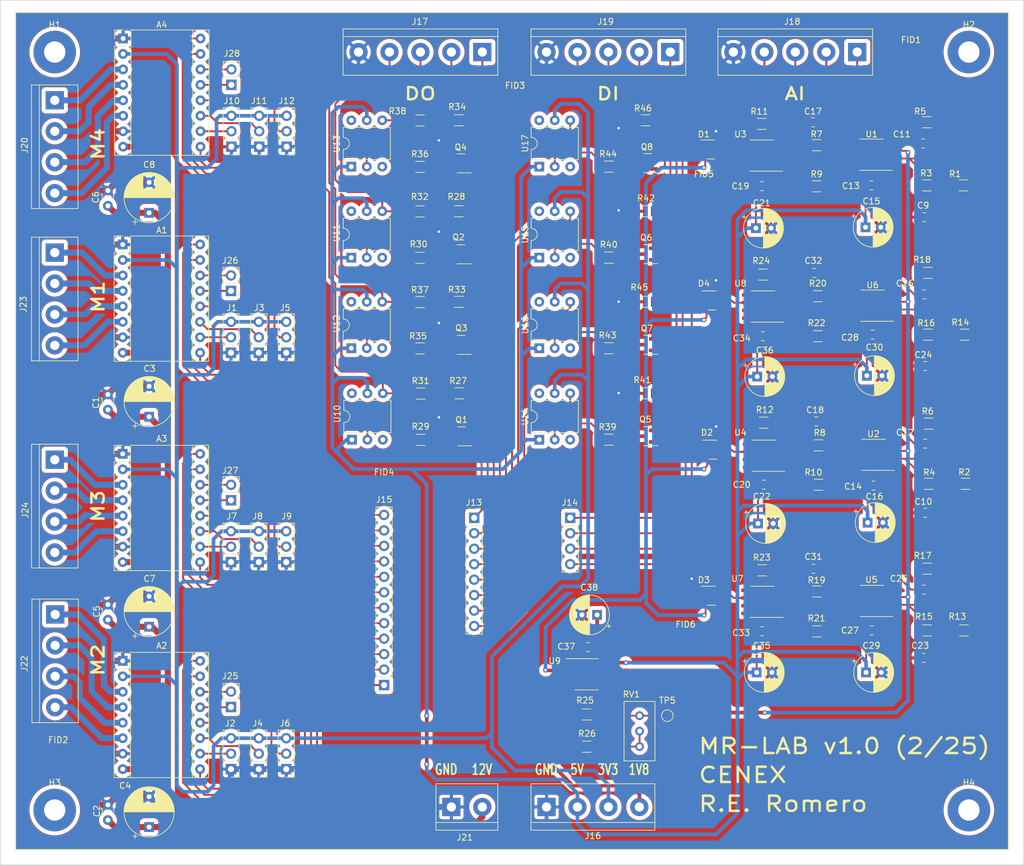
<source format=kicad_pcb>
(kicad_pcb (version 20211014) (generator pcbnew)
  (layers (0 "F.Cu" signal) (31 "B.Cu" signal) (34 "B.Paste" user) (35 "F.Paste" user) (36 "B.SilkS" user "B.Silkscreen") (37 "F.SilkS" user "F.Silkscreen") (38 "B.Mask" user) (39 "F.Mask" user) (44 "Edge.Cuts" user))
  (net 0 "")
  (net 1 "GND")
  (net 2 "+3V3")
  (net 3 "/A2_1B")
  (net 4 "/A2_1A")
  (net 5 "/A2_2A")
  (net 6 "/A2_2B")
  (net 7 "+12V")
  (net 8 "/BBB_A2_ENABLE")
  (net 9 "/A2_MS1")
  (net 10 "/A2_MS2")
  (net 11 "/A2_MS3")
  (net 12 "Net-(A1-Pad13)")
  (net 13 "Net-(A1-Pad14)")
  (net 14 "/BBB_A2_STEP")
  (net 15 "/BBB_A2_DIR")
  (net 16 "/A0_1B")
  (net 17 "/A0_1A")
  (net 18 "/A0_2A")
  (net 19 "/A0_2B")
  (net 20 "/BBB_AO_ENABLE")
  (net 21 "/A0_MS1")
  (net 22 "/A0_MS2")
  (net 23 "/A0_MS3")
  (net 24 "Net-(A2-Pad13)")
  (net 25 "Net-(A2-Pad14)")
  (net 26 "/BBB_A0_STEP")
  (net 27 "/BBB_A0_DIR")
  (net 28 "/A1_1B")
  (net 29 "/A1_1A")
  (net 30 "/A1_2A")
  (net 31 "/A1_2B")
  (net 32 "/BBB_A1_ENABLE")
  (net 33 "/A1_MS1")
  (net 34 "/A1_MS2")
  (net 35 "/A1_MS3")
  (net 36 "Net-(A3-Pad13)")
  (net 37 "Net-(A3-Pad14)")
  (net 38 "/BBB_A1_STEP")
  (net 39 "/BBB_A1_DIR")
  (net 40 "/A3_1B")
  (net 41 "/A3_1A")
  (net 42 "/A3_2A")
  (net 43 "/A3_2B")
  (net 44 "/BBB_A3_ENABLE")
  (net 45 "/A3_MS1")
  (net 46 "/A3_MS2")
  (net 47 "/A3_MS3")
  (net 48 "/BBB_A3_STEP")
  (net 49 "/BBB_A3_DIR")
  (net 50 "Net-(C9-Pad1)")
  (net 51 "Net-(C10-Pad1)")
  (net 52 "Net-(C11-Pad1)")
  (net 53 "Net-(C11-Pad2)")
  (net 54 "Net-(C12-Pad1)")
  (net 55 "Net-(C12-Pad2)")
  (net 56 "+5V")
  (net 57 "Net-(C17-Pad1)")
  (net 58 "Net-(C18-Pad1)")
  (net 59 "Net-(C23-Pad1)")
  (net 60 "Net-(C24-Pad1)")
  (net 61 "Net-(C25-Pad1)")
  (net 62 "Net-(C25-Pad2)")
  (net 63 "Net-(C26-Pad1)")
  (net 64 "Net-(C26-Pad2)")
  (net 65 "Net-(C31-Pad1)")
  (net 66 "Net-(C32-Pad1)")
  (net 67 "/Vref_1V8")
  (net 68 "/AI_0_BBB")
  (net 69 "/AI_2_BBB")
  (net 70 "/AI_3_BBB")
  (net 71 "/AI_1_BBB")
  (net 72 "/BBB_DO_0")
  (net 73 "/BBB_DO_1")
  (net 74 "/BBB_DO_2")
  (net 75 "/BBB_DO_3")
  (net 76 "/BBB_DI_0")
  (net 77 "/BBB_DI_1")
  (net 78 "/BBB_DI_2")
  (net 79 "/BBB_DI_3")
  (net 80 "/BBB_1V8")
  (net 81 "/DO_0")
  (net 82 "/DO_1")
  (net 83 "/DO_2")
  (net 84 "/DO_3")
  (net 85 "/AI_0")
  (net 86 "/AI_1")
  (net 87 "/AI_2")
  (net 88 "/AI_3")
  (net 89 "/DI_0")
  (net 90 "/DI_1")
  (net 91 "/DI_2")
  (net 92 "/DI_3")
  (net 93 "Net-(Q1-Pad3)")
  (net 94 "Net-(Q2-Pad3)")
  (net 95 "Net-(Q3-Pad3)")
  (net 96 "Net-(Q4-Pad3)")
  (net 97 "Net-(Q5-Pad3)")
  (net 98 "Net-(Q6-Pad3)")
  (net 99 "Net-(Q7-Pad3)")
  (net 100 "Net-(Q8-Pad3)")
  (net 101 "Net-(R11-Pad1)")
  (net 102 "Net-(R10-Pad2)")
  (net 103 "Net-(R21-Pad2)")
  (net 104 "Net-(R22-Pad2)")
  (net 105 "Net-(R25-Pad2)")
  (net 106 "Net-(R26-Pad1)")
  (net 107 "Net-(R29-Pad2)")
  (net 108 "Net-(R30-Pad2)")
  (net 109 "Net-(R35-Pad2)")
  (net 110 "Net-(R36-Pad2)")
  (net 111 "Net-(R39-Pad2)")
  (net 112 "Net-(R40-Pad2)")
  (net 113 "Net-(R43-Pad2)")
  (net 114 "Net-(R44-Pad2)")
  (net 115 "/Vref_0V3")
  (net 153 "Net-(A4-Pad13)")
  (net 154 "Net-(A4-Pad14)")
  (footprint "Capacitor_SMD:C_0805_2012Metric" (layer "F.Cu") (at 172.58 78.975 180)
    (fp_text reference "C24")
    (fp_text value "10n")
  )
  (footprint "Package_SO:SOIC-8_3.9x4.9mm_P1.27mm" (layer "F.Cu") (at 164.08 93.555 180)
    (fp_text reference "U2")
    (fp_text value "OPA365")
  )
  (footprint "Fiducial:Fiducial_1mm_Mask2mm" (layer "F.Cu") (at 136.25 49.43)
    (fp_text reference "FID5")
    (fp_text value "Fiducial")
  )
  (footprint "MountingHole:MountingHole_3.5mm_Pad" (layer "F.Cu") (at 29.685 27.4)
    (fp_text reference "H1")
    (fp_text value "MountingHole")
  )
  (footprint "Capacitor_THT:CP_Radial_D6.3mm_P2.50mm" (layer "F.Cu") (at 144.78 56.32)
    (fp_text reference "C21")
    (fp_text value "47u x 25V")
  )
  (footprint "Connector_PinHeader_2.54mm:PinHeader_1x03_P2.54mm_Vertical" (layer "F.Cu") (at 58.62 111.18 180)
    (fp_text reference "J7")
    (fp_text value "A0_1_MS1")
  )
  (footprint "Package_TO_SOT_SMD:SOT-23" (layer "F.Cu") (at 137.731666 92.7)
    (fp_text reference "D2")
    (fp_text value "BAT54S")
  )
  (footprint "TerminalBlock:TerminalBlock_bornier-4_P5.08mm" (layer "F.Cu") (at 29.685 60.34 -90)
    (fp_text reference "J23")
    (fp_text value "MOTOR_A2")
  )
  (footprint "Package_DIP:DIP-6_W7.62mm" (layer "F.Cu") (at 78.368334 61.166666 90)
    (fp_text reference "U11")
    (fp_text value "4N25")
  )
  (footprint "Package_SO:SOIC-8_3.9x4.9mm_P1.27mm" (layer "F.Cu") (at 146.08 93.7 180)
    (fp_text reference "U4")
    (fp_text value "OPA365")
  )
  (footprint "Resistor_SMD:R_1206_3216Metric" (layer "F.Cu") (at 120.656666 61.166666 180)
    (fp_text reference "R40")
    (fp_text value "330")
  )
  (footprint "Resistor_SMD:R_1206_3216Metric" (layer "F.Cu") (at 116.995 141.5 180)
    (fp_text reference "R26")
    (fp_text value "220")
  )
  (footprint "Package_TO_SOT_SMD:SOT-23" (layer "F.Cu") (at 137.601666 68.2)
    (fp_text reference "D4")
    (fp_text value "BAT54S")
  )
  (footprint "Connector_PinHeader_2.54mm:PinHeader_1x02_P2.54mm_Vertical" (layer "F.Cu") (at 58.62 134.98 180)
    (fp_text reference "J25")
    (fp_text value "RS_A0")
  )
  (footprint "Package_SO:SOIC-8_3.9x4.9mm_P1.27mm" (layer "F.Cu") (at 145.95 69.2 180)
    (fp_text reference "U8")
    (fp_text value "OPA365")
  )
  (footprint "Capacitor_SMD:C_0805_2012Metric" (layer "F.Cu") (at 172.58 103.075 180)
    (fp_text reference "C10")
    (fp_text value "10n")
  )
  (footprint "Resistor_SMD:R_1206_3216Metric" (layer "F.Cu") (at 116.995 136.2)
    (fp_text reference "R25")
    (fp_text value "5k")
  )
  (footprint "Capacitor_THT:C_Disc_D3.0mm_W1.6mm_P2.50mm" (layer "F.Cu") (at 38.41 52.65 90)
    (fp_text reference "C6")
    (fp_text value "100n")
  )
  (footprint "Resistor_SMD:R_1206_3216Metric" (layer "F.Cu") (at 89.75 83.488333 180)
    (fp_text reference "R31")
    (fp_text value "4k7")
  )
  (footprint "Connector_PinHeader_2.54mm:PinHeader_1x03_P2.54mm_Vertical" (layer "F.Cu") (at 63.185 145.18 180)
    (fp_text reference "J4")
    (fp_text value "A0_0_MS2")
  )
  (footprint "Package_DIP:DIP-6_W7.62mm" (layer "F.Cu") (at 78.368334 76.044999 90)
    (fp_text reference "U12")
    (fp_text value "4N25")
  )
  (footprint "TerminalBlock:TerminalBlock_bornier-4_P5.08mm" (layer "F.Cu") (at 29.685 94.36 -90)
    (fp_text reference "J24")
    (fp_text value "MOTOR_A1")
  )
  (footprint "Connector_PinHeader_2.54mm:PinHeader_1x03_P2.54mm_Vertical" (layer "F.Cu") (at 67.685 145.18 180)
    (fp_text reference "J6")
    (fp_text value "A0_0_MS3")
  )
  (footprint "Package_SO:SOIC-8_3.9x4.9mm_P1.27mm" (layer "F.Cu") (at 163.75 44.255 180)
    (fp_text reference "U1")
    (fp_text value "OPA365")
  )
  (footprint "Capacitor_THT:C_Disc_D3.0mm_W1.6mm_P2.50mm" (layer "F.Cu") (at 38.41 86.15 90)
    (fp_text reference "C1")
    (fp_text value "100n")
  )
  (footprint "Capacitor_THT:CP_Radial_D8.0mm_P5.00mm" (layer "F.Cu") (at 45.185 53.802651 90)
    (fp_text reference "C8")
    (fp_text value "47u x 50V")
  )
  (footprint "Package_SO:SOIC-8_3.9x4.9mm_P1.27mm" (layer "F.Cu") (at 145.82 117.7 180)
    (fp_text reference "U7")
    (fp_text value "OPA365")
  )
  (footprint "Connector_PinHeader_2.54mm:PinHeader_1x03_P2.54mm_Vertical" (layer "F.Cu") (at 58.685 42.95 180)
    (fp_text reference "J10")
    (fp_text value "A3_0_MS1")
  )
  (footprint "Package_TO_SOT_SMD:SOT-23" (layer "F.Cu") (at 127.016666 75.464999 180)
    (fp_text reference "Q7")
    (fp_text value "BSS138")
  )
  (footprint "Capacitor_SMD:C_0805_2012Metric" (layer "F.Cu") (at 146.08 98.45)
    (fp_text reference "C20")
    (fp_text value "100n")
  )
  (footprint "Capacitor_SMD:C_0805_2012Metric" (layer "F.Cu") (at 145.82 122.535)
    (fp_text reference "C33")
    (fp_text value "100n")
  )
  (footprint "Resistor_SMD:R_1206_3216Metric" (layer "F.Cu") (at 145.75 39.2 180)
    (fp_text reference "R11")
    (fp_text value "330")
  )
  (footprint "Capacitor_THT:CP_Radial_D6.3mm_P2.50mm" (layer "F.Cu") (at 163 80.555)
    (fp_text reference "C30")
    (fp_text value "47u x 25V")
  )
  (footprint "Capacitor_THT:CP_Radial_D6.3mm_P2.50mm" (layer "F.Cu") (at 162.87 129.295)
    (fp_text reference "C29")
    (fp_text value "47u x 25V")
  )
  (footprint "Package_SO:SOIC-8_3.9x4.9mm_P1.27mm" (layer "F.Cu") (at 163.95 69.055 180)
    (fp_text reference "U6")
    (fp_text value "OPA365")
  )
  (footprint "Fiducial:Fiducial_1mm_Mask2mm" (layer "F.Cu") (at 83.75 98.4)
    (fp_text reference "FID4")
    (fp_text value "Fiducial")
  )
  (footprint "Capacitor_SMD:C_0805_2012Metric" (layer "F.Cu") (at 172.58 91.705 180)
    (fp_text reference "C12")
    (fp_text value "1n")
  )
  (footprint "Package_TO_SOT_SMD:SOT-23" (layer "F.Cu") (at 96.47 90.528333 180)
    (fp_text reference "Q1")
    (fp_text value "BSS138")
  )
  (footprint "Capacitor_THT:CP_Radial_D8.0mm_P5.00mm" (layer "F.Cu") (at 45.185 121.802651 90)
    (fp_text reference "C7")
    (fp_text value "47u x 50V")
  )
  (footprint "Package_DIP:DIP-6_W7.62mm" (layer "F.Cu") (at 109.225 76.044999 90)
    (fp_text reference "U16")
    (fp_text value "4N25")
  )
  (footprint "Resistor_SMD:R_1206_3216Metric" (layer "F.Cu") (at 179.1975 98.315 180)
    (fp_text reference "R2")
    (fp_text value "1K4")
  )
  (footprint "Package_TO_SOT_SMD:SOT-23" (layer "F.Cu") (at 127.016666 90.493333 180)
    (fp_text reference "Q5")
    (fp_text value "BSS138")
  )
  (footprint "Capacitor_THT:CP_Radial_D8.0mm_P5.00mm" (layer "F.Cu") (at 45.185 154.700302 90)
    (fp_text reference "C4")
    (fp_text value "47u x 50V")
  )
  (footprint "Capacitor_SMD:C_0805_2012Metric" (layer "F.Cu") (at 154.17 38.94 180)
    (fp_text reference "C17")
    (fp_text value "1n")
  )
  (footprint "TerminalBlock:TerminalBlock_bornier-2_P5.08mm" (layer "F.Cu") (at 94.798334 151.4)
    (fp_text reference "J21")
    (fp_text value "POWER_12V_IN")
  )
  (footprint "Resistor_SMD:R_1206_3216Metric" (layer "F.Cu") (at 173.16 98.315 180)
    (fp_text reference "R4")
    (fp_text value "1K")
  )
  (footprint "Connector_PinHeader_2.54mm:PinHeader_1x03_P2.54mm_Vertical" (layer "F.Cu") (at 67.685 76.79 180)
    (fp_text reference "J5")
    (fp_text value "A2_0_MS3")
  )
  (footprint "Connector_PinHeader_2.54mm:PinHeader_1x03_P2.54mm_Vertical" (layer "F.Cu") (at 63.185 111.18 180)
    (fp_text reference "J8")
    (fp_text value "A0_1_MS2")
  )
  (footprint "Capacitor_THT:CP_Radial_D6.3mm_P2.50mm" (layer "F.Cu") (at 163.13 104.685)
    (fp_text reference "C16")
    (fp_text value "47u x 25V")
  )
  (footprint "Capacitor_THT:CP_Radial_D6.3mm_P2.50mm" (layer "F.Cu") (at 145 80.7)
    (fp_text reference "C36")
    (fp_text value "47u x 25V")
  )
  (footprint "Resistor_SMD:R_1206_3216Metric" (layer "F.Cu") (at 154.75 49.45)
    (fp_text reference "R9")
    (fp_text value "1k")
  )
  (footprint "Package_TO_SOT_SMD:SOT-23" (layer "F.Cu") (at 127.016666 60.586666 180)
    (fp_text reference "Q6")
    (fp_text value "BSS138")
  )
  (footprint "Capacitor_THT:CP_Radial_D6.3mm_P2.50mm" (layer "F.Cu") (at 144.907621 129.295)
    (fp_text reference "C35")
    (fp_text value "47u x 25V")
  )
  (footprint "MountingHole:MountingHole_3.5mm_Pad" (layer "F.Cu") (at 179.75 151.9)
    (fp_text reference "H4")
    (fp_text value "MountingHole")
  )
  (footprint "TerminalBlock:TerminalBlock_bornier-4_P5.08mm" (layer "F.Cu") (at 29.685 35.33 -90)
    (fp_text reference "J20")
    (fp_text value "MOTOR_A3")
  )
  (footprint "MountingHole:MountingHole_3.5mm_Pad" (layer "F.Cu") (at 179.75 27.4)
    (fp_text reference "H2")
    (fp_text value "MountingHole")
  )
  (footprint "Resistor_SMD:R_1206_3216Metric" (layer "F.Cu") (at 155.08 98.47)
    (fp_text reference "R10")
    (fp_text value "1k")
  )
  (footprint "MountingHole:MountingHole_3.5mm_Pad" (layer "F.Cu") (at 29.685 151.9)
    (fp_text reference "H3")
    (fp_text value "MountingHole")
  )
  (footprint "Package_DIP:DIP-6_W7.62mm" (layer "F.Cu") (at 109.225 46.223333 90)
    (fp_text reference "U17")
    (fp_text value "4N25")
  )
  (footprint "Resistor_SMD:R_1206_3216Metric" (layer "F.Cu") (at 154.95 67.5 180)
    (fp_text reference "R20")
    (fp_text value "4k7")
  )
  (footprint "Capacitor_THT:CP_Radial_D8.0mm_P5.00mm" (layer "F.Cu") (at 45.185 87.302651 90)
    (fp_text reference "C3")
    (fp_text value "47u x 50V")
  )
  (footprint "Capacitor_THT:CP_Radial_D6.3mm_P2.50mm" (layer "F.Cu") (at 162.78 56.175)
    (fp_text reference "C15")
    (fp_text value "47u x 25V")
  )
  (footprint "Module:Pololu_Breakout-16_15.2x20.3mm" (layer "F.Cu") (at 40.845 59.01)
    (fp_text reference "A1")
    (fp_text value "A4988")
  )
  (footprint "Resistor_SMD:R_1206_3216Metric" (layer "F.Cu") (at 154.95 74.07)
    (fp_text reference "R22")
    (fp_text value "1k")
  )
  (footprint "Resistor_SMD:R_1206_3216Metric" (layer "F.Cu") (at 96.01 38.603333)
    (fp_text reference "R34")
    (fp_text value "1M")
  )
  (footprint "Package_DIP:DIP-6_W7.62mm" (layer "F.Cu") (at 109.225 61.166666 90)
    (fp_text reference "U15")
    (fp_text value "4N25")
  )
  (footprint "Resistor_SMD:R_1206_3216Metric" (layer "F.Cu") (at 145.82 112.535 180)
    (fp_text reference "R23")
    (fp_text value "330")
  )
  (footprint "Resistor_SMD:R_1206_3216Metric" (layer "F.Cu") (at 172.83 38.925 180)
    (fp_text reference "R5")
    (fp_text value "2k")
  )
  (footprint "Resistor_SMD:R_1206_3216Metric" (layer "F.Cu") (at 89.65 61.201666 180)
    (fp_text reference "R30")
    (fp_text value "330")
  )
  (footprint "Module:Pololu_Breakout-16_15.2x20.3mm" (layer "F.Cu") (at 40.845 93.4)
    (fp_text reference "A3")
    (fp_text value "A4988")
  )
  (footprint "Resistor_SMD:R_1206_3216Metric" (layer "F.Cu") (at 178.8675 49.295 180)
    (fp_text reference "R1")
    (fp_text value "1K4")
  )
  (footprint "Package_TO_SOT_SMD:SOT-23" (layer "F.Cu") (at 127.016666 45.643333 180)
    (fp_text reference "Q8")
    (fp_text value "BSS138")
  )
  (footprint "Capacitor_SMD:C_0805_2012Metric" (layer "F.Cu") (at 154.24 112.275 180)
    (fp_text reference "C31")
    (fp_text value "1n")
  )
  (footprint "Module:Pololu_Breakout-16_15.2x20.3mm" (layer "F.Cu") (at 40.91 25.17)
    (fp_text reference "A4")
    (fp_text value "A4988")
  )
  (footprint "TerminalBlock:TerminalBlock_bornier-4_P5.08mm" (layer "F.Cu") (at 110.415 151.4)
    (fp_text reference "J16")
    (fp_text value "POWER_5V_3V3_IN")
  )
  (footprint "Capacitor_SMD:C_0805_2012Metric" (layer "F.Cu") (at 172.32 126.91 180)
    (fp_text reference "C23")
    (fp_text value "10n")
  )
  (footprint "Capacitor_THT:CP_Radial_D6.3mm_P2.50mm" (layer "F.Cu") (at 145.13 104.83)
    (fp_text reference "C22")
    (fp_text value "47u x 25V")
  )
  (footprint "Capacitor_THT:CP_Radial_D6.3mm_P2.50mm" (layer "F.Cu") (at 118.72 119.845 180)
    (fp_text reference "C38")
    (fp_text value "47u x 25V")
  )
  (footprint "Module:Pololu_Breakout-16_15.2x20.3mm" (layer "F.Cu") (at 40.845 127.4)
    (fp_text reference "A2")
    (fp_text value "A4988")
  )
  (footprint "Capacitor_SMD:C_0805_2012Metric" (layer "F.Cu") (at 163.95 73.805)
    (fp_text reference "C28")
    (fp_text value "100n")
  )
  (footprint "Resistor_SMD:R_1206_3216Metric" (layer "F.Cu") (at 89.65 46.258333 180)
    (fp_text reference "R36")
    (fp_text value "330")
  )
  (footprint "Package_DIP:DIP-6_W7.62mm" (layer "F.Cu") (at 78.468334 91.073333 90)
    (fp_text reference "U10")
    (fp_text value "4N25")
  )
  (footprint "Package_DIP:DIP-6_W7.62mm" (layer "F.Cu") (at 78.368334 46.223333 90)
    (fp_text reference "U13")
    (fp_text value "4N25")
  )
  (footprint "Capacitor_SMD:C_0805_2012Metric" (layer "F.Cu") (at 163.82 122.39)
    (fp_text reference "C27")
    (fp_text value "100n")
  )
  (footprint "Connector_PinHeader_2.54mm:PinHeader_1x02_P2.54mm_Vertical" (layer "F.Cu") (at 58.685 32.79 180)
    (fp_text reference "J28")
    (fp_text value "RS_A3")
  )
  (footprint "Capacitor_THT:C_Disc_D3.0mm_W1.6mm_P2.50mm" (layer "F.Cu") (at 38.41 153.547651 90)
    (fp_text reference "C2")
    (fp_text value "100n")
  )
  (footprint "Resistor_SMD:R_1206_3216Metric" (layer "F.Cu") (at 89.65 76.079999 180)
    (fp_text reference "R35")
    (fp_text value "330")
  )
  (footprint "Capacitor_SMD:C_0805_2012Metric" (layer "F.Cu") (at 154.37 63.69 180)
    (fp_text reference "C32")
    (fp_text value "1n")
  )
  (footprint "Connector_PinHeader_2.54mm:PinHeader_1x03_P2.54mm_Vertical" (layer "F.Cu") (at 63.185 76.79 180)
    (fp_text reference "J3")
    (fp_text value "A2_0_MS2")
  )
  (footprint "Fiducial:Fiducial_1mm_Mask2mm" (layer "F.Cu") (at 170.25 27.9)
    (fp_text reference "FID1")
    (fp_text value "Fiducial")
  )
  (footprint "Resistor_SMD:R_1206_3216Metric" (layer "F.Cu") (at 126.656666 83.453333)
    (fp_text reference "R41")
    (fp_text value "1M")
  )
  (footprint "Capacitor_SMD:C_0805_2012Metric" (layer "F.Cu") (at 172.32 115.705 180)
    (fp_text reference "C25")
    (fp_text value "1n")
  )
  (footprint "TerminalBlock:TerminalBlock_bornier-4_P5.08mm" (layer "F.Cu") (at 29.75 119.78 -90)
    (fp_text reference "J22")
    (fp_text value "MOTOR_AO")
  )
  (footprint "Package_DIP:DIP-6_W7.62mm" (layer "F.Cu") (at 109.225 91.073333 90)
    (fp_text reference "U14")
    (fp_text value "4N25")
  )
  (footprint "Capacitor_SMD:C_0805_2012Metric" (layer "F.Cu") (at 172.25 42.405 180)
    (fp_text reference "C11")
    (fp_text value "1n")
  )
  (footprint "Resistor_SMD:R_1206_3216Metric" (layer "F.Cu") (at 120.656666 46.223333 180)
    (fp_text reference "R44")
    (fp_text value "330")
  )
  (footprint "Connector_PinHeader_2.54mm:PinHeader_1x12_P2.54mm_Vertical" (layer "F.Cu") (at 83.75 131.375 180)
    (fp_text reference "J15")
    (fp_text value "BBB_MOTOR")
  )
  (footprint "Resistor_SMD:R_1206_3216Metric" (layer "F.Cu") (at 154.82 116 180)
    (fp_text reference "R19")
    (fp_text value "4k7")
  )
  (footprint "Resistor_SMD:R_1206_3216Metric" (layer "F.Cu") (at 154.75 42.7 180)
    (fp_text reference "R7")
    (fp_text value "4k7")
  )
  (footprint "Capacitor_SMD:C_0805_2012Metric" (layer "F.Cu") (at 164.08 98.61)
    (fp_text reference "C14")
    (fp_text value "100n")
  )
  (footprint "Connector_PinHeader_2.54mm:PinHeader_1x03_P2.54mm_Vertical" (layer "F.Cu") (at 67.685 111.18 180)
    (fp_text reference "J9")
    (fp_text value "A0_1_MS3")
  )
  (footprint "Resistor_SMD:R_1206_3216Metric" (layer "F.Cu") (at 120.656666 91.073333 180)
    (fp_text reference "R39")
    (fp_text value "330")
  )
  (footprint "Resistor_SMD:R_1206_3216Metric" (layer "F.Cu") (at 173.03 63.675 180)
    (fp_text reference "R18")
    (fp_text value "2k")
  )
  (footprint "Resistor_SMD:R_1206_3216Metric" (layer "F.Cu") (at 146.08 88.27 180)
    (fp_text reference "R12")
    (fp_text value "330")
  )
  (footprint "TerminalBlock:TerminalBlock_bornier-5_P5.08mm" (layer "F.Cu") (at 99.878334 27.4 180)
    (fp_text reference "J17")
    (fp_text value "DO")
  )
  (footprint "Connector_PinHeader_2.54mm:PinHeader_1x03_P2.54mm_Vertical" (layer "F.Cu") (at 58.62 145.18 180)
    (fp_text reference "J2")
    (fp_text value "A0_0_MS1")
  )
  (footprint "Resistor_SMD:R_1206_3216Metric" (layer "F.Cu") (at 120.656666 76.044999 180)
    (fp_text reference "R43")
    (fp_text value "330")
  )
  (footprint "Capacitor_SMD:C_0805_2012Metric" (layer "F.Cu") (at 172.45 67.205 180)
    (fp_text reference "C26")
    (fp_text value "1n")
  )
  (footprint "Resistor_SMD:R_1206_3216Metric" (layer "F.Cu") (at 145.95 63.95 180)
    (fp_text reference "R24")
    (fp_text value "330")
  )
  (footprint "Connector_PinHeader_2.54mm:PinHeader_1x03_P2.54mm_Vertical" (layer "F.Cu") (at 67.75 42.95 180)
    (fp_text reference "J12")
    (fp_text value "A3_0_MS3")
  )
  (footprint "Capacitor_SMD:C_0805_2012Metric" (layer "F.Cu") (at 117.17 125.145 180)
    (fp_text reference "C37")
    (fp_text value "100n")
  )
  (footprint "Resistor_SMD:R_1206_3216Metric" (layer "F.Cu") (at 96.01 68.424999)
    (fp_text reference "R33")
    (fp_text value "1M")
  )
  (footprint "Capacitor_SMD:C_0805_2012Metric" (layer "F.Cu") (at 154.69 88.08 180)
    (fp_text reference "C18")
    (fp_text value "1n")
  )
  (footprint "Capacitor_THT:C_Disc_D3.0mm_W1.6mm_P2.50mm" (layer "F.Cu") (at 38.41 120.65 90)
    (fp_text reference "C5")
    (fp_text value "100n")
  )
  (footprint "Resistor_SMD:R_1206_3216Metric" (layer "F.Cu") (at 96.01 53.546666)
    (fp_text reference "R28")
    (fp_text value "1M")
  )
  (footprint "Connector_PinHeader_2.54mm:PinHeader_1x04_P2.54mm_Vertical" (layer "F.Cu") (at 114.305 103.9)
    (fp_text reference "J14")
    (fp_text value "BBB_AI")
  )
  (footprint "Resistor_SMD:R_1206_3216Metric" (layer "F.Cu") (at 89.65 68.459999 180)
    (fp_text reference "R37")
    (fp_text value "4k7")
  )
  (footprint "Resistor_SMD:R_1206_3216Metric" (layer "F.Cu") (at 89.65 38.638333 180)
    (fp_text reference "R38")
    (fp_text value "4k7")
  )
  (footprint "TerminalBlock:TerminalBlock_bornier-5_P5.08mm" (layer "F.Cu") (at 130.735 27.4 180)
    (fp_text reference "J19")
    (fp_text value "DI")
  )
  (footprint "Resistor_SMD:R_1206_3216Metric" (layer "F.Cu") (at 126.656666 53.546666)
    (fp_text reference "R42")
    (fp_text value "1M")
  )
  (footprint "Resistor_SMD:R_1206_3216Metric" (layer "F.Cu") (at 178.9375 122.4 180)
    (fp_text reference "R13")
    (fp_text value "1K4")
  )
  (footprint "Package_TO_SOT_SMD:SOT-23" (layer "F.Cu") (at 137.471666 116.7)
    (fp_text reference "D3")
    (fp_text value "BAT54S")
  )
  (footprint "Connector_PinHeader_2.54mm:PinHeader_1x03_P2.54mm_Vertical" (layer "F.Cu") (at 63.25 42.95 180)
    (fp_text reference "J11")
    (fp_text value "A3_0_MS2")
  )
  (footprint "Resistor_SMD:R_1206_3216Metric" (layer "F.Cu") (at 172.9 112.26 180)
    (fp_text reference "R17")
    (fp_text value "2k")
  )
  (footprint "Connector_PinHeader_2.54mm:PinHeader_1x02_P2.54mm_Vertical" (layer "F.Cu") (at 58.62 101.02 180)
    (fp_text reference "J27")
    (fp_text value "RS_A1")
  )
  (footprint "Resistor_SMD:R_1206_3216Metric" (layer "F.Cu") (at 126.656666 38.603333)
    (fp_text reference "R46")
    (fp_text value "1M")
  )
  (footprint "Fiducial:Fiducial_1mm_Mask2mm" (layer "F.Cu") (at 30.25 142.4)
    (fp_text reference "FID2")
    (fp_text value "Fiducial")
  )
  (footprint "Resistor_SMD:R_1206_3216Metric" (layer "F.Cu") (at 96.11 83.453333)
    (fp_text reference "R27")
    (fp_text value "1M")
  )
  (footprint "Connector_PinHeader_2.54mm:PinHeader_1x08_P2.54mm_Vertical" (layer "F.Cu") (at 98.54 103.9)
    (fp_text reference "J13")
    (fp_text value "BBB_GPIO_DIO")
  )
  (footprint "Resistor_SMD:R_1206_3216Metric" (layer "F.Cu") (at 89.75 91.108333 180)
    (fp_text reference "R29")
    (fp_text value "330")
  )
  (footprint "Potentiometer_THT:Potentiometer_Bourns_3296W_Vertical" (layer "F.Cu") (at 125.685 141.48 -90)
    (fp_text reference "RV1")
    (fp_text value "250")
  )
  (footprint "Resistor_SMD:R_1206_3216Metric" (layer "F.Cu") (at 173.03 73.815 180)
    (fp_text reference "R16")
    (fp_text value "1K")
  )
  (footprint "Package_TO_SOT_SMD:SOT-23" (layer "F.Cu") (at 96.37 60.621666 180)
    (fp_text reference "Q2")
    (fp_text value "BSS138")
  )
  (footprint "Package_SO:SOIC-8_3.9x4.9mm_P1.27mm" (layer "F.Cu") (at 145.75 44.4 180)
    (fp_text reference "U3")
    (fp_text value "OPA365")
  )
  (footprint "Package_SO:SOIC-8_3.9x4.9mm_P1.27mm" (layer "F.Cu") (at 116.995 129.6)
    (fp_text reference "U9")
    (fp_text value "LM358")
  )
  (footprint "Package_TO_SOT_SMD:SOT-23" (layer "F.Cu") (at 96.37 45.678333 180)
    (fp_text reference "Q4")
    (fp_text value "BSS138")
  )
  (footprint "TerminalBlock:TerminalBlock_bornier-5_P5.08mm" (layer "F.Cu") (at 161.41 27.4 180)
    (fp_text reference "J18")
    (fp_text value "AI")
  )
  (footprint "Capacitor_SMD:C_0805_2012Metric" (layer "F.Cu") (at 172.45 54.525 180)
    (fp_text reference "C9")
    (fp_text value "10n")
  )
  (footprint "Package_TO_SOT_SMD:SOT-23" (layer "F.Cu") (at 137.401666 43.4)
    (fp_text reference "D1")
    (fp_text value "BAT54S")
  )
  (footprint "Resistor_SMD:R_1206_3216Metric" (layer "F.Cu") (at 179.0675 73.815 180)
    (fp_text reference "R14")
    (fp_text value "1K4")
  )
  (footprint "Resistor_SMD:R_1206_3216Metric" (layer "F.Cu") (at 126.656666 68.424999)
    (fp_text reference "R45")
    (fp_text value "1M")
  )
  (footprint "Capacitor_SMD:C_0805_2012Metric" (layer "F.Cu") (at 145.95 74.07)
    (fp_text reference "C34")
    (fp_text value "100n")
  )
  (footprint "Resistor_SMD:R_1206_3216Metric" (layer "F.Cu") (at 172.9 122.4 180)
    (fp_text reference "R15")
    (fp_text value "1K")
  )
  (footprint "Fiducial:Fiducial_1mm_Mask2mm" (layer "F.Cu") (at 136.25 122.535)
    (fp_text reference "FID6")
    (fp_text value "Fiducial")
  )
  (footprint "Connector_PinHeader_2.54mm:PinHeader_1x03_P2.54mm_Vertical" (layer "F.Cu") (at 58.62 76.79 180)
    (fp_text reference "J1")
    (fp_text value "A2_0_MS1")
  )
  (footprint "Capacitor_SMD:C_0805_2012Metric" (layer "F.Cu") (at 163.75 49.285)
    (fp_text reference "C13")
    (fp_text value "100n")
  )
  (footprint "Resistor_SMD:R_1206_3216Metric" (layer "F.Cu") (at 89.65 53.581666 180)
    (fp_text reference "R32")
    (fp_text value "4k7")
  )
  (footprint "Resistor_SMD:R_1206_3216Metric" (layer "F.Cu") (at 155.08 92 180)
    (fp_text reference "R8")
    (fp_text value "4k7")
  )
  (footprint "Resistor_SMD:R_1206_3216Metric" (layer "F.Cu") (at 172.83 49.295 180)
    (fp_text reference "R3")
    (fp_text value "1K")
  )
  (footprint "TestPoint:TestPoint_Pad_D1.5mm" (layer "F.Cu") (at 130.25 136.4)
    (fp_text reference "TP5")
    (fp_text value "Vref_0V3_tp")
  )
  (footprint "Connector_PinHeader_2.54mm:PinHeader_1x02_P2.54mm_Vertical" (layer "F.Cu") (at 58.62 66.63 180)
    (fp_text reference "J26")
    (fp_text value "RS_A2")
  )
  (footprint "Resistor_SMD:R_1206_3216Metric" (layer "F.Cu") (at 173.16 88.425 180)
    (fp_text reference "R6")
    (fp_text value "2k")
  )
  (footprint "Capacitor_SMD:C_0805_2012Metric" (layer "F.Cu") (at 145.75 49.43)
    (fp_text reference "C19")
    (fp_text value "100n")
  )
  (footprint "Package_SO:SOIC-8_3.9x4.9mm_P1.27mm" (layer "F.Cu") (at 163.82 117.555 180)
    (fp_text reference "U5")
    (fp_text value "OPA365")
  )
  (footprint "Resistor_SMD:R_1206_3216Metric" (layer "F.Cu") (at 154.82 122.555)
    (fp_text reference "R21")
    (fp_text value "1k")
  )
  (footprint "Package_TO_SOT_SMD:SOT-23" (layer "F.Cu") (at 96.37 75.499999 180)
    (fp_text reference "Q3")
    (fp_text value "BSS138")
  )
  (footprint "Fiducial:Fiducial_1mm_Mask2mm" (layer "F.Cu") (at 107.75 34.9)
    (fp_text reference "FID3")
    (fp_text value "Fiducial")
  )
  (gr_rect (start 23.25 20.9) (end 186.25 158.4) (layer "F.SilkS") (width 0.15) (fill none))
  (gr_poly (pts (xy 188.75 160.9) (xy 20.75 160.9) (xy 20.75 18.9) (xy 188.75 18.9)) (layer "Edge.Cuts") (width 0.1) (fill none))
  (gr_text "3V3" (at 120.52 145.25) (layer "F.SilkS") (effects (font (size 1.7 1.2) (thickness 0.25))))
  (gr_text "M4" (at 36.8 42.5 90) (layer "F.SilkS") (effects (font (size 2 2.5) (thickness 0.4))))
  (gr_text "M2" (at 36.8 127.25 90) (layer "F.SilkS") (effects (font (size 2 2.5) (thickness 0.4))))
  (gr_text "MR-LAB v1.0 (2/25)" (at 159.321428 141.4) (layer "F.SilkS") (effects (font (size 2.5 3) (thickness 0.4))))
  (gr_text "1V8" (at 125.6 145.25) (layer "F.SilkS") (effects (font (size 1.7 1.2) (thickness 0.25))))
  (gr_text "DI" (at 120.525 34.25) (layer "F.SilkS") (effects (font (size 2 2.5) (thickness 0.4))))
  (gr_text "12V" (at 99.823334 145.25) (layer "F.SilkS") (effects (font (size 1.7 1.2) (thickness 0.25))))
  (gr_text "GND" (at 110.36 145.25) (layer "F.SilkS") (effects (font (size 1.7 1.2) (thickness 0.25))))
  (gr_text "5V" (at 115.44 145.25) (layer "F.SilkS") (effects (font (size 1.7 1.2) (thickness 0.25))))
  (gr_text "CENEX" (at 142.607142 146.15) (layer "F.SilkS") (effects (font (size 2.5 3) (thickness 0.4))))
  (gr_text "R.E. Romero" (at 149.25 150.9) (layer "F.SilkS") (effects (font (size 2.5 3) (thickness 0.4))))
  (gr_text "AI" (at 151.2 34.25) (layer "F.SilkS") (effects (font (size 2 2.5) (thickness 0.4))))
  (gr_text "DO" (at 89.668334 34.25) (layer "F.SilkS") (effects (font (size 2 2.5) (thickness 0.4))))
  (gr_text "M1" (at 36.8 67.6 90) (layer "F.SilkS") (effects (font (size 2 2.5) (thickness 0.4))))
  (gr_text "GND" (at 93.945 145.25) (layer "F.SilkS") (effects (font (size 1.7 1.2) (thickness 0.25))))
  (gr_text "M3" (at 36.8 102 90) (layer "F.SilkS") (effects (font (size 2 2.5) (thickness 0.4))))
  (segment (start 38.25 127.4) (end 36.25 129.4) (width 1) (layer "F.Cu") (net 1))
  (segment (start 94.75 42.2) (end 94.5475 41.9975) (width 0.3) (layer "F.Cu") (net 1))
  (segment (start 92.75 87.4) (end 93.75 87.4) (width 0.3) (layer "F.Cu") (net 1))
  (segment (start 136.794166 91.75) (end 136.794166 89.855834) (width 0.3) (layer "F.Cu") (net 1))
  (segment (start 141.09 27.4) (end 141.09 38.06) (width 0.3) (layer "F.Cu") (net 1))
  (segment (start 116.22 127.37) (end 116.22 125.145) (width 0.3) (layer "F.Cu") (net 1))
  (segment (start 39.757349 82.302651) (end 38.41 83.65) (width 1) (layer "F.Cu") (net 1))
  (segment (start 136.664166 67.25) (end 136.664166 65.485834) (width 0.3) (layer "F.Cu") (net 1))
  (segment (start 141.75 37.4) (end 141.09 38.06) (width 0.3) (layer "F.Cu") (net 1))
  (segment (start 117.75 145.4) (end 128.75 145.4) (width 0.6) (layer "F.Cu") (net 1))
  (segment (start 150.75 65.185) (end 152.245 63.69) (width 0.3) (layer "F.Cu") (net 1))
  (segment (start 91.2125 83.488333) (end 94.6125 83.488333) (width 0.3) (layer "F.Cu") (net 1))
  (segment (start 95.15 72.6) (end 94.5475 71.9975) (width 0.3) (layer "F.Cu") (net 1))
  (segment (start 121.453333 38.603333) (end 119.625 36.775) (width 0.3) (layer "F.Cu") (net 1))
  (segment (start 38.41 118.15) (end 36.5 118.15) (width 1) (layer "F.Cu") (net 1))
  (segment (start 37.75 93.4) (end 36.25 94.9) (width 1) (layer "F.Cu") (net 1))
  (segment (start 39.757349 116.802651) (end 38.41 118.15) (width 1) (layer "F.Cu") (net 1))
  (segment (start 146.7 53.135) (end 147.28 53.715) (width 0.3) (layer "F.Cu") (net 1))
  (segment (start 91.1125 38.638333) (end 94.5125 38.638333) (width 0.3) (layer "F.Cu") (net 1))
  (segment (start 116.145 131.505) (end 116.75 130.9) (width 0.3) (layer "F.Cu") (net 1))
  (segment (start 125.75 86.9) (end 125.194166 86.344166) (width 0.3) (layer "F.Cu") (net 1))
  (segment (start 125.194166 86.344166) (end 125.194166 83.453333) (width 0.3) (layer "F.Cu") (net 1))
  (segment (start 164.9 73.805) (end 164.75 73.655) (width 0.3) (layer "F.Cu") (net 1))
  (segment (start 115.5325 143.1825) (end 117.75 145.4) (width 0.6) (layer "F.Cu") (net 1))
  (segment (start 114.52 131.505) (end 116.145 131.505) (width 0.3) (layer "F.Cu") (net 1))
  (segment (start 93.845 71.9) (end 94.5475 71.1975) (width 0.3) (layer "F.Cu") (net 1))
  (segment (start 45.185 48.802651) (end 39.757349 48.802651) (width 1) (layer "F.Cu") (net 1))
  (segment (start 36.25 42.9) (end 36.25 47.4) (width 1) (layer "F.Cu") (net 1))
  (segment (start 152.245 63.69) (end 153.42 63.69) (width 0.3) (layer "F.Cu") (net 1))
  (segment (start 165.37 126.805) (end 164.75 126.185) (width 0.3) (layer "F.Cu") (net 1))
  (segment (start 119.45 36.6) (end 111.95 36.6) (width 0.3) (layer "F.Cu") (net 1))
  (segment (start 93.75 87.4) (end 94.6475 86.5025) (width 0.3) (layer "F.Cu") (net 1))
  (segment (start 147.5 78.435) (end 147.5 80.7) (width 0.3) (layer "F.Cu") (net 1))
  (segment (start 147.5 82.65) (end 147.5 80.7) (width 0.3) (layer "F.Cu") (net 1))
  (segment (start 91.1475 68.424999) (end 91.1125 68.459999) (width 0.3) (layer "F.Cu") (net 1))
  (segment (start 165.5 77.435) (end 165.5 80.555) (width 0.3) (layer "F.Cu") (net 1))
  (segment (start 128.75 145.4) (end 131.75 148.4) (width 0.6) (layer "F.Cu") (net 1))
  (segment (start 97.3075 59.671666) (end 97.3075 58.5575) (width 0.3) (layer "F.Cu") (net 1))
  (segment (start 150.14 115.795) (end 151.25 114.685) (width 0.3) (layer "F.Cu") (net 1))
  (segment (start 127.954166 88.604166) (end 126.25 86.9) (width 0.3) (layer "F.Cu") (net 1))
  (segment (start 147.05 98.47) (end 147.03 98.45) (width 0.3) (layer "F.Cu") (net 1))
  (segment (start 171.63 78.975) (end 167.08 78.975) (width 0.3) (layer "F.Cu") (net 1))
  (segment (start 151.25 86.4) (end 147.5 82.65) (width 0.3) (layer "F.Cu") (net 1))
  (segment (start 146.77 122.535) (end 146.77 125.705) (width 0.3) (layer "F.Cu") (net 1))
  (segment (start 146.77 122.535) (end 153.3375 122.535) (width 0.3) (layer "F.Cu") (net 1))
  (segment (start 135.1 115.75) (end 134.25 114.9) (width 0.3) (layer "F.Cu") (net 1))
  (segment (start 125.75 71.9) (end 125.194166 71.344166) (width 0.3) (layer "F.Cu") (net 1))
  (segment (start 94.6475 87.2975) (end 94.6475 86.3025) (width 0.3) (layer "F.Cu") (net 1))
  (segment (start 126.25 86.9) (end 125.75 86.9) (width 0.3) (layer "F.Cu") (net 1))
  (segment (start 36.25 50.4) (end 36.25 60.4) (width 1) (layer "F.Cu") (net 1))
  (segment (start 36.25 60.4) (end 36.25 75.4) (width 1) (layer "F.Cu") (net 1))
  (segment (start 94.5475 41.9975) (end 94.5475 41.2475) (width 0.3) (layer "F.Cu") (net 1))
  (segment (start 94.5475 38.603333) (end 94.5475 37.2525) (width 0.3) (layer "F.Cu") (net 1))
  (segment (start 45.185 116.802651) (end 39.757349 116.802651) (width 1) (layer "F.Cu") (net 1))
  (segment (start 36.25 118.4) (end 36.25 129.4) (width 1) (layer "F.Cu") (net 1))
  (segment (start 36.25 75.4) (end 36.25 80.9) (width 1) (layer "F.Cu") (net 1))
  (segment (start 146.77 125.705) (end 147.407621 126.342621) (width 0.3) (layer "F.Cu") (net 1))
  (segment (start 97.3075 73.3575) (end 96.55 72.6) (width 0.3) (layer "F.Cu") (net 1))
  (segment (start 164.75 98.33) (end 165.03 98.61) (width 0.3) (layer "F.Cu") (net 1))
  (segment (start 116.75 130.9) (end 116.75 127.9) (width 0.3) (layer "F.Cu") (net 1))
  (segment (start 125.194166 71.344166) (end 125.194166 68.424999) (width 0.3) (layer "F.Cu") (net 1))
  (segment (start 146.72 49.45) (end 146.7 49.43) (width 0.3) (layer "F.Cu") (net 1))
  (segment (start 146.7 49.43) (end 146.7 53.135) (width 0.3) (layer "F.Cu") (net 1))
  (segment (start 94.5125 38.638333) (end 94.5475 38.603333) (width 0.3) (layer "F.Cu") (net 1))
  (segment (start 45.185 82.302651) (end 39.757349 82.302651) (width 1) (layer "F.Cu") (net 1))
  (segment (start 167.24 103.075) (end 165.63 104.685) (width 0.3) (layer "F.Cu") (net 1))
  (segment (start 110.415 27.4) (end 110.415 35.065) (width 0.3) (layer "F.Cu") (net 1))
  (segment (start 125.194166 56.044166) (end 125.194166 53.546666) (width 0.3) (layer "F.Cu") (net 1))
  (segment (start 146.9 77.835) (end 147.5 78.435) (width 0.3) (layer "F.Cu") (net 1))
  (segment (start 36.25 80.9) (end 36.25 84.4) (width 1) (layer "F.Cu") (net 1))
  (segment (start 38.48 25.17) (end 36.25 27.4) (width 1) (layer "F.Cu") (net 1))
  (segment (start 127.954166 43.404166) (end 126.45 41.9) (width 0.3) (layer "F.Cu") (net 1))
  (segment (start 148.295 115.795) (end 150.14 115.795) (width 0.3) (layer "F.Cu") (net 1))
  (segment (start 36.25 129.4) (end 36.25 144.4) (width 1) (layer "F.Cu") (net 1))
  (segment (start 171.63 103.075) (end 167.24 103.075) (width 0.3) (layer "F.Cu") (net 1))
  (segment (start 96.5 87.55) (end 94.9 87.55) (width 0.3) (layer "F.Cu") (net 1))
  (segment (start 167.08 78.975) (end 165.5 80.555) (width 0.3) (layer "F.Cu") (net 1))
  (segment (start 123.546667 38.603333) (end 122.25 39.9) (width 0.3) (layer "F.Cu") (net 1))
  (segment (start 148.555 91.795) (end 150.14 91.795) (width 0.3) (layer "F.Cu") (net 1))
  (segment (start 36.25 47.4) (end 36.25 50.4) (width 1) (layer "F.Cu") (net 1))
  (segment (start 97.3075 44.728333) (end 97.3075 43.5575) (width 0.3) (layer "F.Cu") (net 1))
  (segment (start 36.25 94.9) (end 36.25 110.4) (width 1) (layer "F.Cu") (net 1))
  (segment (start 113.75 139.7175) (end 115.5325 141.5) (width 0.6) (layer "F.Cu") (net 1))
  (segment (start 94.6125 83.488333) (end 94.6475 83.453333) (width 0.3) (layer "F.Cu") (net 1))
  (segment (start 166.225 42.35) (end 164.585 42.35) (width 0.3) (layer "F.Cu") (net 1))
  (segment (start 92.75 41.9) (end 93.895 41.9) (width 0.3) (layer "F.Cu") (net 1))
  (segment (start 164.75 92.185) (end 164.75 98.33) (width 0.3) (layer "F.Cu") (net 1))
  (segment (start 164.9 73.805) (end 164.9 76.835) (width 0.3) (layer "F.Cu") (net 1))
  (segment (start 94.5475 71.9975) (end 94.5475 71.1975) (width 0.3) (layer "F.Cu") (net 1))
  (segment (start 151.495 38.94) (end 151.29 38.94) (width 0.3) (layer "F.Cu") (net 1))
  (segment (start 114.52 131.505) (end 113.75 132.275) (width 0.6) (layer "F.Cu") (net 1))
  (segment (start 36.5 50.15) (end 36.25 50.4) (width 1) (layer "F.Cu") (net 1))
  (segment (start 171.5 54.525) (end 166.91 54.525) (width 0.3) (layer "F.Cu") (net 1))
  (segment (start 165.03 98.61) (end 165.63 99.21) (width 0.3) (layer "F.Cu") (net 1))
  (segment (start 171.37 126.91) (end 170.025 126.91) (width 0.3) (layer "F.Cu") (net 1))
  (segment (start 125.194166 68.424999) (end 122.274999 68.424999) (width 0.3) (layer "F.Cu") (net 1))
  (segment (start 37.25 60.4) (end 36.25 60.4) (width 1) (layer "F.Cu") (net 1))
  (segment (start 94.5475 37.2525) (end 95.2 36.6) (width 0.3) (layer "F.Cu") (net 1))
  (segment (start 40.91 25.17) (end 38.48 25.17) (width 1) (layer "F.Cu") (net 1))
  (segment (start 164.75 68.185) (end 165.785 67.15) (width 0.3) (layer "F.Cu") (net 1))
  (segment (start 125.194166 83.453333) (end 122.303333 83.453333) (width 0.3) (layer "F.Cu") (net 1))
  (segment (start 151.25 110.4) (end 147.63 106.78) (width 0.3) (layer "F.Cu") (net 1))
  (segment (start 36.25 150.4) (end 36.25 144.4) (width 1) (layer "F.Cu") (net 1))
  (segment (start 147.28 56.32) (end 147.28 53.715) (width 0.3) (layer "F.Cu") (net 1))
  (segment (start 147.407621 126.342621) (end 147.407621 129.295) (width 0.3) (layer "F.Cu") (net 1))
  (segment (start 39.757349 149.700302) (end 38.41 151.047651) (width 1) (layer "F.Cu") (net 1))
  (segment (start 40.845 108.64) (end 38.01 108.64) (width 1) (layer "F.Cu") (net 1))
  (segment (start 137.75 39.9) (end 136.75 39.9) (width 0.3) (layer "F.Cu") (net 1))
  (segment (start 164.75 47.685) (end 164.75 49.235) (width 0.3) (layer "F.Cu") (net 1))
  (segment (start 40.845 74.25) (end 37.4 74.25) (width 1) (layer "F.Cu") (net 1))
  (segment (start 136.75 39.9) (end 136.464166 40.185834) (width 0.3) (layer "F.Cu") (net 1))
  (segment (start 94.5475 53.546666) (end 94.5475 55.8025) (width 0.3) (layer "F.Cu") (net 1))
  (segment (start 164.585 42.35) (end 164.25 42.685) (width 0.3) (layer "F.Cu") (net 1))
  (segment (start 91.1125 53.581666) (end 94.5125 53.581666) (width 0.3) (layer "F.Cu") (net 1))
  (segment (start 150.75 65.185) (end 150.75 62.4) (width 0.3) (layer "F.Cu") (net 1))
  (segment (start 153.4875 74.07) (end 146.9 74.07) (width 0.3) (layer "F.Cu") (net 1))
  (segment (start 164.75 73.655) (end 164.75 68.185) (width 0.3) (layer "F.Cu") (net 1))
  (segment (start 116.75 127.9) (end 116.22 127.37) (width 0.3) (layer "F.Cu") (net 1))
  (segment (start 164.25 47.185) (end 164.75 47.685) (width 0.3) (layer "F.Cu") (net 1))
  (segment (start 125.194166 53.546666) (end 122.396666 53.546666) (width 0.3) (layer "F.Cu") (net 1))
  (segment (start 112.75 156.9) (end 110.415 154.565) (width 0.6) (layer "F.Cu") (net 1))
  (segment (start 94.6475 83.453333) (end 94.6475 86.3025) (width 0.3) (layer "F.Cu") (net 1))
  (segment (start 136.464166 42.45) (end 136.464166 40.185834) (width 0.3) (layer "F.Cu") (net 1))
  (segment (start 96.45 57.7) (end 95.25 57.7) (width 0.3) (layer "F.Cu") (net 1))
  (segment (start 164.75 126.185) (end 164.75 125.685) (width 0.3) (layer "F.Cu") (net 1))
  (segment (start 141.09 38.06) (end 139.25 39.9) (width 0.3) (layer "F.Cu") (net 1))
  (segment (start 166.295 115.65) (end 164.785 115.65) (width 0.3) (layer "F.Cu") (net 1))
  (segment (start 153.6175 98.47) (end 147.05 98.47) (width 0.3) (layer "F.Cu") (net 1))
  (segment (start 127.954166 44.693333) (end 127.954166 43.404166) (width 0.3) (layer "F.Cu") (net 1))
  (segment (start 164.25 116.185) (end 164.25 120.185) (width 0.3) (layer "F.Cu") (net 1))
  (segment (start 170.025 126.91) (end 167.64 129.295) (width 0.3) (layer "F.Cu") (net 1))
  (segment (start 165.37 129.295) (end 165.37 126.805) (width 0.3) (layer "F.Cu") (net 1))
  (segment (start 148.425 67.295) (end 150.14 67.295) (width 0.3) (layer "F.Cu") (net 1))
  (segment (start 111.95 36.6) (end 95.2 36.6) (width 0.3) (layer "F.Cu") (net 1))
  (segment (start 138.25 40.4) (end 137.75 39.9) (width 0.3) (layer "F.Cu") (net 1))
  (segment (start 126.25 57.1) (end 125.194166 56.044166) (width 0.3) (layer "F.Cu") (net 1))
  (segment (start 97.3075 58.5575) (end 96.45 57.7) (width 0.3) (layer "F.Cu") (net 1))
  (segment (start 95.25 57.7) (end 94.5475 56.9975) (width 0.3) (layer "F.Cu") (net 1))
  (segment (start 150.75 62.4) (end 147.28 58.93) (width 0.3) (layer "F.Cu") (net 1))
  (segment (start 122.274999 68.424999) (end 122.25 68.4) (width 0.3) (layer "F.Cu") (net 1))
  (segment (start 121.453333 38.603333) (end 123.953333 38.603333) (width 0.3) (layer "F.Cu") (net 1))
  (segment (start 127.75 74.310833) (end 127.75 72.9) (width 0.3) (layer "F.Cu") (net 1))
  (segment (start 166.555 91.65) (end 165.285 91.65) (width 0.3) (layer "F.Cu") (net 1))
  (segment (start 137.75 88.9) (end 138.25 88.9) (width 0.3) (layer "F.Cu") (net 1))
  (segment (start 122.396666 53.546666) (end 122.25 53.4) (width 0.3) (layer "F.Cu") (net 1))
  (segment (start 149.94 42.495) (end 150.75 41.685) (width 0.3) (layer "F.Cu") (net 1))
  (segment (start 110.415 154.565) (end 110.415 151.4) (width 0.6) (layer "F.Cu") (net 1))
  (segment (start 164.25 42.685) (end 164.25 47.185) (width 0.3) (layer "F.Cu") (net 1))
  (segment (start 167.64 129.295) (end 165.37 129.295) (width 0.3) (layer "F.Cu") (net 1))
  (segment (start 92.75 56.9) (end 93.75 56.9) (width 0.3) (layer "F.Cu") (net 1))
  (segment (start 146.9 74.07) (end 146.9 77.835) (width 0.3) (layer "F.Cu") (net 1))
  (segment (start 165.285 91.65) (end 164.75 92.185) (width 0.3) (layer "F.Cu") (net 1))
  (segment (start 94.9 87.55) (end 94.6475 87.2975) (width 0.3) (layer "F.Cu") (net 1))
  (segment (start 127.954166 74.514999) (end 127.75 74.310833) (width 0.3) (layer "F.Cu") (net 1))
  (segment (start 131.75 154.9) (end 129.75 156.9) (width 0.6) (layer "F.Cu") (net 1))
  (segment (start 164.75 49.235) (end 164.7 49.285) (width 0.3) (layer "F.Cu") (net 1))
  (segment (start 40.845 93.4) (end 37.75 93.4) (width 1) (layer "F.Cu") (net 1))
  (segment (start 150.14 91.795) (end 151.25 90.685) (width 0.3) (layer "F.Cu") (net 1))
  (segment (start 113.75 132.275) (end 113.75 134.9) (width 0.6) (layer "F.Cu") (net 1))
  (segment (start 36.897651 151.047651) (end 36.25 150.4) (width 1) (layer "F.Cu") (net 1))
  (segment (start 165.28 52.715) (end 165.28 56.175) (width 0.3) (layer "F.Cu") (net 1))
  (segment (start 153.3375 122.535) (end 153.3575 122.555) (width 0.3) (layer "F.Cu") (net 1))
  (segment (start 37 83.65) (end 36.25 84.4) (width 1) (layer "F.Cu") (net 1))
  (segment (start 136.664166 65.485834) (end 137.25 64.9) (width 0.3) (layer "F.Cu") (net 1))
  (segment (start 39.757349 48.802651) (end 38.41 50.15) (width 1) (layer "F.Cu") (net 1))
  (segment (start 36.25 110.4) (end 36.25 115.99) (width 1) (layer "F.Cu") (net 1))
  (segment (start 37.4 74.25) (end 36.25 75.4) (width 1) (layer "F.Cu") (net 1))
  (segment (start 136.794166 89.855834) (end 137.75 88.9) (width 0.3) (layer "F.Cu") (net 1))
  (segment (start 94.5475 68.424999) (end 94.5475 71.1975) (width 0.3) (layer "F.Cu") (net 1))
  (segment (start 38.01 142.64) (end 36.25 144.4) (width 1) (layer "F.Cu") (net 1))
  (segment (start 119.625 36.775) (end 119.45 36.6) (width 0.3) (layer "F.Cu") (net 1))
  (segment (start 38.41 151.047651) (end 36.897651 151.047651) (width 1) (layer "F.Cu") (net 1))
  (segment (start 125.194166 38.603333) (end 123.953333 38.603333) (width 0.3) (layer "F.Cu") (net 1))
  (segment (start 147.63 106.78) (end 147.63 104.83) (width 0.3) (layer "F.Cu") (net 1))
  (segment (start 164.785 115.65) (end 164.25 116.185) (width 0.3) (layer "F.Cu") (net 1))
  (segment (start 151.25 88.685) (end 151.855 88.08) (width 0.3) (layer "F.Cu") (net 1))
  (segment (start 126.45 41.9) (end 125.45 41.9) (width 0.3) (layer "F.Cu") (net 1))
  (segment (start 125.15 41.6) (end 125.15 38.647499) (width 0.3) (layer "F.Cu") (net 1))
  (segment (start 165.785 67.15) (end 166.425 67.15) (width 0.3) (layer "F.Cu") (net 1))
  (segment (start 164.25 120.185) (end 164.77 120.705) (width 0.3) (layer "F.Cu") (net 1))
  (segment (start 40.845 59.01) (end 38.64 59.01) (width 1) (layer "F.Cu") (net 1))
  (segment (start 94.5475 68.424999) (end 91.1475 68.424999) (width 0.3) (layer "F.Cu") (net 1))
  (segment (start 127.15 57.1) (end 126.25 57.1) (width 0.3) (layer "F.Cu") (net 1))
  (segment (start 127.95 59.6325) (end 127.95 57.9) (width 0.3) (layer "F.Cu") (net 1))
  (segment (start 95.95 42.2) (end 94.75 42.2) (width 0.3) (layer "F.Cu") (net 1))
  (segment (start 151.25 114.685) (end 151.25 113.185) (width 0.3) (layer "F.Cu") (net 1))
  (segment (start 113.75 134.9) (end 113.75 139.7175) (width 0.6) (layer "F.Cu") (net 1))
  (segment (start 164.75 125.685) (end 164.77 125.665) (width 0.3) (layer "F.Cu") (net 1))
  (segment (start 151.855 88.08) (end 153.74 88.08) (width 0.3) (layer "F.Cu") (net 1))
  (segment (start 36.25 27.4) (end 36.25 42.9) (width 1) (layer "F.Cu") (net 1))
  (segment (start 93.75 56.9) (end 94.5475 56.1025) (width 0.3) (layer "F.Cu") (net 1))
  (segment (start 110.415 35.065) (end 111.95 36.6) (width 0.3) (layer "F.Cu") (net 1))
  (segment (start 45.185 149.700302) (end 39.757349 149.700302) (width 1) (layer "F.Cu") (net 1))
  (segment (start 147.63 102.065) (end 147.63 104.83) (width 0.3) (layer "F.Cu") (net 1))
  (segment (start 131.75 148.4) (end 131.75 154.9) (width 0.6) (layer "F.Cu") (net 1))
  (segment (start 151.25 113.185) (end 152.16 112.275) (width 0.3) (layer "F.Cu") (net 1))
  (segment (start 134.25 114.9) (end 134.25 113.9) (width 0.3) (layer "F.Cu") (net 1))
  (segment (start 164.9 76.835) (end 165.5 77.435) (width 0.3) (layer "F.Cu") (net 1))
  (segment (start 40.91 40.41) (end 38.24 40.41) (width 1) (layer "F.Cu") (net 1))
  (segment (start 152.16 112.275) (end 153.29 112.275) (width 0.3) (layer "F.Cu") (net 1))
  (segment (start 153.2875 49.45) (end 146.72 49.45) (width 0.3) (layer "F.Cu") (net 1))
  (segment (start 147.03 98.45) (end 147.03 101.465) (width 0.3) (layer "F.Cu") (net 1))
  (segment (start 151.25 90.685) (end 151.25 86.4) (width 0.3) (layer "F.Cu") (net 1))
  (segment (start 94.5475 56.9975) (end 94.5475 55.8025) (width 0.3) (layer "F.Cu") (net 1))
  (segment (start 125.45 41.9) (end 125.15 41.6) (width 0.3) (layer "F.Cu") (net 1))
  (segment (start 151.495 38.94) (end 153.22 38.94) (width 0.3) (layer "F.Cu") (net 1))
  (segment (start 164.77 120.705) (end 164.77 122.39) (width 0.3) (layer "F.Cu") (net 1))
  (segment (start 150.14 67.295) (end 150.75 66.685) (width 0.3) (layer "F.Cu") (net 1))
  (segment (start 164.77 125.665) (end 164.77 126.165) (width 0.3) (layer "F.Cu") (net 1))
  (segment (start 127.75 72.9) (end 126.75 71.9) (width 0.3) (layer "F.Cu") (net 1))
  (segment (start 38.24 40.41) (end 36.25 42.4) (width 1) (layer "F.Cu") (net 1))
  (segment (start 115.5325 141.5) (end 115.5325 143.1825) (width 0.6) (layer "F.Cu") (net 1))
  (segment (start 129.75 156.9) (end 112.75 156.9) (width 0.6) (layer "F.Cu") (net 1))
  (segment (start 127.954166 89.543333) (end 127.954166 88.604166) (width 0.3) (layer "F.Cu") (net 1))
  (segment (start 94.5125 53.581666) (end 94.5475 53.546666) (width 0.3) (layer "F.Cu") (net 1))
  (segment (start 97.3075 74.549999) (end 97.3075 73.3575) (width 0.3) (layer "F.Cu") (net 1))
  (segment (start 164.77 122.39) (end 164.77 125.665) (width 0.3) (layer "F.Cu") (net 1))
  (segment (start 147.28 58.93) (end 147.28 56.32) (width 0.3) (layer "F.Cu") (net 1))
  (segment (start 150.75 66.685) (end 150.75 65.185) (width 0.3) (layer "F.Cu") (net 1))
  (segment (start 164.7 52.135) (end 165.28 52.715) (width 0.3) (layer "F.Cu") (net 1))
  (segment (start 125.15 38.647499) (end 125.194166 38.603333) (width 0.3) (layer "F.Cu") (net 1))
  (segment (start 151.29 38.94) (end 149.75 37.4) (width 0.3) (layer "F.Cu") (net 1))
  (segment (start 92.75 71.9) (end 93.845 71.9) (width 0.3) (layer "F.Cu") (net 1))
  (segment (start 151.25 113.185) (end 151.25 110.4) (width 0.3) (layer "F.Cu") (net 1))
  (segment (start 96.55 72.6) (end 95.15 72.6) (width 0.3) (layer "F.Cu") (net 1))
  (segment (start 149.94 42.495) (end 148.225 42.495) (width 0.3) (layer "F.Cu") (net 1))
  (segment (start 36.25 115.99) (end 36.25 118.4) (width 1) (layer "F.Cu") (net 1))
  (segment (start 166.75 54.685) (end 166.75 54.705) (width 0.3) (layer "F.Cu") (net 1))
  (segment (start 40.845 127.4) (end 38.25 127.4) (width 1) (layer "F.Cu") (net 1))
  (segment (start 94.5475 41.2475) (end 94.5475 38.603333) (width 0.3) (layer "F.Cu") (net 1))
  (segment (start 36.5 118.15) (end 36.25 118.4) (width 1) (layer "F.Cu") (net 1))
  (segment (start 165.63 99.21) (end 165.63 104.685) (width 0.3) (layer "F.Cu") (net 1))
  (segment (start 97.3075 43.5575) (end 95.95 42.2) (width 0.3) (layer "F.Cu") (net 1))
  (segment (start 36.25 84.4) (end 36.25 94.9) (width 1) (layer "F.Cu") (net 1))
  (segment (start 137.25 64.9) (end 138.25 64.9) (width 0.3) (layer "F.Cu") (net 1))
  (segment (start 166.91 54.525) (end 166.75 54.685) (width 0.3) (layer "F.Cu") (net 1))
  (segment (start 38.41 83.65) (end 37 83.65) (width 1) (layer "F.Cu") (net 1))
  (segment (start 139.25 39.9) (end 137.75 39.9) (width 0.3) (layer "F.Cu") (net 1))
  (segment (start 149.75 37.4) (end 141.75 37.4) (width 0.3) (layer "F.Cu") (net 1))
  (segment (start 38.41 50.15) (end 36.5 50.15) (width 1) (layer "F.Cu") (net 1))
  (segment (start 126.75 71.9) (end 125.75 71.9) (width 0.3) (layer "F.Cu") (net 1))
  (segment (start 122.303333 83.453333) (end 122.25 83.4) (width 0.3) (layer "F.Cu") (net 1))
  (segment (start 97.4075 88.4575) (end 96.5 87.55) (width 0.3) (layer "F.Cu") (net 1))
  (segment (start 97.4075 89.578333) (end 97.4075 88.4575) (width 0.3) (layer "F.Cu") (net 1))
  (segment (start 127.95 57.9) (end 127.15 57.1) (width 0.3) (layer "F.Cu") (net 1))
  (segment (start 38.64 59.01) (end 37.25 60.4) (width 1) (layer "F.Cu") (net 1))
  (segment (start 93.895 41.9) (end 94.5475 41.2475) (width 0.3) (layer "F.Cu") (net 1))
  (segment (start 150.75 39.685) (end 151.495 38.94) (width 0.3) (layer "F.Cu") (net 1))
  (segment (start 150.75 41.685) (end 150.75 39.685) (width 0.3) (layer "F.Cu") (net 1))
  (segment (start 127.954166 59.636666) (end 127.95 59.6325) (width 0.3) (layer "F.Cu") (net 1))
  (segment (start 38.01 108.64) (end 36.25 110.4) (width 1) (layer "F.Cu") (net 1))
  (segment (start 166.75 54.705) (end 165.28 56.175) (width 0.3) (layer "F.Cu") (net 1))
  (segment (start 164.7 49.285) (end 164.7 52.135) (width 0.3) (layer "F.Cu") (net 1))
  (segment (start 136.534166 115.75) (end 135.1 115.75) (width 0.3) (layer "F.Cu") (net 1))
  (segment (start 116.22 125.145) (end 116.22 119.845) (width 0.6) (layer "F.Cu") (net 1))
  (segment (start 147.03 101.465) (end 147.63 102.065) (width 0.3) (layer "F.Cu") (net 1))
  (segment (start 40.845 142.64) (end 38.01 142.64) (width 1) (layer "F.Cu") (net 1))
  (via (at 134.25 113.9) (size 0.8) (drill 0.4) (layers "F.Cu" "B.Cu") (net 1))
  (via (at 92.75 41.9) (size 0.8) (drill 0.4) (layers "F.Cu" "B.Cu") (net 1))
  (via (at 138.25 40.4) (size 0.8) (drill 0.4) (layers "F.Cu" "B.Cu") (net 1))
  (via (at 92.75 56.9) (size 0.8) (drill 0.4) (layers "F.Cu" "B.Cu") (net 1))
  (via (at 92.75 87.4) (size 0.8) (drill 0.4) (layers "F.Cu" "B.Cu") (net 1))
  (via (at 138.25 88.9) (size 0.8) (drill 0.4) (layers "F.Cu" "B.Cu") (net 1))
  (via (at 138.25 64.9) (size 0.8) (drill 0.4) (layers "F.Cu" "B.Cu") (net 1))
  (via (at 92.75 71.9) (size 0.8) (drill 0.4) (layers "F.Cu" "B.Cu") (net 1))
  (via (at 122.25 39.9) (size 0.8) (drill 0.4) (layers "F.Cu" "B.Cu") (net 1))
  (via (at 122.25 68.4) (size 0.8) (drill 0.4) (layers "F.Cu" "B.Cu") (net 1))
  (via (at 122.25 83.4) (size 0.8) (drill 0.4) (layers "F.Cu" "B.Cu") (net 1))
  (via (at 122.25 53.4) (size 0.8) (drill 0.4) (layers "F.Cu" "B.Cu") (net 1))
  (segment (start 122.25 39.9) (end 122.25 33.9) (width 0.6) (layer "B.Cu") (net 1))
  (segment (start 47.25 22.4) (end 68.25 22.4) (width 0.6) (layer "B.Cu") (net 1))
  (segment (start 63.25 42.95) (end 58.685 42.95) (width 0.6) (layer "B.Cu") (net 1))
  (segment (start 139.75 157.4) (end 143.25 153.9) (width 0.6) (layer "B.Cu") (net 1))
  (segment (start 147.63 104.83) (end 147.63 106.78) (width 0.6) (layer "B.Cu") (net 1))
  (segment (start 79.558334 27.4) (end 79.558334 30.091666) (width 0.6) (layer "B.Cu") (net 1))
  (segment (start 67.75 42.95) (end 70.2 42.95) (width 0.6) (layer "B.Cu") (net 1))
  (segment (start 71.75 25.9) (end 71.75 32.8) (width 0.6) (layer "B.Cu") (net 1))
  (segment (start 141.09 30.06) (end 141.09 27.4) (width 0.6) (layer "B.Cu") (net 1))
  (segment (start 58.62 111.18) (end 63.185 111.18) (width 0.6) (layer "B.Cu") (net 1))
  (segment (start 55.25 151.4) (end 58.62 148.03) (width 1) (layer "B.Cu") (net 1))
  (segment (start 46.884698 151.4) (end 55.25 151.4) (width 1) (layer "B.Cu") (net 1))
  (segment (start 92.75 41.9) (end 92.75 56.9) (width 0.6) (layer "B.Cu") (net 1))
  (segment (start 89.75 31.4) (end 122.25 31.4) (width 0.6) (layer "B.Cu") (net 1))
  (segment (start 71.75 109.9) (end 71.75 74.9) (width 0.6) (layer "B.Cu") (net 1))
  (segment (start 147.407621 129.295) (end 147.407621 131.742379) (width 0.6) (layer "B.Cu") (net 1))
  (segment (start 168.25 108.4) (end 168.25 85.4) (width 0.6) (layer "B.Cu") (net 1))
  (segment (start 143.25 153.9) (end 143.25 136.4) (width 0.6) (layer "B.Cu") (net 1))
  (segment (start 134.25 113.9) (end 136.75 113.9) (width 0.6) (layer "B.Cu") (net 1))
  (segment (start 143.25 136.4) (end 143.25 134.9) (width 0.6) (layer "B.Cu") (net 1))
  (segment (start 68.25 22.4) (end 71.75 25.9) (width 0.6) (layer "B.Cu") (net 1))
  (segment (start 147.407621 131.742379) (end 145.407621 133.742379) (width 0.6) (layer "B.Cu") (net 1))
  (segment (start 168.25 84.9) (end 168.25 60.9) (width 0.6) (layer "B.Cu") (net 1))
  (segment (start 45.185 149.700302) (end 46.884698 151.4) (width 1) (layer "B.Cu") (net 1))
  (segment (start 122.25 33.4) (end 122.25 33.9) (width 0.6) (layer "B.Cu") (net 1))
  (segment (start 89.75 31.4) (end 78.25 31.4) (width 0.6) (layer "B.Cu") (net 1))
  (segment (start 125.75 31.4) (end 139.75 31.4) (width 0.6) (layer "B.Cu") (net 1))
  (segment (start 143.25 134.9) (end 144.407621 133.742379) (width 0.6) (layer "B.Cu") (net 1))
  (segment (start 67.685 111.18) (end 70.47 111.18) (width 0.6) (layer "B.Cu") (net 1))
  (segment (start 71.75 32.4) (end 72.75 31.4) (width 0.6) (layer "B.Cu") (net 1))
  (segment (start 146.407621 133.742379) (end 166.407621 133.742379) (width 0.6) (layer "B.Cu") (net 1))
  (segment (start 92.75 71.9) (end 92.75 87.4) (width 0.6) (layer "B.Cu") (net 1))
  (segment (start 77.75 151.4) (end 94.798334 151.4) (width 1) (layer "B.Cu") (net 1))
  (segment (start 122.25 53.4) (end 122.25 39.9) (width 0.6) (layer "B.Cu") (net 1))
  (segment (start 40.91 25.17) (end 44.48 25.17) (width 0.6) (layer "B.Cu") (net 1))
  (segment (start 92.75 33.4) (end 90.75 31.4) (width 0.6) (layer "B.Cu") (net 1))
  (segment (start 166.75 107.4) (end 167.25 107.4) (width 0.6) (layer "B.Cu") (net 1))
  (segment (start 71.75 39.4) (end 71.75 32.8) (width 0.6) (layer "B.Cu") (net 1))
  (segment (start 122.25 68.4) (end 122.25 53.4) (width 0.6) (layer "B.Cu") (net 1))
  (segment (start 168.25 85.4) (end 168.25 84.9) (width 0.6) (layer "B.Cu") (net 1))
  (segment (start 110.415 30.235) (end 110.415 27.4) (width 0.6) (layer "B.Cu") (net 1))
  (segment (start 124.25 31.4) (end 122.25 33.4) (width 0.6) (layer "B.Cu") (net 1))
  (segment (start 147.28 56.32) (end 147.28 58.43) (width 0.6) (layer "B.Cu") (net 1))
  (segment (start 138.25 112.4) (end 138.25 88.9) (width 0.6) (layer "B.Cu") (net 1))
  (segment (start 138.25 40.4) (end 138.25 64.9) (width 0.6) (layer "B.Cu") (net 1))
  (segment (start 168.25 130.9) (end 168.25 130.4) (width 0.6) (layer "B.Cu") (net 1))
  (segment (start 67.685 145.18) (end 71.53 145.18) (width 1) (layer "B.Cu") (net 1))
  (segment (start 136.75 113.9) (end 138.25 112.4) (width 0.6) (layer "B.Cu") (net 1))
  (segment (start 148.75 83.9) (end 167.25 83.9) (width 0.6) (layer "B.Cu") (net 1))
  (segment (start 122.25 31.4) (end 125.75 31.4) (width 0.6) (layer "B.Cu") (net 1))
  (segment (start 165.5 82.15) (end 167.5 84.15) (width 0.6) (layer "B.Cu") (net 1))
  (segment (start 167.5 84.15) (end 168.25 84.9) (width 0.6) (layer "B.Cu") (net 1))
  (segment (start 165.28 57.43) (end 167.25 59.4) (width 0.6) (layer "B.Cu") (net 1))
  (segment (start 166.407621 133.742379) (end 168.25 131.9) (width 0.6) (layer "B.Cu") (net 1))
  (segment (start 44.48 25.17) (end 47.25 22.4) (width 0.6) (layer "B.Cu") (net 1))
  (segment (start 113.25 157.4) (end 139.75 157.4) (width 0.6) (layer "B.Cu") (net 1))
  (segment (start 72.75 31.4) (end 78.25 31.4) (width 0.6) (layer "B.Cu") (net 1))
  (segment (start 92.75 41.9) (end 92.75 33.4) (width 0.6) (layer "B.Cu") (net 1))
  (segment (start 67.685 145.18) (end 63.185 145.18) (width 1) (layer "B.Cu") (net 1))
  (segment (start 147.28 58.43) (end 148.25 59.4) (width 0.6) (layer "B.Cu") (net 1))
  (segment (start 168.25 60.4) (end 168.25 60.9) (width 0.6) (layer "B.Cu") (net 1))
  (segment (start 58.62 148.03) (end 58.62 145.18) (width 1) (layer "B.Cu") (net 1))
  (segment (start 70.2 42.95) (end 71.75 41.4) (width 0.6) (layer "B.Cu") (net 1))
  (segment (start 110.415 151.4) (end 110.415 154.565) (width 0.6) (layer "B.Cu") (net 1))
  (segment (start 139.75 31.4) (end 141.09 30.06) (width 0.6) (layer "B.Cu") (net 1))
  (segment (start 165.28 56.175) (end 165.28 57.43) (width 0.6) (layer "B.Cu") (net 1))
  (segment (start 147.5 80.7) (end 147.5 82.65) (width 0.6) (layer "B.Cu") (net 1))
  (segment (start 147.63 106.78) (end 148.25 107.4) (width 0.6) (layer "B.Cu") (net 1))
  (segment (start 67.75 42.95) (end 63.25 42.95) (width 0.6) (layer "B.Cu") (net 1))
  (segment (start 63.185 145.18) (end 58.62 145.18) (width 1) (layer "B.Cu") (net 1))
  (segment (start 165.63 105.78) (end 168.25 108.4) (width 0.6) (layer "B.Cu") (net 1))
  (segment (start 63.185 76.79) (end 58.62 76.79) (width 0.6) (layer "B.Cu") (net 1))
  (segment (start 165.37 129.295) (end 167.145 129.295) (width 0.6) (layer "B.Cu") (net 1))
  (segment (start 144.407621 133.742379) (end 146.407621 133.742379) (width 0.6) (layer "B.Cu") (net 1))
  (segment (start 92.75 56.9) (end 92.75 71.9) (width 0.6) (layer "B.Cu") (net 1))
  (segment (start 167.25 59.4) (end 168.25 60.4) (width 0.6) (layer "B.Cu") (net 1))
  (segment (start 165.5 80.555) (end 165.5 82.15) (width 0.6) (layer "B.Cu") (net 1))
  (segment (start 67.685 76.79) (end 69.86 76.79) (width 0.6) (layer "B.Cu") (net 1))
  (segment (start 168.25 130.4) (end 168.25 108.9) (width 0.6) (layer "B.Cu") (net 1))
  (segment (start 138.25 64.9) (end 138.25 88.9) (width 0.6) (layer "B.Cu") (net 1))
  (segment (start 168.25 108.9) (end 168.25 108.4) (width 0.6) (layer "B.Cu") (net 1))
  (segment (start 71.75 41.4) (end 71.75 74.9) (width 0.6) (layer "B.Cu") (net 1))
  (segment (start 70.47 111.18) (end 71.75 109.9) (width 0.6) (layer "B.Cu") (net 1))
  (segment (start 168.25 131.9) (end 168.25 130.9) (width 0.6) (layer "B.Cu") (net 1))
  (segment (start 167.145 129.295) (end 168.25 130.4) (width 0.6) (layer "B.Cu") (net 1))
  (segment (start 71.75 39.4) (end 71.75 41.4) (width 0.6) (layer "B.Cu") (net 1))
  (segment (start 122.25 83.4) (end 122.25 68.4) (width 0.6) (layer "B.Cu") (net 1))
  (segment (start 110.415 154.565) (end 113.25 157.4) (width 0.6) (layer "B.Cu") (net 1))
  (segment (start 71.53 145.18) (end 77.75 151.4) (width 1) (layer "B.Cu") (net 1))
  (segment (start 109.25 31.4) (end 110.415 30.235) (width 0.6) (layer "B.Cu") (net 1))
  (segment (start 148.25 107.4) (end 166.75 107.4) (width 0.6) (layer "B.Cu") (net 1))
  (segment (start 165.63 104.685) (end 165.63 105.78) (width 0.6) (layer "B.Cu") (net 1))
  (segment (start 69.86 76.79) (end 71.75 74.9) (width 0.6) (layer "B.Cu") (net 1))
  (segment (start 148.25 59.4) (end 167.25 59.4) (width 0.6) (layer "B.Cu") (net 1))
  (segment (start 63.185 111.18) (end 67.685 111.18) (width 0.6) (layer "B.Cu") (net 1))
  (segment (start 147.5 82.65) (end 148.75 83.9) (width 0.6) (layer "B.Cu") (net 1))
  (segment (start 67.685 76.79) (end 63.185 76.79) (width 0.6) (layer "B.Cu") (net 1))
  (segment (start 79.558334 30.091666) (end 78.25 31.4) (width 0.6) (layer "B.Cu") (net 1))
  (segment (start 40.845 129.94) (end 48.29 129.94) (width 0.6) (layer "B.Cu") (net 2))
  (segment (start 105.25 145.4) (end 118.25 145.4) (width 0.6) (layer "B.Cu") (net 2))
  (segment (start 117.25 51.4) (end 117.25 37.4) (width 0.6) (layer "B.Cu") (net 2))
  (segment (start 55.75 141.4) (end 57.05 140.1) (width 0.6) (layer "B.Cu") (net 2))
  (segment (start 117.25 81.4) (end 117.25 66.4) (width 0.6) (layer "B.Cu") (net 2))
  (segment (start 111.765 53.546666) (end 111.765 51.385) (width 0.6) (layer "B.Cu") (net 2))
  (segment (start 40.845 95.94) (end 48.29 95.94) (width 0.6) (layer "B.Cu") (net 2))
  (segment (start 113 115.15) (end 101.45 126.7) (width 0.6) (layer "B.Cu") (net 2))
  (segment (start 54.75 114.4) (end 50.75 114.4) (width 0.6) (layer "B.Cu") (net 2))
  (segment (start 56.78 37.87) (end 56.25 38.4) (width 0.6) (layer "B.Cu") (net 2))
  (segment (start 48.29 95.94) (end 49.75 97.4) (width 0.6) (layer "B.Cu") (net 2))
  (segment (start 63.185 106.1) (end 58.62 106.1) (width 0.6) (layer "B.Cu") (net 2))
  (segment (start 111.765 51.385) (end 112.75 50.4) (width 0.6) (layer "B.Cu") (net 2))
  (segment (start 55.75 147.9) (end 55.75 141.4) (width 0.6) (layer "B.Cu") (net 2))
  (segment (start 112.75 50.4) (end 116.25 50.4) (width 0.6) (layer "B.Cu") (net 2))
  (segment (start 57.05 106.1) (end 55.75 107.4) (width 0.6) (layer "B.Cu") (net 2))
  (segment (start 54.75 46.4) (end 50.25 46.4) (width 0.6) (layer "B.Cu") (net 2))
  (segment (start 117.25 113.9) (end 116 115.15) (width 0.6) (layer "B.Cu") (net 2))
  (segment (start 67.685 140.1) (end 100.55 140.1) (width 0.6) (layer "B.Cu") (net 2))
  (segment (start 111.765 36.885) (end 111.765 38.603333) (width 0.6) (layer "B.Cu") (net 2))
  (segment (start 54.75 148.9) (end 55.75 147.9) (width 0.6) (layer "B.Cu") (net 2))
  (segment (start 49.75 81.4) (end 49.75 97.4) (width 0.6) (layer "B.Cu") (net 2))
  (segment (start 100.55 140.1) (end 101.45 139.2) (width 0.6) (layer "B.Cu") (net 2))
  (segment (start 63.25 37.87) (end 58.685 37.87) (width 0.6) (layer "B.Cu") (net 2))
  (segment (start 50.25 46.4) (end 49.75 46.9) (width 0.6) (layer "B.Cu") (net 2))
  (segment (start 40.91 27.71) (end 48.06 27.71) (width 0.6) (layer "B.Cu") (net 2))
  (segment (start 63.185 140.1) (end 67.685 140.1) (width 0.6) (layer "B.Cu") (net 2))
  (segment (start 111.765 83.453333) (end 111.765 81.385) (width 0.6) (layer "B.Cu") (net 2))
  (segment (start 111.765 66.385) (end 112.75 65.4) (width 0.6) (layer "B.Cu") (net 2))
  (segment (start 116.25 50.4) (end 117.25 51.4) (width 0.6) (layer "B.Cu") (net 2))
  (segment (start 55.75 72.4) (end 55.75 79.4) (width 0.6) (layer "B.Cu") (net 2))
  (segment (start 50.75 114.4) (end 49.75 115.4) (width 0.6) (layer "B.Cu") (net 2))
  (segment (start 49.75 115.4) (end 49.75 131.4) (width 0.6) (layer "B.Cu") (net 2))
  (segment (start 112.75 80.4) (end 116.25 80.4) (width 0.6) (layer "B.Cu") (net 2))
  (segment (start 111.765 81.385) (end 112.75 80.4) (width 0.6) (layer "B.Cu") (net 2))
  (segment (start 50.75 148.9) (end 54.75 148.9) (width 0.6) (layer "B.Cu") (net 2))
  (segment (start 112.75 65.4) (end 116.25 65.4) (width 0.6) (layer "B.Cu") (net 2))
  (segment (start 55.75 113.4) (end 54.75 114.4) (width 0.6) (layer "B.Cu") (net 2))
  (segment (start 117.25 37.4) (end 115.75 35.9) (width 0.6) (layer "B.Cu") (net 2))
  (segment (start 120.575 147.725) (end 118.25 145.4) (width 0.6) (layer "B.Cu") (net 2))
  (segment (start 116 115.15) (end 113 115.15) (width 0.6) (layer "B.Cu") (net 2))
  (segment (start 101.45 126.7) (end 101.45 141.6) (width 0.6) (layer "B.Cu") (net 2))
  (segment (start 49.75 46.9) (end 49.75 62.9) (width 0.6) (layer "B.Cu") (net 2))
  (segment (start 117.25 81.4) (end 117.25 113.9) (width 0.6) (layer "B.Cu") (net 2))
  (segment (start 58.62 106.1) (end 57.05 106.1) (width 0.6) (layer "B.Cu") (net 2))
  (segment (start 117.25 66.4) (end 117.25 51.4) (width 0.6) (layer "B.Cu") (net 2))
  (segment (start 56.25 38.4) (end 56.25 44.9) (width 0.6) (layer "B.Cu") (net 2))
  (segment (start 111.765 68.424999) (end 111.765 66.385) (width 0.6) (layer "B.Cu") (net 2))
  (segment (start 48.4 61.55) (end 49.75 62.9) (width 0.6) (layer "B.Cu") (net 2))
  (segment (start 63.185 71.71) (end 58.62 71.71) (width 0.6) (layer "B.Cu") (net 2))
  (segment (start 116.25 80.4) (end 117.25 81.4) (width 0.6) (layer "B.Cu") (net 2))
  (segment (start 49.75 62.9) (end 49.75 81.4) (width 0.6) (layer "B.Cu") (net 2))
  (segment (start 116.25 65.4) (end 117.25 66.4) (width 0.6) (layer "B.Cu") (net 2))
  (segment (start 48.29 129.94) (end 49.75 131.4) (width 0.6) (layer "B.Cu") (net 2))
  (segment (start 67.685 106.1) (end 63.185 106.1) (width 0.6) (layer "B.Cu") (net 2))
  (segment (start 67.685 71.71) (end 63.185 71.71) (width 0.6) (layer "B.Cu") (net 2))
  (segment (start 67.75 37.87) (end 63.25 37.87) (width 0.6) (layer "B.Cu") (net 2))
  (segment (start 58.685 37.87) (end 56.78 37.87) (width 0.6) (layer "B.Cu") (net 2))
  (segment (start 58.62 71.71) (end 56.44 71.71) (width 0.6) (layer "B.Cu") (net 2))
  (segment (start 58.62 140.1) (end 63.185 140.1) (width 0.6) (layer "B.Cu") (net 2))
  (segment (start 54.75 80.4) (end 50.75 80.4) (width 0.6) (layer "B.Cu") (net 2))
  (segment (start 57.05 140.1) (end 58.62 140.1) (width 0.6) (layer "B.Cu") (net 2))
  (segment (start 50.75 80.4) (end 49.75 81.4) (width 0.6) (layer "B.Cu") (net 2))
  (segment (start 48.06 27.71) (end 49.75 29.4) (width 0.6) (layer "B.Cu") (net 2))
  (segment (start 49.75 97.4) (end 49.75 115.4) (width 0.6) (layer "B.Cu") (net 2))
  (segment (start 112.75 35.9) (end 111.765 36.885) (width 0.6) (layer "B.Cu") (net 2))
  (segment (start 56.25 44.9) (end 54.75 46.4) (width 0.6) (layer "B.Cu") (net 2))
  (segment (start 49.75 131.4) (end 49.75 147.9) (width 0.6) (layer "B.Cu") (net 2))
  (segment (start 55.75 79.4) (end 54.75 80.4) (width 0.6) (layer "B.Cu") (net 2))
  (segment (start 49.75 29.4) (end 49.75 46.9) (width 0.6) (layer "B.Cu") (net 2))
  (segment (start 120.575 151.4) (end 120.575 147.725) (width 0.6) (layer "B.Cu") (net 2))
  (segment (start 49.75 147.9) (end 50.75 148.9) (width 0.6) (layer "B.Cu") (net 2))
  (segment (start 56.44 71.71) (end 55.75 72.4) (width 0.6) (layer "B.Cu") (net 2))
  (segment (start 55.75 107.4) (end 55.75 113.4) (width 0.6) (layer "B.Cu") (net 2))
  (segment (start 101.45 141.6) (end 105.25 145.4) (width 0.6) (layer "B.Cu") (net 2))
  (segment (start 40.845 61.55) (end 48.4 61.55) (width 0.6) (layer "B.Cu") (net 2))
  (segment (start 115.75 35.9) (end 112.75 35.9) (width 0.6) (layer "B.Cu") (net 2))
  (segment (start 40.845 64.09) (end 37.94 64.09) (width 1) (layer "B.Cu") (net 3))
  (segment (start 37.94 64.09) (end 34.19 60.34) (width 1) (layer "B.Cu") (net 3))
  (segment (start 34.19 60.34) (end 29.685 60.34) (width 1) (layer "B.Cu") (net 3))
  (segment (start 29.685 65.42) (end 35.27 65.42) (width 1) (layer "B.Cu") (net 4))
  (segment (start 35.27 65.42) (end 36.48 66.63) (width 1) (layer "B.Cu") (net 4))
  (segment (start 36.48 66.63) (end 40.845 66.63) (width 1) (layer "B.Cu") (net 4))
  (segment (start 29.685 70.5) (end 34.65 70.5) (width 1) (layer "B.Cu") (net 5))
  (segment (start 34.65 70.5) (end 35.98 69.17) (width 1) (layer "B.Cu") (net 5))
  (segment (start 35.98 69.17) (end 40.845 69.17) (width 1) (layer "B.Cu") (net 5))
  (segment (start 34.57 75.58) (end 38.44 71.71) (width 1) (layer "B.Cu") (net 6))
  (segment (start 29.685 75.58) (end 34.57 75.58) (width 1) (layer "B.Cu") (net 6))
  (segment (start 38.44 71.71) (end 40.845 71.71) (width 1) (layer "B.Cu") (net 6))
  (segment (start 40.845 111.18) (end 46.53 111.18) (width 1) (layer "F.Cu") (net 7))
  (segment (start 99.878334 151.4) (end 99.878334 153.028334) (width 1) (layer "F.Cu") (net 7))
  (segment (start 48.25 90.367651) (end 45.185 87.302651) (width 1) (layer "F.Cu") (net 7))
  (segment (start 39.562651 87.302651) (end 38.41 86.15) (width 1) (layer "F.Cu") (net 7))
  (segment (start 45.185 87.302651) (end 39.562651 87.302651) (width 1) (layer "F.Cu") (net 7))
  (segment (start 46.53 145.18) (end 48.25 146.9) (width 1) (layer "F.Cu") (net 7))
  (segment (start 46.53 111.18) (end 48.25 112.9) (width 1) (layer "F.Cu") (net 7))
  (segment (start 46.14 76.79) (end 48.25 78.9) (width 1) (layer "F.Cu") (net 7))
  (segment (start 98.206366 154.700302) (end 99.878334 153.028334) (width 1) (layer "F.Cu") (net 7))
  (segment (start 48.25 78.9) (end 48.25 45.4) (width 1) (layer "F.Cu") (net 7))
  (segment (start 45.185 121.802651) (end 39.562651 121.802651) (width 1) (layer "F.Cu") (net 7))
  (segment (start 39.562651 154.700302) (end 38.41 153.547651) (width 1) (layer "F.Cu") (net 7))
  (segment (start 46.152651 53.802651) (end 48.25 55.9) (width 1) (layer "F.Cu") (net 7))
  (segment (start 40.845 76.79) (end 46.14 76.79) (width 1) (layer "F.Cu") (net 7))
  (segment (start 45.652651 121.802651) (end 45.185 121.802651) (width 1) (layer "F.Cu") (net 7))
  (segment (start 48.25 90.367651) (end 48.25 78.9) (width 1) (layer "F.Cu") (net 7))
  (segment (start 39.562651 121.802651) (end 38.41 120.65) (width 1) (layer "F.Cu") (net 7))
  (segment (start 40.845 145.18) (end 46.53 145.18) (width 1) (layer "F.Cu") (net 7))
  (segment (start 40.91 42.95) (end 45.8 42.95) (width 1) (layer "F.Cu") (net 7))
  (segment (start 48.25 124.4) (end 45.652651 121.802651) (width 1) (layer "F.Cu") (net 7))
  (segment (start 48.25 153.4) (end 48.25 146.9) (width 1) (layer "F.Cu") (net 7))
  (segment (start 39.562651 53.802651) (end 38.41 52.65) (width 1) (layer "F.Cu") (net 7))
  (segment (start 45.8 42.95) (end 48.25 45.4) (width 1) (layer "F.Cu") (net 7))
  (segment (start 48.25 146.9) (end 48.25 124.4) (width 1) (layer "F.Cu") (net 7))
  (segment (start 48.25 124.4) (end 48.25 112.9) (width 1) (layer "F.Cu") (net 7))
  (segment (start 48.25 112.9) (end 48.25 90.367651) (width 1) (layer "F.Cu") (net 7))
  (segment (start 45.185 53.802651) (end 46.152651 53.802651) (width 1) (layer "F.Cu") (net 7))
  (segment (start 45.185 53.802651) (end 39.562651 53.802651) (width 1) (layer "F.Cu") (net 7))
  (segment (start 39.562651 154.700302) (end 98.206366 154.700302) (width 1) (layer "F.Cu") (net 7))
  (segment (start 46.949698 154.700302) (end 48.25 153.4) (width 1) (layer "F.Cu") (net 7))
  (segment (start 74.095 111.055) (end 83.75 111.055) (width 0.3) (layer "F.Cu") (net 8))
  (segment (start 53.545 76.79) (end 53.545 78.695) (width 0.3) (layer "F.Cu") (net 8))
  (segment (start 66.625 82.525) (end 66.625 96.275) (width 0.3) (layer "F.Cu") (net 8))
  (segment (start 53.545 78.695) (end 55.25 80.4) (width 0.3) (layer "F.Cu") (net 8))
  (segment (start 72.75 102.4) (end 72.75 109.71) (width 0.3) (layer "F.Cu") (net 8))
  (segment (start 55.25 80.4) (end 64.5 80.4) (width 0.3) (layer "F.Cu") (net 8))
  (segment (start 64.5 80.4) (end 66.625 82.525) (width 0.3) (layer "F.Cu") (net 8))
  (segment (start 66.625 96.275) (end 72.75 102.4) (width 0.3) (layer "F.Cu") (net 8))
  (segment (start 72.75 109.71) (end 74.095 111.055) (width 0.3) (layer "F.Cu") (net 8))
  (segment (start 53.545 74.25) (end 58.62 74.25) (width 0.3) (layer "F.Cu") (net 9))
  (segment (start 61.844511 72.909511) (end 63.185 74.25) (width 0.3) (layer "F.Cu") (net 10))
  (segment (start 53.545 71.71) (end 54.744511 72.909511) (width 0.3) (layer "F.Cu") (net 10))
  (segment (start 54.744511 72.909511) (end 61.844511 72.909511) (width 0.3) (layer "F.Cu") (net 10))
  (segment (start 65.75 73.4) (end 66.6 74.25) (width 0.3) (layer "F.Cu") (net 11))
  (segment (start 65.02 69.17) (end 65.75 69.9) (width 0.3) (layer "F.Cu") (net 11))
  (segment (start 53.545 69.17) (end 65.02 69.17) (width 0.3) (layer "F.Cu") (net 11))
  (segment (start 65.75 69.9) (end 65.75 73.4) (width 0.3) (layer "F.Cu") (net 11))
  (segment (start 66.6 74.25) (end 67.685 74.25) (width 0.3) (layer "F.Cu") (net 11))
  (segment (start 53.545 66.63) (end 58.62 66.63) (width 0.3) (layer "F.Cu") (net 12))
  (segment (start 53.545 64.09) (end 58.62 64.09) (width 0.3) (layer "F.Cu") (net 13))
  (segment (start 73.445 113.595) (end 83.75 113.595) (width 0.3) (layer "F.Cu") (net 14))
  (segment (start 51.75 61.9) (end 51.75 78.4) (width 0.3) (layer "F.Cu") (net 14))
  (segment (start 53.545 61.55) (end 52.1 61.55) (width 0.3) (layer "F.Cu") (net 14))
  (segment (start 52.1 61.55) (end 51.75 61.9) (width 0.3) (layer "F.Cu") (net 14))
  (segment (start 71.75 102.9) (end 71.75 111.9) (width 0.3) (layer "F.Cu") (net 14))
  (segment (start 54.75 81.4) (end 64.25 81.4) (width 0.3) (layer "F.Cu") (net 14))
  (segment (start 65.75 82.9) (end 65.75 96.9) (width 0.3) (layer "F.Cu") (net 14))
  (segment (start 64.25 81.4) (end 65.75 82.9) (width 0.3) (layer "F.Cu") (net 14))
  (segment (start 51.75 78.4) (end 54.75 81.4) (width 0.3) (layer "F.Cu") (net 14))
  (segment (start 71.75 111.9) (end 73.445 113.595) (width 0.3) (layer "F.Cu") (net 14))
  (segment (start 65.75 96.9) (end 71.75 102.9) (width 0.3) (layer "F.Cu") (net 14))
  (segment (start 54.25 82.4) (end 50.75 78.9) (width 0.3) (layer "F.Cu") (net 15))
  (segment (start 64.75 97.4) (end 64.75 83.15) (width 0.3) (layer "F.Cu") (net 15))
  (segment (start 50.75 78.9) (end 50.75 60.4) (width 0.3) (layer "F.Cu") (net 15))
  (segment (start 50.75 60.4) (end 52.14 59.01) (width 0.3) (layer "F.Cu") (net 15))
  (segment (start 64.75 83.15) (end 64 82.4) (width 0.3) (layer "F.Cu") (net 15))
  (segment (start 72.985 116.135) (end 70.75 113.9) (width 0.3) (layer "F.Cu") (net 15))
  (segment (start 70.75 103.4) (end 64.75 97.4) (width 0.3) (layer "F.Cu") (net 15))
  (segment (start 64 82.4) (end 54.25 82.4) (width 0.3) (layer "F.Cu") (net 15))
  (segment (start 83.75 116.135) (end 72.985 116.135) (width 0.3) (layer "F.Cu") (net 15))
  (segment (start 70.75 113.9) (end 70.75 103.4) (width 0.3) (layer "F.Cu") (net 15))
  (segment (start 52.14 59.01) (end 53.545 59.01) (width 0.3) (layer "F.Cu") (net 15))
  (segment (start 29.75 119.78) (end 33.63 119.78) (width 1) (layer "B.Cu") (net 16))
  (segment (start 33.63 119.78) (end 37.75 123.9) (width 1) (layer "B.Cu") (net 16))
  (segment (start 38.83 132.48) (end 40.845 132.48) (width 1) (layer "B.Cu") (net 16))
  (segment (start 37.75 131.4) (end 38.83 132.48) (width 1) (layer "B.Cu") (net 16))
  (segment (start 37.75 123.9) (end 37.75 131.4) (width 1) (layer "B.Cu") (net 16))
  (segment (start 38.37 135.02) (end 40.845 135.02) (width 1) (layer "B.Cu") (net 17))
  (segment (start 33.71 124.86) (end 35.75 126.9) (width 1) (layer "B.Cu") (net 17))
  (segment (start 35.75 132.4) (end 38.37 135.02) (width 1) (layer "B.Cu") (net 17))
  (segment (start 29.75 124.86) (end 33.71 124.86) (width 1) (layer "B.Cu") (net 17))
  (segment (start 35.75 126.9) (end 35.75 132.4) (width 1) (layer "B.Cu") (net 17))
  (segment (start 40.845 137.56) (end 37.91 137.56) (width 1) (layer "B.Cu") (net 18))
  (segment (start 33.75 130.9) (end 32.79 129.94) (width 1) (layer "B.Cu") (net 18))
  (segment (start 32.79 129.94) (end 29.75 129.94) (width 1) (layer "B.Cu") (net 18))
  (segment (start 33.75 133.4) (end 33.75 130.9) (width 1) (layer "B.Cu") (net 18))
  (segment (start 37.91 137.56) (end 33.75 133.4) (width 1) (layer "B.Cu") (net 18))
  (segment (start 29.75 135.02) (end 32.37 135.02) (width 1) (layer "B.Cu") (net 19))
  (segment (start 37.45 140.1) (end 40.845 140.1) (width 1) (layer "B.Cu") (net 19))
  (segment (start 32.37 135.02) (end 37.45 140.1) (width 1) (layer "B.Cu") (net 19))
  (segment (start 70.75 146.4) (end 68.75 148.4) (width 0.3) (layer "F.Cu") (net 20))
  (segment (start 74.855 126.295) (end 70.75 130.4) (width 0.3) (layer "F.Cu") (net 20))
  (segment (start 54.75 148.4) (end 53.545 147.195) (width 0.3) (layer "F.Cu") (net 20))
  (segment (start 70.75 130.4) (end 70.75 146.4) (width 0.3) (layer "F.Cu") (net 20))
  (segment (start 68.75 148.4) (end 54.75 148.4) (width 0.3) (layer "F.Cu") (net 20))
  (segment (start 83.75 126.295) (end 74.855 126.295) (width 0.3) (layer "F.Cu") (net 20))
  (segment (start 53.545 147.195) (end 53.545 145.18) (width 0.3) (layer "F.Cu") (net 20))
  (segment (start 53.545 142.64) (end 58.62 142.64) (width 0.3) (layer "F.Cu") (net 21))
  (segment (start 56.25 141.4) (end 61.945 141.4) (width 0.3) (layer "F.Cu") (net 22))
  (segment (start 61.945 141.4) (end 63.185 142.64) (width 0.3) (layer "F.Cu") (net 22))
  (segment (start 53.545 140.1) (end 54.95 140.1) (width 0.3) (layer "F.Cu") (net 22))
  (segment (start 54.95 140.1) (end 56.25 141.4) (width 0.3) (layer "F.Cu") (net 22))
  (segment (start 64.41 137.56) (end 65.25 138.4) (width 0.3) (layer "F.Cu") (net 23))
  (segment (start 65.25 141.4) (end 66.49 142.64) (width 0.3) (layer "F.Cu") (net 23))
  (segment (start 65.25 138.4) (end 65.25 141.4) (width 0.3) (layer "F.Cu") (net 23))
  (segment (start 53.545 137.56) (end 64.41 137.56) (width 0.3) (layer "F.Cu") (net 23))
  (segment (start 66.49 142.64) (end 67.685 142.64) (width 0.3) (layer "F.Cu") (net 23))
  (segment (start 53.545 135.02) (end 58.58 135.02) (width 0.3) (layer "F.Cu") (net 24))
  (segment (start 58.58 135.02) (end 58.62 134.98) (width 0.3) (layer "F.Cu") (net 24))
  (segment (start 53.545 132.48) (end 58.58 132.48) (width 0.3) (layer "F.Cu") (net 25))
  (segment (start 58.58 132.48) (end 58.62 132.44) (width 0.3) (layer "F.Cu") (net 25))
  (segment (start 54.25 149.4) (end 51.75 146.9) (width 0.3) (layer "F.Cu") (net 26))
  (segment (start 52.21 129.94) (end 53.545 129.94) (width 0.3) (layer "F.Cu") (net 26))
  (segment (start 69.25 149.4) (end 54.25 149.4) (width 0.3) (layer "F.Cu") (net 26))
  (segment (start 51.75 146.9) (end 51.75 130.4) (width 0.3) (layer "F.Cu") (net 26))
  (segment (start 71.75 131.9) (end 71.75 146.9) (width 0.3) (layer "F.Cu") (net 26))
  (segment (start 83.75 128.835) (end 74.815 128.835) (width 0.3) (layer "F.Cu") (net 26))
  (segment (start 74.815 128.835) (end 71.75 131.9) (width 0.3) (layer "F.Cu") (net 26))
  (segment (start 51.75 130.4) (end 52.21 129.94) (width 0.3) (layer "F.Cu") (net 26))
  (segment (start 71.75 146.9) (end 69.25 149.4) (width 0.3) (layer "F.Cu") (net 26))
  (segment (start 50.75 128.9) (end 52.25 127.4) (width 0.3) (layer "F.Cu") (net 27))
  (segment (start 74.775 131.375) (end 72.75 133.4) (width 0.3) (layer "F.Cu") (net 27))
  (segment (start 53.75 150.4) (end 50.75 147.4) (width 0.3) (layer "F.Cu") (net 27))
  (segment (start 72.75 133.4) (end 72.75 147.4) (width 0.3) (layer "F.Cu") (net 27))
  (segment (start 72.75 147.4) (end 69.75 150.4) (width 0.3) (layer "F.Cu") (net 27))
  (segment (start 52.25 127.4) (end 53.545 127.4) (width 0.3) (layer "F.Cu") (net 27))
  (segment (start 50.75 147.4) (end 50.75 128.9) (width 0.3) (layer "F.Cu") (net 27))
  (segment (start 83.75 131.375) (end 74.775 131.375) (width 0.3) (layer "F.Cu") (net 27))
  (segment (start 69.75 150.4) (end 53.75 150.4) (width 0.3) (layer "F.Cu") (net 27))
  (segment (start 40.845 98.48) (end 36.33 98.48) (width 1) (layer "B.Cu") (net 28))
  (segment (start 36.33 98.48) (end 32.21 94.36) (width 1) (layer "B.Cu") (net 28))
  (segment (start 32.21 94.36) (end 29.685 94.36) (width 1) (layer "B.Cu") (net 28))
  (segment (start 34.87 101.02) (end 33.29 99.44) (width 1) (layer "B.Cu") (net 29))
  (segment (start 33.29 99.44) (end 29.685 99.44) (width 1) (layer "B.Cu") (net 29))
  (segment (start 40.845 101.02) (end 34.87 101.02) (width 1) (layer "B.Cu") (net 29))
  (segment (start 29.685 104.52) (end 33.63 104.52) (width 1) (layer "B.Cu") (net 30))
  (segment (start 34.91 103.56) (end 40.845 103.56) (width 1) (layer "B.Cu") (net 30))
  (segment (start 33.63 104.52) (end 34.75 103.4) (width 1) (layer "B.Cu") (net 30))
  (segment (start 34.75 103.4) (end 34.91 103.56) (width 1) (layer "B.Cu") (net 30))
  (segment (start 36.55 106.1) (end 33.05 109.6) (width 1) (layer "B.Cu") (net 31))
  (segment (start 40.845 106.1) (end 36.55 106.1) (width 1) (layer "B.Cu") (net 31))
  (segment (start 33.05 109.6) (end 29.685 109.6) (width 1) (layer "B.Cu") (net 31))
  (segment (start 54.75 114.9) (end 53.545 113.695) (width 0.3) (layer "F.Cu") (net 32))
  (segment (start 68.75 114.9) (end 54.75 114.9) (width 0.3) (layer "F.Cu") (net 32))
  (segment (start 72.525 118.675) (end 68.75 114.9) (width 0.3) (layer "F.Cu") (net 32))
  (segment (start 53.545 113.695) (end 53.545 111.18) (width 0.3) (layer "F.Cu") (net 32))
  (segment (start 83.75 118.675) (end 72.525 118.675) (width 0.3) (layer "F.Cu") (net 32))
  (segment (start 58.62 108.64) (end 53.545 108.64) (width 0.3) (layer "F.Cu") (net 33))
  (segment (start 55.95 106.1) (end 57.25 107.4) (width 0.3) (layer "F.Cu") (net 34))
  (segment (start 61.945 107.4) (end 63.185 108.64) (width 0.3) (layer "F.Cu") (net 34))
  (segment (start 57.25 107.4) (end 61.945 107.4) (width 0.3) (layer "F.Cu") (net 34))
  (segment (start 53.545 106.1) (end 55.95 106.1) (width 0.3) (layer "F.Cu") (net 34))
  (segment (start 64.91 103.56) (end 65.75 104.4) (width 0.3) (layer "F.Cu") (net 35))
  (segment (start 65.75 104.4) (end 65.75 107.9) (width 0.3) (layer "F.Cu") (net 35))
  (segment (start 66.49 108.64) (end 67.685 108.64) (width 0.3) (layer "F.Cu") (net 35))
  (segment (start 53.545 103.56) (end 64.91 103.56) (width 0.3) (layer "F.Cu") (net 35))
  (segment (start 65.75 107.9) (end 66.49 108.64) (width 0.3) (layer "F.Cu") (net 35))
  (segment (start 53.545 101.02) (end 58.62 101.02) (width 0.3) (layer "F.Cu") (net 36))
  (segment (start 53.545 98.48) (end 58.62 98.48) (width 0.3) (layer "F.Cu") (net 37))
  (segment (start 51.75 96.4) (end 52.21 95.94) (width 0.3) (layer "F.Cu") (net 38))
  (segment (start 51.75 113.4) (end 51.75 96.4) (width 0.3) (layer "F.Cu") (net 38))
  (segment (start 52.21 95.94) (end 53.545 95.94) (width 0.3) (layer "F.Cu") (net 38))
  (segment (start 73.565 121.215) (end 68.146786 115.796786) (width 0.3) (layer "F.Cu") (net 38))
  (segment (start 68.146786 115.796786) (end 54.146786 115.796786) (width 0.3) (layer "F.Cu") (net 38))
  (segment (start 54.146786 115.796786) (end 51.75 113.4) (width 0.3) (layer "F.Cu") (net 38))
  (segment (start 83.75 121.215) (end 73.565 121.215) (width 0.3) (layer "F.Cu") (net 38))
  (segment (start 50.75 113.9) (end 50.75 94.9) (width 0.3) (layer "F.Cu") (net 39))
  (segment (start 83.75 123.755) (end 74.605 123.755) (width 0.3) (layer "F.Cu") (net 39))
  (segment (start 50.75 94.9) (end 52.25 93.4) (width 0.3) (layer "F.Cu") (net 39))
  (segment (start 67.75 116.9) (end 53.75 116.9) (width 0.3) (layer "F.Cu") (net 39))
  (segment (start 74.605 123.755) (end 67.75 116.9) (width 0.3) (layer "F.Cu") (net 39))
  (segment (start 53.75 116.9) (end 50.75 113.9) (width 0.3) (layer "F.Cu") (net 39))
  (segment (start 52.25 93.4) (end 53.545 93.4) (width 0.3) (layer "F.Cu") (net 39))
  (segment (start 40.91 30.25) (end 38.9 30.25) (width 1) (layer "B.Cu") (net 40))
  (segment (start 33.82 35.33) (end 29.685 35.33) (width 1) (layer "B.Cu") (net 40))
  (segment (start 38.9 30.25) (end 33.82 35.33) (width 1) (layer "B.Cu") (net 40))
  (segment (start 40.91 32.79) (end 38.86 32.79) (width 1) (layer "B.Cu") (net 41))
  (segment (start 33.74 40.41) (end 29.685 40.41) (width 1) (layer "B.Cu") (net 41))
  (segment (start 35.25 38.9) (end 33.74 40.41) (width 1) (layer "B.Cu") (net 41))
  (segment (start 38.86 32.79) (end 35.25 36.4) (width 1) (layer "B.Cu") (net 41))
  (segment (start 35.25 36.4) (end 35.25 38.9) (width 1) (layer "B.Cu") (net 41))
  (segment (start 36.75 43.4) (end 34.66 45.49) (width 1) (layer "B.Cu") (net 42))
  (segment (start 39.32 35.33) (end 36.75 37.9) (width 1) (layer "B.Cu") (net 42))
  (segment (start 34.66 45.49) (end 29.685 45.49) (width 1) (layer "B.Cu") (net 42))
  (segment (start 40.91 35.33) (end 39.32 35.33) (width 1) (layer "B.Cu") (net 42))
  (segment (start 36.75 37.9) (end 36.75 43.4) (width 1) (layer "B.Cu") (net 42))
  (segment (start 34.08 50.57) (end 38.25 46.4) (width 1) (layer "B.Cu") (net 43))
  (segment (start 39.28 37.87) (end 40.91 37.87) (width 1) (layer "B.Cu") (net 43))
  (segment (start 38.25 46.4) (end 38.25 38.9) (width 1) (layer "B.Cu") (net 43))
  (segment (start 38.25 38.9) (end 39.28 37.87) (width 1) (layer "B.Cu") (net 43))
  (segment (start 29.685 50.57) (end 34.08 50.57) (width 1) (layer "B.Cu") (net 43))
  (segment (start 76.285 103.435) (end 83.75 103.435) (width 0.3) (layer "F.Cu") (net 44))
  (segment (start 54.75 46.4) (end 62.25 46.4) (width 0.3) (layer "F.Cu") (net 44))
  (segment (start 65.25 49.4) (end 65.25 60.4) (width 0.3) (layer "F.Cu") (net 44))
  (segment (start 72.75 97.9) (end 75.75 100.9) (width 0.3) (layer "F.Cu") (net 44))
  (segment (start 62.25 46.4) (end 65.25 49.4) (width 0.3) (layer "F.Cu") (net 44))
  (segment (start 53.61 42.95) (end 53.61 45.26) (width 0.3) (layer "F.Cu") (net 44))
  (segment (start 65.25 60.4) (end 72.75 67.9) (width 0.3) (layer "F.Cu") (net 44))
  (segment (start 75.75 102.9) (end 76.285 103.435) (width 0.3) (layer "F.Cu") (net 44))
  (segment (start 72.75 67.9) (end 72.75 97.9) (width 0.3) (layer "F.Cu") (net 44))
  (segment (start 53.61 45.26) (end 54.75 46.4) (width 0.3) (layer "F.Cu") (net 44))
  (segment (start 75.75 100.9) (end 75.75 102.9) (width 0.3) (layer "F.Cu") (net 44))
  (segment (start 53.61 40.41) (end 58.685 40.41) (width 0.3) (layer "F.Cu") (net 45))
  (segment (start 63.25 40.41) (end 61.909511 39.069511) (width 0.3) (layer "F.Cu") (net 46))
  (segment (start 56.419511 39.069511) (end 55.22 37.87) (width 0.3) (layer "F.Cu") (net 46))
  (segment (start 61.909511 39.069511) (end 56.419511 39.069511) (width 0.3) (layer "F.Cu") (net 46))
  (segment (start 55.22 37.87) (end 53.61 37.87) (width 0.3) (layer "F.Cu") (net 46))
  (segment (start 65.75 39.65) (end 66.51 40.41) (width 0.3) (layer "F.Cu") (net 47))
  (segment (start 66.51 40.41) (end 67.75 40.41) (width 0.3) (layer "F.Cu") (net 47))
  (segment (start 53.61 35.33) (end 64.68 35.33) (width 0.3) (layer "F.Cu") (net 47))
  (segment (start 65.75 36.4) (end 65.75 39.65) (width 0.3) (layer "F.Cu") (net 47))
  (segment (start 64.68 35.33) (end 65.75 36.4) (width 0.3) (layer "F.Cu") (net 47))
  (segment (start 71.75 68.4) (end 71.75 98.4) (width 0.3) (layer "F.Cu") (net 48))
  (segment (start 75.825 105.975) (end 83.75 105.975) (width 0.3) (layer "F.Cu") (net 48))
  (segment (start 64.25 60.9) (end 71.75 68.4) (width 0.3) (layer "F.Cu") (net 48))
  (segment (start 61.75 47.4) (end 64.25 49.9) (width 0.3) (layer "F.Cu") (net 48))
  (segment (start 51.685 28.335) (end 51.685 44.541428) (width 0.3) (layer "F.Cu") (net 48))
  (segment (start 54.543572 47.4) (end 61.75 47.4) (width 0.3) (layer "F.Cu") (net 48))
  (segment (start 51.685 44.541428) (end 54.543572 47.4) (width 0.3) (layer "F.Cu") (net 48))
  (segment (start 74.75 101.4) (end 74.75 104.9) (width 0.3) (layer "F.Cu") (net 48))
  (segment (start 74.75 104.9) (end 75.825 105.975) (width 0.3) (layer "F.Cu") (net 48))
  (segment (start 53.61 27.71) (end 52.31 27.71) (width 0.3) (layer "F.Cu") (net 48))
  (segment (start 52.31 27.71) (end 51.685 28.335) (width 0.3) (layer "F.Cu") (net 48))
  (segment (start 71.75 98.4) (end 74.75 101.4) (width 0.3) (layer "F.Cu") (net 48))
  (segment (start 64.25 49.9) (end 64.25 60.9) (width 0.3) (layer "F.Cu") (net 48))
  (segment (start 51.6 25.17) (end 50.685 26.085) (width 0.3) (layer "F.Cu") (net 49))
  (segment (start 53.61 25.17) (end 51.6 25.17) (width 0.3) (layer "F.Cu") (net 49))
  (segment (start 50.685 44.835) (end 54.25 48.4) (width 0.3) (layer "F.Cu") (net 49))
  (segment (start 61.25 48.4) (end 63.25 50.4) (width 0.3) (layer "F.Cu") (net 49))
  (segment (start 50.685 26.085) (end 50.685 44.835) (width 0.3) (layer "F.Cu") (net 49))
  (segment (start 63.25 50.4) (end 63.25 61.4) (width 0.3) (layer "F.Cu") (net 49))
  (segment (start 70.75 68.9) (end 70.75 98.9) (width 0.3) (layer "F.Cu") (net 49))
  (segment (start 73.75 101.9) (end 73.75 107.4) (width 0.3) (layer "F.Cu") (net 49))
  (segment (start 70.75 98.9) (end 73.75 101.9) (width 0.3) (layer "F.Cu") (net 49))
  (segment (start 74.865 108.515) (end 83.75 108.515) (width 0.3) (layer "F.Cu") (net 49))
  (segment (start 54.25 48.4) (end 61.25 48.4) (width 0.3) (layer "F.Cu") (net 49))
  (segment (start 73.75 107.4) (end 74.865 108.515) (width 0.3) (layer "F.Cu") (net 49))
  (segment (start 63.25 61.4) (end 70.75 68.9) (width 0.3) (layer "F.Cu") (net 49))
  (segment (start 174.2925 51.6425) (end 173.4 52.535) (width 0.3) (layer "F.Cu") (net 50))
  (segment (start 174.2925 38.925) (end 174.2925 49.295) (width 0.3) (layer "F.Cu") (net 50))
  (segment (start 173.4 52.535) (end 173.4 54.525) (width 0.3) (layer "F.Cu") (net 50))
  (segment (start 177.405 49.295) (end 174.2925 49.295) (width 0.3) (layer "F.Cu") (net 50))
  (segment (start 174.2925 49.295) (end 174.2925 51.6425) (width 0.3) (layer "F.Cu") (net 50))
  (segment (start 174.6225 101.3125) (end 173.53 102.405) (width 0.3) (layer "F.Cu") (net 51))
  (segment (start 173.53 102.405) (end 173.53 103.075) (width 0.3) (layer "F.Cu") (net 51))
  (segment (start 174.6225 98.315) (end 174.6225 101.3125) (width 0.3) (layer "F.Cu") (net 51))
  (segment (start 177.735 98.315) (end 174.6225 98.315) (width 0.3) (layer "F.Cu") (net 51))
  (segment (start 174.6225 88.425) (end 174.6225 98.315) (width 0.3) (layer "F.Cu") (net 51))
  (segment (start 166.225 44.89) (end 172.545 44.89) (width 0.3) (layer "F.Cu") (net 52))
  (segment (start 173.2 42.405) (end 173.25 42.455) (width 0.3) (layer "F.Cu") (net 52))
  (segment (start 171.3675 49.295) (end 171.3675 46.3025) (width 0.3) (layer "F.Cu") (net 52))
  (segment (start 173.25 44.185) (end 172.545 44.89) (width 0.3) (layer "F.Cu") (net 52))
  (segment (start 173.25 42.455) (end 173.25 44.185) (width 0.3) (layer "F.Cu") (net 52))
  (segment (start 171.3675 46.3025) (end 169.955 44.89) (width 0.3) (layer "F.Cu") (net 52))
  (segment (start 171.3675 38.925) (end 171.3675 42.3375) (width 0.3) (layer "F.Cu") (net 53))
  (segment (start 162.315 43.62) (end 163.25 42.685) (width 0.3) (layer "F.Cu") (net 53))
  (segment (start 164.25 40.685) (end 168.25 40.685) (width 0.3) (layer "F.Cu") (net 53))
  (segment (start 163.25 41.685) (end 164.25 40.685) (width 0.3) (layer "F.Cu") (net 53))
  (segment (start 157.765 42.7) (end 158.685 43.62) (width 0.3) (layer "F.Cu") (net 53))
  (segment (start 161.275 43.62) (end 162.315 43.62) (width 0.3) (layer "F.Cu") (net 53))
  (segment (start 171.3675 42.3375) (end 171.3 42.405) (width 0.3) (layer "F.Cu") (net 53))
  (segment (start 163.25 42.685) (end 163.25 41.685) (width 0.3) (layer "F.Cu") (net 53))
  (segment (start 158.685 43.62) (end 161.275 43.62) (width 0.3) (layer "F.Cu") (net 53))
  (segment (start 168.25 40.685) (end 169.97 42.405) (width 0.3) (layer "F.Cu") (net 53))
  (segment (start 169.97 42.405) (end 171.3 42.405) (width 0.3) (layer "F.Cu") (net 53))
  (segment (start 156.2125 42.7) (end 157.765 42.7) (width 0.3) (layer "F.Cu") (net 53))
  (segment (start 166.555 94.19) (end 172.245 94.19) (width 0.3) (layer "F.Cu") (net 54))
  (segment (start 171.6975 96.6325) (end 171.6975 98.315) (width 0.3) (layer "F.Cu") (net 54))
  (segment (start 169.255 94.19) (end 171.6975 96.6325) (width 0.3) (layer "F.Cu") (net 54))
  (segment (start 173.53 91.705) (end 173.53 92.905) (width 0.3) (layer "F.Cu") (net 54))
  (segment (start 173.53 92.905) (end 172.245 94.19) (width 0.3) (layer "F.Cu") (net 54))
  (segment (start 168.75 89.685) (end 170.77 91.705) (width 0.3) (layer "F.Cu") (net 55))
  (segment (start 161.605 92.92) (end 163.015 92.92) (width 0.3) (layer "F.Cu") (net 55))
  (segment (start 163.75 91.185) (end 165.25 89.685) (width 0.3) (layer "F.Cu") (net 55))
  (segment (start 161.605 92.92) (end 159.485 92.92) (width 0.3) (layer "F.Cu") (net 55))
  (segment (start 165.25 89.685) (end 168.75 89.685) (width 0.3) (layer "F.Cu") (net 55))
  (segment (start 158.565 92) (end 156.5425 92) (width 0.3) (layer "F.Cu") (net 55))
  (segment (start 171.6975 91.6375) (end 171.63 91.705) (width 0.3) (layer "F.Cu") (net 55))
  (segment (start 163.015 92.92) (end 163.75 92.185) (width 0.3) (layer "F.Cu") (net 55))
  (segment (start 171.6975 88.425) (end 171.6975 91.6375) (width 0.3) (layer "F.Cu") (net 55))
  (segment (start 170.77 91.705) (end 171.63 91.705) (width 0.3) (layer "F.Cu") (net 55))
  (segment (start 163.75 92.185) (end 163.75 91.185) (width 0.3) (layer "F.Cu") (net 55))
  (segment (start 159.485 92.92) (end 158.565 92) (width 0.3) (layer "F.Cu") (net 55))
  (segment (start 162.955 44.89) (end 163.25 45.185) (width 0.3) (layer "F.Cu") (net 56))
  (segment (start 118.72 119.845) (end 118.72 124.545) (width 0.6) (layer "F.Cu") (net 56))
  (segment (start 145.25 118.685) (end 145.25 120.685) (width 0.3) (layer "F.Cu") (net 56))
  (segment (start 163.25 45.185) (end 163.25 47.185) (width 0.3) (layer "F.Cu") (net 56))
  (segment (start 161.475 69.69) (end 163.255 69.69) (width 0.3) (layer "F.Cu") (net 56))
  (segment (start 144.75 121.185) (end 144.75 122.415) (width 0.3) (layer "F.Cu") (net 56))
  (segment (start 145.1 45.035) (end 145.25 45.185) (width 0.3) (layer "F.Cu") (net 56))
  (segment (start 144.9 118.335) (end 145.25 118.685) (width 0.3) (layer "F.Cu") (net 56))
  (segment (start 115.5325 134.1175) (end 115.5325 136.2) (width 0.3) (layer "F.Cu") (net 56))
  (segment (start 163 73.805) (end 163 80.555) (width 0.3) (layer "F.Cu") (net 56))
  (segment (start 162.87 122.39) (end 162.87 129.295) (width 0.3) (layer "F.Cu") (net 56))
  (segment (start 145 72.935) (end 145 74.07) (width 0.3) (layer "F.Cu") (net 56))
  (segment (start 143.475 69.835) (end 145.4 69.835) (width 0.3) (layer "F.Cu") (net 56))
  (segment (start 144.87 122.535) (end 144.907621 122.572621) (width 0.3) (layer "F.Cu") (net 56))
  (segment (start 162.75 49.235) (end 162.8 49.285) (width 0.3) (layer "F.Cu") (net 56))
  (segment (start 144.75 47.685) (end 144.75 49.38) (width 0.3) (layer "F.Cu") (net 56))
  (segment (start 163.255 69.69) (end 163.75 70.185) (width 0.3) (layer "F.Cu") (net 56))
  (segment (start 116.25 133.4) (end 115.5325 134.1175) (width 0.3) (layer "F.Cu") (net 56))
  (segment (start 143.605 94.335) (end 144.9 94.335) (width 0.3) (layer "F.Cu") (net 56))
  (segment (start 161.275 44.89) (end 162.955 44.89) (width 0.3) (layer "F.Cu") (net 56))
  (segment (start 144.907621 122.572621) (end 144.907621 129.295) (width 0.3) (layer "F.Cu") (net 56))
  (segment (start 117.25 133.4) (end 116.25 133.4) (width 0.3) (layer "F.Cu") (net 56))
  (segment (start 163.75 94.685) (end 163.75 96.185) (width 0.3) (layer "F.Cu") (net 56))
  (segment (start 144.8 49.43) (end 144.78 49.45) (width 0.3) (layer "F.Cu") (net 56))
  (segment (start 163.255 94.19) (end 163.75 94.685) (width 0.3) (layer "F.Cu") (net 56))
  (segment (start 162.75 47.685) (end 162.75 49.235) (width 0.3) (layer "F.Cu") (net 56))
  (segment (start 163.25 118.685) (end 163.25 120.185) (width 0.3) (layer "F.Cu") (net 56))
  (segment (start 161.605 94.19) (end 163.255 94.19) (width 0.3) (layer "F.Cu") (net 56))
  (segment (start 119.47 126.495) (end 118.12 125.145) (width 0.6) (layer "F.Cu") (net 56))
  (segment (start 145.75 70.185) (end 145.75 72.185) (width 0.3) (layer "F.Cu") (net 56))
  (segment (start 143.275 45.035) (end 145.1 45.035) (width 0.3) (layer "F.Cu") (net 56))
  (segment (start 143.345 118.335) (end 144.9 118.335) (width 0.3) (layer "F.Cu") (net 56))
  (segment (start 145 74.07) (end 145 80.7) (width 0.3) (layer "F.Cu") (net 56))
  (segment (start 145.13 96.805) (end 145.13 98.45) (width 0.3) (layer "F.Cu") (net 56))
  (segment (start 161.345 118.19) (end 162.755 118.19) (width 0.3) (layer "F.Cu") (net 56))
  (segment (start 144.9 94.335) (end 145.75 95.185) (width 0.3) (layer "F.Cu") (net 56))
  (segment (start 144.75 122.415) (end 144.87 122.535) (width 0.3) (layer "F.Cu") (net 56))
  (segment (start 145.25 47.185) (end 144.75 47.685) (width 0.3) (layer "F.Cu") (net 56))
  (segment (start 144.75 49.38) (end 144.8 49.43) (width 0.3) (layer "F.Cu") (net 56))
  (segment (start 145.25 45.185) (end 145.25 47.185) (width 0.3) (layer "F.Cu") (net 56))
  (segment (start 163.13 98.61) (end 163.13 104.685) (width 0.3) (layer "F.Cu") (net 56))
  (segment (start 145.4 69.835) (end 145.75 70.185) (width 0.3) (layer "F.Cu") (net 56))
  (segment (start 163.75 71.685) (end 163 72.435) (width 0.3) (layer "F.Cu") (net 56))
  (segment (start 145.25 120.685) (end 144.75 121.185) (width 0.3) (layer "F.Cu") (net 56))
  (segment (start 119.47 127.695) (end 117.955 127.695) (width 0.3) (layer "F.Cu") (net 56))
  (segment (start 162.75 122.27) (end 162.87 122.39) (width 0.3) (layer "F.Cu") (net 56))
  (segment (start 145.75 96.185) (end 145.13 96.805) (width 0.3) (layer "F.Cu") (net 56))
  (segment (start 162.75 120.685) (end 162.75 122.27) (width 0.3) (layer "F.Cu") (net 56))
  (segment (start 163.75 70.185) (end 163.75 71.685) (width 0.3) (layer "F.Cu") (net 56))
  (segment (start 117.75 132.9) (end 117.25 133.4) (width 0.3) (layer "F.Cu") (net 56))
  (segment (start 117.75 127.9) (end 117.75 132.9) (width 0.3) (layer "F.Cu") (net 56))
  (segment (start 119.47 127.695) (end 119.47 126.495) (width 0.6) (layer "F.Cu") (net 56))
  (segment (start 144.78 49.45) (end 144.78 56.32) (width 0.3) (layer "F.Cu") (net 56))
  (segment (start 90.75 136.4) (end 90.75 144.4) (width 0.6) (layer "F.Cu") (net 56))
  (segment (start 145.13 98.45) (end 145.13 104.83) (width 0.3) (layer "F.Cu") (net 56))
  (segment (start 145.75 72.185) (end 145 72.935) (width 0.3) (layer "F.Cu") (net 56))
  (segment (start 163 72.435) (end 163 73.805) (width 0.3) (layer "F.Cu") (net 56))
  (segment (start 119.47 127.695) (end 123.455 127.695) (width 0.6) (layer "F.Cu") (net 56))
  (segment (start 163.25 47.185) (end 162.75 47.685) (width 0.3) (layer "F.Cu") (net 56))
  (segment (start 117.955 127.695) (end 117.75 127.9) (width 0.3) (layer "F.Cu") (net 56))
  (segment (start 145.75 95.185) (end 145.75 96.185) (width 0.3) (layer "F.Cu") (net 56))
  (segment (start 163.13 96.805) (end 163.13 98.61) (width 0.3) (layer "F.Cu") (net 56))
  (segment (start 163.25 120.185) (end 162.75 120.685) (width 0.3) (layer "F.Cu") (net 56))
  (segment (start 162.78 49.305) (end 162.78 56.175) (width 0.3) (layer "F.Cu") (net 56))
  (segment (start 162.8 49.285) (end 162.78 49.305) (width 0.3) (layer "F.Cu") (net 56))
  (segment (start 162.755 118.19) (end 163.25 118.685) (width 0.3) (layer "F.Cu") (net 56))
  (segment (start 118.72 124.545) (end 118.12 125.145) (width 0.6) (layer "F.Cu") (net 56))
  (segment (start 163.75 96.185) (end 163.13 96.805) (width 0.3) (layer "F.Cu") (net 56))
  (via (at 123.455 127.695) (size 0.8) (drill 0.4) (layers "F.Cu" "B.Cu") (net 56))
  (via (at 90.75 136.4) (size 0.8) (drill 0.4) (layers "F.Cu" "B.Cu") (net 56))
  (via (at 90.75 144.4) (size 0.8) (drill 0.4) (layers "F.Cu" "B.Cu") (net 56))
  (segment (start 76.25 51.4) (end 75.25 52.4) (width 0.6) (layer "B.Cu") (net 56))
  (segment (start 75.25 77.4) (end 75.25 81.9) (width 0.6) (layer "B.Cu") (net 56))
  (segment (start 115.495 154.145) (end 115.495 151.4) (width 0.6) (layer "B.Cu") (net 56))
  (segment (start 76.233334 61.166666) (end 75.25 62.15) (width 0.6) (layer "B.Cu") (net 56))
  (segment (start 106.25 92.9) (end 106.25 77.4) (width 0.6) (layer "B.Cu") (net 56))
  (segment (start 107.983334 61.166666) (end 106.25 62.9) (width 0.6) (layer "B.Cu") (net 56))
  (segment (start 145.13 104.83) (end 143.82 104.83) (width 0.6) (layer "B.Cu") (net 56))
  (segment (start 162.25 101.9) (end 142.75 101.9) (width 0.6) (layer "B.Cu") (net 56))
  (segment (start 143.25 77.9) (end 141.75 79.4) (width 0.6) (layer "B.Cu") (net 56))
  (segment (start 106.25 62.9) (end 106.25 47.9) (width 0.6) (layer "B.Cu") (net 56))
  (segment (start 106.25 92.9) (end 103.25 95.9) (width 0.6) (layer "B.Cu") (net 56))
  (segment (start 88.25 95.9) (end 103.25 95.9) (width 0.6) (layer "B.Cu") (net 56))
  (segment (start 109.225 76.044999) (end 107.605001 76.044999) (width 0.6) (layer "B.Cu") (net 56))
  (segment (start 92.25 146.9) (end 90.75 145.4) (width 0.6) (layer "B.Cu") (net 56))
  (segment (start 90.75 98.4) (end 88.25 95.9) (width 0.6) (layer "B.Cu") (net 56))
  (segment (start 75.25 47.4) (end 75.25 52.4) (width 0.6) (layer "B.Cu") (net 56))
  (segment (start 109.225 91.073333) (end 107.076667 91.073333) (width 0.6) (layer "B.Cu") (net 56))
  (segment (start 161.25 125.9) (end 142.75 125.9) (width 0.6) (layer "B.Cu") (net 56))
  (segment (start 75.25 81.9) (end 75.25 92.4) (width 0.6) (layer "B.Cu") (net 56))
  (segment (start 77.576667 91.073333) (end 76.25 92.4) (width 0.6) (layer "B.Cu") (net 56))
  (segment (start 143.82 104.83) (end 141.75 106.9) (width 0.6) (layer "B.Cu") (net 56))
  (segment (start 76.25 92.4) (end 76.25 93.4) (width 0.6) (layer "B.Cu") (net 56))
  (segment (start 80.908334 67.058334) (end 80.25 66.4) (width 0.6) (layer "B.Cu") (net 56))
  (segment (start 162.87 129.295) (end 162.87 127.52) (width 0.6) (layer "B.Cu") (net 56))
  (segment (start 76.25 80.9) (end 75.25 81.9) (width 0.6) (layer "B.Cu") (net 56))
  (segment (start 75.25 52.4) (end 75.25 62.15) (width 0.6) (layer "B.Cu") (net 56))
  (segment (start 75.75 66.4) (end 75.25 66.9) (width 0.6) (layer "B.Cu") (net 56))
  (segment (start 76.25 93.4) (end 78.75 95.9) (width 0.6) (layer "B.Cu") (net 56))
  (segment (start 142.75 101.9) (end 141.75 102.9) (width 0.6) (layer "B.Cu") (net 56))
  (segment (start 142.75 125.9) (end 141.75 126.9) (width 0.6) (layer "B.Cu") (net 56))
  (segment (start 141.75 152.4) (end 138.25 155.9) (width 0.6) (layer "B.Cu") (net 56))
  (segment (start 117.25 155.9) (end 115.495 154.145) (width 0.6) (layer "B.Cu") (net 56))
  (segment (start 106.25 47.9) (end 107.926667 46.223333) (width 0.6) (layer "B.Cu") (net 56))
  (segment (start 75.25 37.4) (end 75.25 47.4) (width 0.6) (layer "B.Cu") (net 56))
  (segment (start 143.25 53.4) (end 141.75 54.9) (width 0.6) (layer "B.Cu") (net 56))
  (segment (start 76.605001 76.044999) (end 75.25 77.4) (width 0.6) (layer "B.Cu") (net 56))
  (segment (start 143.33 56.32) (end 144.78 56.32) (width 0.6) (layer "B.Cu") (net 56))
  (segment (start 162.78 56.175) (end 162.78 54.43) (width 0.6) (layer "B.Cu") (net 56))
  (segment (start 123.455 127.695) (end 139.545 127.695) (width 0.6) (layer "B.Cu") (net 56))
  (segment (start 142.855 129.295) (end 142 130.15) (width 0.6) (layer "B.Cu") (net 56))
  (segment (start 163.13 102.78) (end 162.25 101.9) (width 0.6) (layer "B.Cu") (net 56))
  (segment (start 90.75 136.4) (end 90.75 98.4) (width 0.6) (layer "B.Cu") (net 56))
  (segment (start 107.926667 46.223333) (end 109.225 46.223333) (width 0.6) (layer "B.Cu") (net 56))
  (segment (start 141.75 126.9) (end 141.75 82.4) (width 0.6) (layer "B.Cu") (net 56))
  (segment (start 115.495 151.4) (end 115.495 149.145) (width 0.6) (layer "B.Cu") (net 56))
  (segment (start 80.25 36.4) (end 76.25 36.4) (width 0.6) (layer "B.Cu") (net 56))
  (segment (start 107.605001 76.044999) (end 106.25 77.4) (width 0.6) (layer "B.Cu") (net 56))
  (segment (start 78.75 95.9) (end 88.25 95.9) (width 0.6) (layer "B.Cu") (net 56))
  (segment (start 80.908334 52.058334) (end 80.25 51.4) (width 0.6) (layer "B.Cu") (net 56))
  (segment (start 75.25 92.4) (end 76.25 93.4) (width 0.6) (layer "B.Cu") (net 56))
  (segment (start 162.87 127.52) (end 161.25 125.9) (width 0.6) (layer "B.Cu") (net 56))
  (segment (start 141.75 82.4) (end 141.75 79.4) (width 0.6) (layer "B.Cu") (net 56))
  (segment (start 145 80.7) (end 143.45 80.7) (width 0.6) (layer "B.Cu") (net 56))
  (segment (start 113.25 146.9) (end 92.25 146.9) (width 0.6) (layer "B.Cu") (net 56))
  (segment (start 80.908334 53.546666) (end 80.908334 52.058334) (width 0.6) (layer "B.Cu") (net 56))
  (segment (start 75.25 62.15) (end 75.25 66.9) (width 0.6) (layer "B.Cu") (net 56))
  (segment (start 81.008334 83.453333) (end 81.008334 81.658334) (width 0.6) (layer "B.Cu") (net 56))
  (segment (start 78.368334 76.044999) (end 76.605001 76.044999) (width 0.6) (layer "B.Cu") (net 56))
  (segment (start 163 79.15) (end 161.75 77.9) (width 0.6) (layer "B.Cu") (net 56))
  (segment (start 163.13 104.685) (end 163.13 102.78) (width 0.6) (layer "B.Cu") (net 56))
  (segment (start 80.908334 38.603333) (end 80.908334 37.058334) (width 0.6) (layer "B.Cu") (net 56))
  (segment (start 161.75 77.9) (end 143.25 77.9) (width 0.6) (layer "B.Cu") (net 56))
  (segment (start 161.75 53.4) (end 143.25 53.4) (width 0.6) (layer "B.Cu") (net 56))
  (segment (start 80.25 51.4) (end 76.25 51.4) (width 0.6) (layer "B.Cu") (net 56))
  (segment (start 106.25 77.4) (end 106.25 62.9) (width 0.6) (layer "B.Cu") (net 56))
  (segment (start 141.75 130.4) (end 141.75 152.4) (width 0.6) (layer "B.Cu") (net 56))
  (segment (start 76.426667 46.223333) (end 75.25 47.4) (width 0.6) (layer "B.Cu") (net 56))
  (segment (start 78.368334 61.166666) (end 76.233334 61.166666) (width 0.6) (layer "B.Cu") (net 56))
  (segment (start 80.25 66.4) (end 75.75 66.4) (width 0.6) (layer "B.Cu") (net 56))
  (segment (start 141.75 54.9) (end 141.75 57.9) (width 0.6) (layer "B.Cu") (net 56))
  (segment (start 138.25 155.9) (end 117.25 155.9) (width 0.6) (layer "B.Cu") (net 56))
  (segment (start 163 80.555) (end 163 79.15) (width 0.6) (layer "B.Cu") (net 56))
  (segment (start 80.908334 68.424999) (end 80.908334 67.058334) (width 0.6) (layer "B.Cu") (net 56))
  (segment (start 115.495 149.145) (end 113.25 146.9) (width 0.6) (layer "B.Cu") (net 56))
  (segment (start 75.25 66.9) (end 75.25 77.4) (width 0.6) (layer "B.Cu") (net 56))
  (segment (start 142 130.15) (end 141.75 130.4) (width 0.6) (layer "B.Cu") (net 56))
  (segment (start 76.25 36.4) (end 75.25 37.4) (width 0.6) (layer "B.Cu") (net 56))
  (segment (start 90.75 145.4) (end 90.75 144.4) (width 0.6) (layer "B.Cu") (net 56))
  (segment (start 144.907621 129.295) (end 142.855 129.295) (width 0.6) (layer "B.Cu") (net 56))
  (segment (start 80.25 80.9) (end 76.25 80.9) (width 0.6) (layer "B.Cu") (net 56))
  (segment (start 143.45 80.7) (end 141.75 82.4) (width 0.6) (layer "B.Cu") (net 56))
  (segment (start 162.78 54.43) (end 161.75 53.4) (width 0.6) (layer "B.Cu") (net 56))
  (segment (start 141.75 57.9) (end 143.33 56.32) (width 0.6) (layer "B.Cu") (net 56))
  (segment (start 78.468334 91.073333) (end 77.576667 91.073333) (width 0.6) (layer "B.Cu") (net 56))
  (segment (start 142 130.15) (end 139.545 127.695) (width 0.6) (layer "B.Cu") (net 56))
  (segment (start 81.008334 81.658334) (end 80.25 80.9) (width 0.6) (layer "B.Cu") (net 56))
  (segment (start 78.368334 46.223333) (end 76.426667 46.223333) (width 0.6) (layer "B.Cu") (net 56))
  (segment (start 80.908334 37.058334) (end 80.25 36.4) (width 0.6) (layer "B.Cu") (net 56))
  (segment (start 141.75 130.4) (end 141.75 126.9) (width 0.6) (layer "B.Cu") (net 56))
  (segment (start 107.076667 91.073333) (end 106.25 91.9) (width 0.6) (layer "B.Cu") (net 56))
  (segment (start 109.225 61.166666) (end 107.983334 61.166666) (width 0.6) (layer "B.Cu") (net 56))
  (segment (start 141.75 79.4) (end 141.75 57.9) (width 0.6) (layer "B.Cu") (net 56))
  (segment (start 152.2225 43.765) (end 153.2875 42.7) (width 0.3) (layer "F.Cu") (net 57))
  (segment (start 154.25 40.685) (end 154.75 40.685) (width 0.3) (layer "F.Cu") (net 57))
  (segment (start 155.12 40.315) (end 155.12 38.94) (width 0.3) (layer "F.Cu") (net 57))
  (segment (start 153.2875 42.7) (end 153.2875 41.6475) (width 0.3) (layer "F.Cu") (net 57))
  (segment (start 148.225 43.765) (end 152.2225 43.765) (width 0.3) (layer "F.Cu") (net 57))
  (segment (start 153.2875 41.6475) (end 154.25 40.685) (width 0.3) (layer "F.Cu") (net 57))
  (segment (start 154.75 40.685) (end 155.12 40.315) (width 0.3) (layer "F.Cu") (net 57))
  (segment (start 155.64 89.295) (end 155.25 89.685) (width 0.3) (layer "F.Cu") (net 58))
  (segment (start 155.64 88.08) (end 155.64 89.295) (width 0.3) (layer "F.Cu") (net 58))
  (segment (start 154.25 89.685) (end 153.6175 90.3175) (width 0.3) (layer "F.Cu") (net 58))
  (segment (start 153.6175 90.3175) (end 153.6175 92) (width 0.3) (layer "F.Cu") (net 58))
  (segment (start 155.25 89.685) (end 154.25 89.685) (width 0.3) (layer "F.Cu") (net 58))
  (segment (start 152.5525 93.065) (end 153.6175 92) (width 0.3) (layer "F.Cu") (net 58))
  (segment (start 148.555 93.065) (end 152.5525 93.065) (width 0.3) (layer "F.Cu") (net 58))
  (segment (start 174.3625 112.26) (end 174.3625 122.4) (width 0.3) (layer "F.Cu") (net 59))
  (segment (start 174.3625 124.5725) (end 174.3625 122.4) (width 0.3) (layer "F.Cu") (net 59))
  (segment (start 173.27 125.665) (end 174.3625 124.5725) (width 0.3) (layer "F.Cu") (net 59))
  (segment (start 173.27 126.91) (end 173.27 125.665) (width 0.3) (layer "F.Cu") (net 59))
  (segment (start 177.475 122.4) (end 174.3625 122.4) (width 0.3) (layer "F.Cu") (net 59))
  (segment (start 174.4925 63.675) (end 174.4925 73.815) (width 0.3) (layer "F.Cu") (net 60))
  (segment (start 177.605 73.815) (end 174.4925 73.815) (width 0.3) (layer "F.Cu") (net 60))
  (segment (start 174.4925 73.815) (end 174.4925 78.0125) (width 0.3) (layer "F.Cu") (net 60))
  (segment (start 174.4925 78.0125) (end 173.53 78.975) (width 0.3) (layer "F.Cu") (net 60))
  (segment (start 173.27 115.705) (end 173.27 117.165) (width 0.3) (layer "F.Cu") (net 61))
  (segment (start 171.4375 122.4) (end 171.4375 119.8725) (width 0.3) (layer "F.Cu") (net 61))
  (segment (start 171.4375 119.8725) (end 169.755 118.19) (width 0.3) (layer "F.Cu") (net 61))
  (segment (start 173.27 117.165) (end 172.245 118.19) (width 0.3) (layer "F.Cu") (net 61))
  (segment (start 166.295 118.19) (end 172.245 118.19) (width 0.3) (layer "F.Cu") (net 61))
  (segment (start 161.345 116.92) (end 159.485 116.92) (width 0.3) (layer "F.Cu") (net 62))
  (segment (start 159.485 116.92) (end 158.565 116) (width 0.3) (layer "F.Cu") (net 62))
  (segment (start 170.27 115.705) (end 171.37 115.705) (width 0.3) (layer "F.Cu") (net 62))
  (segment (start 162.515 116.92) (end 163.25 116.185) (width 0.3) (layer "F.Cu") (net 62))
  (segment (start 171.4375 115.6375) (end 171.37 115.705) (width 0.3) (layer "F.Cu") (net 62))
  (segment (start 163.25 116.185) (end 163.25 114.685) (width 0.3) (layer "F.Cu") (net 62))
  (segment (start 164.25 113.685) (end 168.25 113.685) (width 0.3) (layer "F.Cu") (net 62))
  (segment (start 171.4375 112.26) (end 171.4375 115.6375) (width 0.3) (layer "F.Cu") (net 62))
  (segment (start 163.25 114.685) (end 164.25 113.685) (width 0.3) (layer "F.Cu") (net 62))
  (segment (start 158.565 116) (end 156.2825 116) (width 0.3) (layer "F.Cu") (net 62))
  (segment (start 168.25 113.685) (end 170.27 115.705) (width 0.3) (layer "F.Cu") (net 62))
  (segment (start 161.345 116.92) (end 162.515 116.92) (width 0.3) (layer "F.Cu") (net 62))
  (segment (start 170.75 69.685) (end 171.5675 70.5025) (width 0.3) (layer "F.Cu") (net 63))
  (segment (start 166.43 69.685) (end 172.25 69.685) (width 0.3) (layer "F.Cu") (net 63))
  (segment (start 171.5675 70.5025) (end 171.5675 73.815) (width 0.3) (layer "F.Cu") (net 63))
  (segment (start 173.4 67.205) (end 173.4 68.535) (width 0.3) (layer "F.Cu") (net 63))
  (segment (start 166.425 69.69) (end 166.43 69.685) (width 0.3) (layer "F.Cu") (net 63))
  (segment (start 173.4 68.535) (end 172.25 69.685) (width 0.3) (layer "F.Cu") (net 63))
  (segment (start 163.015 68.42) (end 163.75 67.685) (width 0.3) (layer "F.Cu") (net 64))
  (segment (start 158.985 68.42) (end 161.475 68.42) (width 0.3) (layer "F.Cu") (net 64))
  (segment (start 171.5675 63.675) (end 171.5675 67.1375) (width 0.3) (layer "F.Cu") (net 64))
  (segment (start 161.475 68.42) (end 163.015 68.42) (width 0.3) (layer "F.Cu") (net 64))
  (segment (start 156.4125 67.5) (end 158.065 67.5) (width 0.3) (layer "F.Cu") (net 64))
  (segment (start 170.77 67.205) (end 171.5 67.205) (width 0.3) (layer "F.Cu") (net 64))
  (segment (start 163.75 67.685) (end 163.75 66.685) (width 0.3) (layer "F.Cu") (net 64))
  (segment (start 163.75 66.685) (end 165.25 65.185) (width 0.3) (layer "F.Cu") (net 64))
  (segment (start 171.5675 67.1375) (end 171.5 67.205) (width 0.3) (layer "F.Cu") (net 64))
  (segment (start 168.75 65.185) (end 170.77 67.205) (width 0.3) (layer "F.Cu") (net 64))
  (segment (start 158.065 67.5) (end 158.985 68.42) (width 0.3) (layer "F.Cu") (net 64))
  (segment (start 165.25 65.185) (end 168.75 65.185) (width 0.3) (layer "F.Cu") (net 64))
  (segment (start 153.3575 116) (end 153.3575 114.5775) (width 0.3) (layer "F.Cu") (net 65))
  (segment (start 148.295 117.065) (end 152.2925 117.065) (width 0.3) (layer "F.Cu") (net 65))
  (segment (start 153.75 114.185) (end 154.75 114.185) (width 0.3) (layer "F.Cu") (net 65))
  (segment (start 153.3575 114.5775) (end 153.75 114.185) (width 0.3) (layer "F.Cu") (net 65))
  (segment (start 152.2925 117.065) (end 153.3575 116) (width 0.3) (layer "F.Cu") (net 65))
  (segment (start 154.75 114.185) (end 155.19 113.745) (width 0.3) (layer "F.Cu") (net 65))
  (segment (start 155.19 113.745) (end 155.19 112.275) (width 0.3) (layer "F.Cu") (net 65))
  (segment (start 155.32 65.115) (end 155.32 63.69) (width 0.3) (layer "F.Cu") (net 66))
  (segment (start 153.4875 66.4475) (end 154.25 65.685) (width 0.3) (layer "F.Cu") (net 66))
  (segment (start 154.75 65.685) (end 155.32 65.115) (width 0.3) (layer "F.Cu") (net 66))
  (segment (start 152.4225 68.565) (end 153.4875 67.5) (width 0.3) (layer "F.Cu") (net 66))
  (segment (start 154.25 65.685) (end 154.75 65.685) (width 0.3) (layer "F.Cu") (net 66))
  (segment (start 148.425 68.565) (end 152.4225 68.565) (width 0.3) (layer "F.Cu") (net 66))
  (segment (start 153.4875 67.5) (end 153.4875 66.4475) (width 0.3) (layer "F.Cu") (net 66))
  (segment (start 136.534166 117.65) (end 136.534166 119.615834) (width 0.3) (layer "F.Cu") (net 67))
  (segment (start 114.52 128.965) (end 110.315 128.965) (width 0.6) (layer "F.Cu") (net 67))
  (segment (start 114.52 127.695) (end 114.52 128.965) (width 0.6) (layer "F.Cu") (net 67))
  (segment (start 136.534166 119.615834) (end 136.25 119.9) (width 0.3) (layer "F.Cu") (net 67))
  (segment (start 136.664166 69.15) (end 136.664166 70.985834) (width 0.3) (layer "F.Cu") (net 67))
  (segment (start 136.464166 46.185834) (end 136.25 46.4) (width 0.3) (layer "F.Cu") (net 67))
  (segment (start 136.794166 93.65) (end 136.794166 95.355834) (width 0.3) (layer "F.Cu") (net 67))
  (segment (start 136.794166 95.355834) (end 136.25 95.9) (width 0.3) (layer "F.Cu") (net 67))
  (segment (start 110.315 128.965) (end 110.25 128.9) (width 0.6) (layer "F.Cu") (net 67))
  (segment (start 136.464166 44.35) (end 136.464166 46.185834) (width 0.3) (layer "F.Cu") (net 67))
  (segment (start 136.664166 70.985834) (end 136.25 71.4) (width 0.3) (layer "F.Cu") (net 67))
  (via (at 136.25 46.4) (size 0.8) (drill 0.4) (layers "F.Cu" "B.Cu") (net 67))
  (via (at 136.25 71.4) (size 0.8) (drill 0.4) (layers "F.Cu" "B.Cu") (net 67))
  (via (at 110.25 128.9) (size 0.8) (drill 0.4) (layers "F.Cu" "B.Cu") (net 67))
  (via (at 136.25 119.9) (size 0.8) (drill 0.4) (layers "F.Cu" "B.Cu") (net 67))
  (via (at 136.25 95.9) (size 0.8) (drill 0.4) (layers "F.Cu" "B.Cu") (net 67))
  (segment (start 127.75 71.4) (end 126.75 72.4) (width 0.6) (layer "B.Cu") (net 67))
  (segment (start 129.25 46.4) (end 136.25 46.4) (width 0.6) (layer "B.Cu") (net 67))
  (segment (start 126.75 48.9) (end 126.75 96.9) (width 0.6) (layer "B.Cu") (net 67))
  (segment (start 126.75 116.4) (end 126.75 117.9) (width 0.6) (layer "B.Cu") (net 67))
  (segment (start 136.25 119.9) (end 128.75 119.9) (width 0.6) (layer "B.Cu") (net 67))
  (segment (start 136.25 71.4) (end 127.75 71.4) (width 0.6) (layer "B.Cu") (net 67))
  (segment (start 126.75 96.9) (end 126.75 116.4) (width 0.6) (layer "B.Cu") (net 67))
  (segment (start 110.25 128.9) (end 110.25 121.9) (width 0.6) (layer "B.Cu") (net 67))
  (segment (start 129.25 46.4) (end 126.75 48.9) (width 0.6) (layer "B.Cu") (net 67))
  (segment (start 127.75 95.9) (end 126.75 96.9) (width 0.6) (layer "B.Cu") (net 67))
  (segment (start 128.75 119.9) (end 126.75 117.9) (width 0.6) (layer "B.Cu") (net 67))
  (segment (start 127.75 95.9) (end 136.25 95.9) (width 0.6) (layer "B.Cu") (net 67))
  (segment (start 125.75 117.4) (end 126.75 116.4) (width 0.6) (layer "B.Cu") (net 67))
  (segment (start 114.75 117.4) (end 125.75 117.4) (width 0.6) (layer "B.Cu") (net 67))
  (segment (start 110.25 121.9) (end 114.75 117.4) (width 0.6) (layer "B.Cu") (net 67))
  (segment (start 134.25 64.4) (end 134.25 86.4) (width 0.3) (layer "F.Cu") (net 68))
  (segment (start 144.67 43.765) (end 145.25 43.185) (width 0.3) (layer "F.Cu") (net 68))
  (segment (start 138.339166 60.310834) (end 134.25 64.4) (width 0.3) (layer "F.Cu") (net 68))
  (segment (start 144.25 39.2375) (end 144.2875 39.2) (width 0.3) (layer "F.Cu") (net 68))
  (segment (start 143.275 43.765) (end 144.67 43.765) (width 0.3) (layer "F.Cu") (net 68))
  (segment (start 134.25 86.4) (end 133.25 87.4) (width 0.3) (layer "F.Cu") (net 68))
  (segment (start 138.704166 43.765) (end 138.339166 43.4) (width 0.3) (layer "F.Cu") (net 68))
  (segment (start 144.25 40.685) (end 144.25 39.2375) (width 0.3) (layer "F.Cu") (net 68))
  (segment (start 130.75 103.9) (end 114.305 103.9) (width 0.3) (layer "F.Cu") (net 68))
  (segment (start 145.25 41.685) (end 144.25 40.685) (width 0.3) (layer "F.Cu") (net 68))
  (segment (start 145.25 43.185) (end 145.25 41.685) (width 0.3) (layer "F.Cu") (net 68))
  (segment (start 133.25 101.4) (end 130.75 103.9) (width 0.3) (layer "F.Cu") (net 68))
  (segment (start 133.25 87.4) (end 133.25 101.4) (width 0.3) (layer "F.Cu") (net 68))
  (segment (start 143.275 43.765) (end 138.704166 43.765) (width 0.3) (layer "F.Cu") (net 68))
  (segment (start 138.339166 43.4) (end 138.339166 60.310834) (width 0.3) (layer "F.Cu") (net 68))
  (segment (start 141.13 93.065) (end 140.75 92.685) (width 0.3) (layer "F.Cu") (net 69))
  (segment (start 138.669166 106.480834) (end 136.17 108.98) (width 0.3) (layer "F.Cu") (net 69))
  (segment (start 143.605 93.065) (end 144.87 93.065) (width 0.3) (layer "F.Cu") (net 69))
  (segment (start 144.87 93.065) (end 145.25 92.685) (width 0.3) (layer "F.Cu") (net 69))
  (segment (start 136.17 108.98) (end 114.305 108.98) (width 0.3) (layer "F.Cu") (net 69))
  (segment (start 138.669166 92.7) (end 138.669166 106.480834) (width 0.3) (layer "F.Cu") (net 69))
  (segment (start 144.6175 90.0525) (end 144.6175 88.27) (width 0.3) (layer "F.Cu") (net 69))
  (segment (start 145.25 90.685) (end 144.6175 90.0525) (width 0.3) (layer "F.Cu") (net 69))
  (segment (start 145.25 92.685) (end 145.25 90.685) (width 0.3) (layer "F.Cu") (net 69))
  (segment (start 138.684166 92.685) (end 138.669166 92.7) (width 0.3) (layer "F.Cu") (net 69))
  (segment (start 140.75 92.685) (end 138.684166 92.685) (width 0.3) (layer "F.Cu") (net 69))
  (segment (start 143.605 93.065) (end 141.13 93.065) (width 0.3) (layer "F.Cu") (net 69))
  (segment (start 145.25 116.185) (end 145.25 114.685) (width 0.3) (layer "F.Cu") (net 70))
  (segment (start 138.409166 116.7) (end 138.409166 113.559166) (width 0.3) (layer "F.Cu") (net 70))
  (segment (start 144.37 117.065) (end 145.25 116.185) (width 0.3) (layer "F.Cu") (net 70))
  (segment (start 140.75 116.685) (end 138.424166 116.685) (width 0.3) (layer "F.Cu") (net 70))
  (segment (start 145.25 114.685) (end 144.3575 113.7925) (width 0.3) (layer "F.Cu") (net 70))
  (segment (start 144.3575 113.7925) (end 144.3575 112.535) (width 0.3) (layer "F.Cu") (net 70))
  (segment (start 138.409166 113.559166) (end 136.37 111.52) (width 0.3) (layer "F.Cu") (net 70))
  (segment (start 143.345 117.065) (end 141.13 117.065) (width 0.3) (layer "F.Cu") (net 70))
  (segment (start 141.13 117.065) (end 140.75 116.685) (width 0.3) (layer "F.Cu") (net 70))
  (segment (start 136.37 111.52) (end 114.305 111.52) (width 0.3) (layer "F.Cu") (net 70))
  (segment (start 138.424166 116.685) (end 138.409166 116.7) (width 0.3) (layer "F.Cu") (net 70))
  (segment (start 143.345 117.065) (end 144.37 117.065) (width 0.3) (layer "F.Cu") (net 70))
  (segment (start 140.75 68.185) (end 138.554166 68.185) (width 0.3) (layer "F.Cu") (net 71))
  (segment (start 138.539166 85.110834) (end 134.25 89.4) (width 0.3) (layer "F.Cu") (net 71))
  (segment (start 141.13 68.565) (end 140.75 68.185) (width 0.3) (layer "F.Cu") (net 71))
  (segment (start 130.71 106.44) (end 114.305 106.44) (width 0.3) (layer "F.Cu") (net 71))
  (segment (start 144.4875 65.4225) (end 144.4875 63.95) (width 0.3) (layer "F.Cu") (net 71))
  (segment (start 144.87 68.565) (end 145.25 68.185) (width 0.3) (layer "F.Cu") (net 71))
  (segment (start 143.475 68.565) (end 141.13 68.565) (width 0.3) (layer "F.Cu") (net 71))
  (segment (start 145.25 68.185) (end 145.25 66.185) (width 0.3) (layer "F.Cu") (net 71))
  (segment (start 145.25 66.185) (end 144.4875 65.4225) (width 0.3) (layer "F.Cu") (net 71))
  (segment (start 138.539166 68.2) (end 138.539166 85.110834) (width 0.3) (layer "F.Cu") (net 71))
  (segment (start 143.475 68.565) (end 144.87 68.565) (width 0.3) (layer "F.Cu") (net 71))
  (segment (start 134.25 102.9) (end 130.71 106.44) (width 0.3) (layer "F.Cu") (net 71))
  (segment (start 138.554166 68.185) (end 138.539166 68.2) (width 0.3) (layer "F.Cu") (net 71))
  (segment (start 134.25 89.4) (end 134.25 102.9) (width 0.3) (layer "F.Cu") (net 71))
  (segment (start 97.5725 83.453333) (end 98.803333 83.453333) (width 0.3) (layer "F.Cu") (net 72))
  (segment (start 98.803333 83.453333) (end 99.75 84.4) (width 0.3) (layer "F.Cu") (net 72))
  (segment (start 99.75 102.69) (end 98.54 103.9) (width 0.3) (layer "F.Cu") (net 72))
  (segment (start 99.75 84.4) (end 99.75 102.69) (width 0.3) (layer "F.Cu") (net 72))
  (segment (start 97.4075 91.478333) (end 98.928333 91.478333) (width 0.3) (layer "F.Cu") (net 72))
  (segment (start 98.928333 91.478333) (end 99.75 92.3) (width 0.3) (layer "F.Cu") (net 72))
  (segment (start 97.4725 68.424999) (end 99.574999 68.424999) (width 0.3) (layer "F.Cu") (net 73))
  (segment (start 100.75 69.6) (end 99.574999 68.424999) (width 0.3) (layer "F.Cu") (net 73))
  (segment (start 100.75 77.7) (end 100.75 69.6) (width 0.3) (layer "F.Cu") (net 73))
  (segment (start 99.499999 76.449999) (end 100.75 77.7) (width 0.3) (layer "F.Cu") (net 73))
  (segment (start 97.3075 76.449999) (end 99.499999 76.449999) (width 0.3) (layer "F.Cu") (net 73))
  (segment (start 100.75 77.7) (end 100.75 105.4) (width 0.3) (layer "F.Cu") (net 73))
  (segment (start 99.71 106.44) (end 98.54 106.44) (width 0.3) (layer "F.Cu") (net 73))
  (segment (start 100.75 105.4) (end 99.71 106.44) (width 0.3) (layer "F.Cu") (net 73))
  (segment (start 97.3075 61.571666) (end 100.421666 61.571666) (width 0.3) (layer "F.Cu") (net 74))
  (segment (start 101.75 62.9) (end 101.75 54.9) (width 0.3) (layer "F.Cu") (net 74))
  (segment (start 101.75 107.9) (end 101.75 62.9) (width 0.3) (layer "F.Cu") (net 74))
  (segment (start 100.67 108.98) (end 101.75 107.9) (width 0.3) (layer "F.Cu") (net 74))
  (segment (start 98.54 108.98) (end 100.67 108.98) (width 0.3) (layer "F.Cu") (net 74))
  (segment (start 100.421666 61.571666) (end 101.75 62.9) (width 0.3) (layer "F.Cu") (net 74))
  (segment (start 100.396666 53.546666) (end 97.4725 53.546666) (width 0.3) (layer "F.Cu") (net 74))
  (segment (start 101.75 54.9) (end 100.396666 53.546666) (width 0.3) (layer "F.Cu") (net 74))
  (segment (start 97.3075 46.628333) (end 101.478333 46.628333) (width 0.3) (layer "F.Cu") (net 75))
  (segment (start 97.4725 38.603333) (end 101.253333 38.603333) (width 0.3) (layer "F.Cu") (net 75))
  (segment (start 101.63 111.52) (end 102.75 110.4) (width 0.3) (layer "F.Cu") (net 75))
  (segment (start 101.478333 46.628333) (end 102.75 47.9) (width 0.3) (layer "F.Cu") (net 75))
  (segment (start 102.75 47.9) (end 102.75 47.8) (width 0.3) (layer "F.Cu") (net 75))
  (segment (start 98.54 111.52) (end 101.63 111.52) (width 0.3) (layer "F.Cu") (net 75))
  (segment (start 102.75 110.4) (end 102.75 47.9) (width 0.3) (layer "F.Cu") (net 75))
  (segment (start 102.75 47.8) (end 102.75 40.1) (width 0.3) (layer "F.Cu") (net 75))
  (segment (start 102.75 40.1) (end 101.253333 38.603333) (width 0.3) (layer "F.Cu") (net 75))
  (segment (start 108.25 85.9) (end 106.75 87.4) (width 0.3) (layer "F.Cu") (net 76))
  (segment (start 103.97 121.68) (end 106.75 118.9) (width 0.3) (layer "F.Cu") (net 76))
  (segment (start 114.305 83.453333) (end 114.305 84.845) (width 0.3) (layer "F.Cu") (net 76))
  (segment (start 114.305 84.845) (end 113.25 85.9) (width 0.3) (layer "F.Cu") (net 76))
  (segment (start 98.54 121.68) (end 103.97 121.68) (width 0.3) (layer "F.Cu") (net 76))
  (segment (start 106.75 87.4) (end 106.75 118.9) (width 0.3) (layer "F.Cu") (net 76))
  (segment (start 113.25 85.9) (end 108.25 85.9) (width 0.3) (layer "F.Cu") (net 76))
  (segment (start 105.75 116.4) (end 105.75 72.9) (width 0.3) (layer "F.Cu") (net 77))
  (segment (start 112.75 70.9) (end 114.305 69.345) (width 0.3) (layer "F.Cu") (net 77))
  (segment (start 105.75 72.9) (end 107.75 70.9) (width 0.3) (layer "F.Cu") (net 77))
  (segment (start 103.01 119.14) (end 105.75 116.4) (width 0.3) (layer "F.Cu") (net 77))
  (segment (start 98.54 119.14) (end 103.01 119.14) (width 0.3) (layer "F.Cu") (net 77))
  (segment (start 107.75 70.9) (end 112.75 70.9) (width 0.3) (layer "F.Cu") (net 77))
  (segment (start 114.305 69.345) (end 114.305 68.424999) (width 0.3) (layer "F.Cu") (net 77))
  (segment (start 104.75 58.9) (end 107.75 55.9) (width 0.3) (layer "F.Cu") (net 78))
  (segment (start 104.75 113.9) (end 104.75 58.9) (width 0.3) (layer "F.Cu") (net 78))
  (segment (start 102.05 116.6) (end 104.75 113.9) (width 0.3) (layer "F.Cu") (net 78))
  (segment (start 114.305 54.845) (end 114.305 53.546666) (width 0.3) (layer "F.Cu") (net 78))
  (segment (start 113.25 55.9) (end 114.305 54.845) (width 0.3) (layer "F.Cu") (net 78))
  (segment (start 107.75 55.9) (end 113.25 55.9) (width 0.3) (layer "F.Cu") (net 78))
  (segment (start 98.54 116.6) (end 102.05 116.6) (width 0.3) (layer "F.Cu") (net 78))
  (segment (start 114.305 40.345) (end 114.305 38.603333) (width 0.3) (layer "F.Cu") (net 79))
  (segment (start 103.75 43.9) (end 106.75 40.9) (width 0.3) (layer "F.Cu") (net 79))
  (segment (start 113.75 40.9) (end 114.305 40.345) (width 0.3) (layer "F.Cu") (net 79))
  (segment (start 103.75 112.4) (end 103.75 43.9) (width 0.3) (layer "F.Cu") (net 79))
  (segment (start 98.54 114.06) (end 102.09 114.06) (width 0.3) (layer "F.Cu") (net 79))
  (segment (start 102.09 114.06) (end 103.75 112.4) (width 0.3) (layer "F.Cu") (net 79))
  (segment (start 106.75 40.9) (end 113.75 40.9) (width 0.3) (layer "F.Cu") (net 79))
  (segment (start 125.655 149.305) (end 125.655 151.4) (width 0.6) (layer "F.Cu") (net 80))
  (segment (start 124.25 147.9) (end 125.655 149.305) (width 0.6) (layer "F.Cu") (net 80))
  (segment (start 111.75 144.9) (end 114.75 147.9) (width 0.6) (layer "F.Cu") (net 80))
  (segment (start 114.75 147.9) (end 124.25 147.9) (width 0.6) (layer "F.Cu") (net 80))
  (segment (start 111.75 131.4) (end 111.75 144.9) (width 0.6) (layer "F.Cu") (net 80))
  (segment (start 112.915 130.235) (end 111.75 131.4) (width 0.6) (layer "F.Cu") (net 80))
  (segment (start 114.52 130.235) (end 112.915 130.235) (width 0.6) (layer "F.Cu") (net 80))
  (segment (start 83.548334 83.453333) (end 83.548334 81.601666) (width 0.3) (layer "F.Cu") (net 81))
  (segment (start 74.75 64.4) (end 74.75 50.4) (width 0.3) (layer "F.Cu") (net 81))
  (segment (start 73.75 35.9) (end 79 30.65) (width 0.3) (layer "F.Cu") (net 81))
  (segment (start 75.75 65.4) (end 74.75 64.4) (width 0.3) (layer "F.Cu") (net 81))
  (segment (start 88.2525 83.453333) (end 88.2875 83.488333) (width 0.3) (layer "F.Cu") (net 81))
  (segment (start 81.846668 79.9) (end 76.75 79.9) (width 0.3) (layer "F.Cu") (net 81))
  (segment (start 83.548334 83.453333) (end 88.2525 83.453333) (width 0.3) (layer "F.Cu") (net 81))
  (segment (start 83.75 30.65) (end 84.638334 29.761666) (width 0.3) (layer "F.Cu") (net 81))
  (segment (start 84.638334 29.761666) (end 84.638334 27.4) (width 0.3) (layer "F.Cu") (net 81))
  (segment (start 73.75 49.4) (end 73.75 35.9) (width 0.3) (layer "F.Cu") (net 81))
  (segment (start 83.548334 81.601666) (end 81.846668 79.9) (width 0.3) (layer "F.Cu") (net 81))
  (segment (start 79 30.65) (end 83.75 30.65) (width 0.3) (layer "F.Cu") (net 81))
  (segment (start 76.75 79.9) (end 75.75 78.9) (width 0.3) (layer "F.Cu") (net 81))
  (segment (start 75.75 78.9) (end 75.75 65.4) (width 0.3) (layer "F.Cu") (net 81))
  (segment (start 74.75 50.4) (end 73.75 49.4) (width 0.3) (layer "F.Cu") (net 81))
  (segment (start 79.25 31.4) (end 74.75 35.9) (width 0.3) (layer "F.Cu") (net 82))
  (segment (start 88.75 31.4) (end 79.25 31.4) (width 0.3) (layer "F.Cu") (net 82))
  (segment (start 75.75 63.9) (end 76.75 64.9) (width 0.3) (layer "F.Cu") (net 82))
  (segment (start 88.1525 68.424999) (end 83.448334 68.424999) (width 0.3) (layer "F.Cu") (net 82))
  (segment (start 88.1875 68.459999) (end 88.1525 68.424999) (width 0.3) (layer "F.Cu") (net 82))
  (segment (start 74.75 48.9) (end 75.75 49.9) (width 0.3) (layer "F.Cu") (net 82))
  (segment (start 89.718334 27.4) (end 89.718334 30.431666) (width 0.3) (layer "F.Cu") (net 82))
  (segment (start 83.448334 67.098334) (end 83.448334 68.424999) (width 0.3) (layer "F.Cu") (net 82))
  (segment (start 75.75 49.9) (end 75.75 63.9) (width 0.3) (layer "F.Cu") (net 82))
  (segment (start 81.25 64.9) (end 83.448334 67.098334) (width 0.3) (layer "F.Cu") (net 82))
  (segment (start 89.718334 30.431666) (end 88.75 31.4) (width 0.3) (layer "F.Cu") (net 82))
  (segment (start 76.75 64.9) (end 81.25 64.9) (width 0.3) (layer "F.Cu") (net 82))
  (segment (start 74.75 35.9) (end 74.75 48.9) (width 0.3) (layer "F.Cu") (net 82))
  (segment (start 79.5 32.15) (end 93.25 32.15) (width 0.3) (layer "F.Cu") (net 83))
  (segment (start 94.798334 30.601666) (end 94.798334 27.4) (width 0.3) (layer "F.Cu") (net 83))
  (segment (start 88.1875 53.581666) (end 88.1525 53.546666) (width 0.3) (layer "F.Cu") (net 83))
  (segment (start 83.448334 52.098334) (end 81.75 50.4) (width 0.3) (layer "F.Cu") (net 83))
  (segment (start 88.1525 53.546666) (end 83.448334 53.546666) (width 0.3) (layer "F.Cu") (net 83))
  (segment (start 75.75 35.9) (end 79.5 32.15) (width 0.3) (layer "F.Cu") (net 83))
  (segment (start 77.75 50.4) (end 75.75 48.4) (width 0.3) (layer "F.Cu") (net 83))
  (segment (start 93.25 32.15) (end 94.798334 30.601666) (width 0.3) (layer "F.Cu") (net 83))
  (segment (start 83.448334 53.546666) (end 83.448334 52.098334) (width 0.3) (layer "F.Cu") (net 83))
  (segment (start 75.75 48.4) (end 75.75 35.9) (width 0.3) (layer "F.Cu") (net 83))
  (segment (start 81.75 50.4) (end 77.75 50.4) (width 0.3) (layer "F.Cu") (net 83))
  (segment (start 88.1525 38.603333) (end 83.448334 38.603333) (width 0.3) (layer "F.Cu") (net 84))
  (segment (start 99.878334 31.771666) (end 99.878334 27.4) (width 0.3) (layer "F.Cu") (net 84))
  (segment (start 88.1875 38.638333) (end 88.1525 38.603333) (width 0.3) (layer "F.Cu") (net 84))
  (segment (start 98.75 32.9) (end 99.878334 31.771666) (width 0.3) (layer "F.Cu") (net 84))
  (segment (start 88.1875 35.2125) (end 90.5 32.9) (width 0.3) (layer "F.Cu") (net 84))
  (segment (start 88.1875 38.638333) (end 88.1875 35.2125) (width 0.3) (layer "F.Cu") (net 84))
  (segment (start 90.5 32.9) (end 98.75 32.9) (width 0.3) (layer "F.Cu") (net 84))
  (segment (start 180.33 49.295) (end 180.33 41.48) (width 0.3) (layer "F.Cu") (net 85))
  (segment (start 146.17 33.32) (end 146.17 27.4) (width 0.3) (layer "F.Cu") (net 85))
  (segment (start 180.33 41.48) (end 175.25 36.4) (width 0.3) (layer "F.Cu") (net 85))
  (segment (start 149.25 36.4) (end 146.17 33.32) (width 0.3) (layer "F.Cu") (net 85))
  (segment (start 175.25 36.4) (end 149.25 36.4) (width 0.3) (layer "F.Cu") (net 85))
  (segment (start 151.25 27.4) (end 151.25 33.9) (width 0.3) (layer "F.Cu") (net 86))
  (segment (start 151.25 33.9) (end 152.75 35.4) (width 0.3) (layer "F.Cu") (net 86))
  (segment (start 175.25 35.4) (end 181.75 41.9) (width 0.3) (layer "F.Cu") (net 86))
  (segment (start 152.75 35.4) (end 175.25 35.4) (width 0.3) (layer "F.Cu") (net 86))
  (segment (start 181.75 69.9) (end 180.53 71.12) (width 0.3) (layer "F.Cu") (net 86))
  (segment (start 180.53 71.12) (end 180.53 73.815) (width 0.3) (layer "F.Cu") (net 86))
  (segment (start 181.75 41.9) (end 181.75 69.9) (width 0.3) (layer "F.Cu") (net 86))
  (segment (start 156.33 32.98) (end 157.75 34.4) (width 0.3) (layer "F.Cu") (net 87))
  (segment (start 180.66 95.49) (end 180.66 98.315) (width 0.3) (layer "F.Cu") (net 87))
  (segment (start 175.25 34.4) (end 182.75 41.9) (width 0.3) (layer "F.Cu") (net 87))
  (segment (start 156.33 27.4) (end 156.33 32.98) (width 0.3) (layer "F.Cu") (net 87))
  (segment (start 157.75 34.4) (end 175.25 34.4) (width 0.3) (layer "F.Cu") (net 87))
  (segment (start 182.75 41.9) (end 182.75 93.4) (width 0.3) (layer "F.Cu") (net 87))
  (segment (start 182.75 93.4) (end 180.66 95.49) (width 0.3) (layer "F.Cu") (net 87))
  (segment (start 183.75 116.4) (end 183.75 41.9) (width 0.3) (layer "F.Cu") (net 88))
  (segment (start 161.41 32.06) (end 161.41 27.4) (width 0.3) (layer "F.Cu") (net 88))
  (segment (start 180.4 122.4) (end 180.4 119.75) (width 0.3) (layer "F.Cu") (net 88))
  (segment (start 175.25 33.4) (end 162.75 33.4) (width 0.3) (layer "F.Cu") (net 88))
  (segment (start 180.4 119.75) (end 183.75 116.4) (width 0.3) (layer "F.Cu") (net 88))
  (segment (start 162.75 33.4) (end 161.41 32.06) (width 0.3) (layer "F.Cu") (net 88))
  (segment (start 183.75 41.9) (end 175.25 33.4) (width 0.3) (layer "F.Cu") (net 88))
  (segment (start 127.954166 91.443333) (end 129.206667 91.443333) (width 0.3) (layer "F.Cu") (net 89))
  (segment (start 132.75 33.4) (end 130.735 31.385) (width 0.3) (layer "F.Cu") (net 89))
  (segment (start 130.25 84.4) (end 130.25 78.9) (width 0.3) (layer "F.Cu") (net 89))
  (segment (start 130.25 78.9) (end 132.75 76.4) (width 0.3) (layer "F.Cu") (net 89))
  (segment (start 132.75 76.4) (end 132.75 33.4) (width 0.3) (layer "F.Cu") (net 89))
  (segment (start 130.25 90.4) (end 130.25 84.4) (width 0.3) (layer "F.Cu") (net 89))
  (segment (start 130.735 31.385) (end 130.735 27.4) (width 0.3) (layer "F.Cu") (net 89))
  (segment (start 129.206667 91.443333) (end 130.25 90.4) (width 0.3) (layer "F.Cu") (net 89))
  (segment (start 130.25 84.4) (end 129.303333 83.453333) (width 0.3) (layer "F.Cu") (net 89))
  (segment (start 129.303333 83.453333) (end 128.119166 83.453333) (width 0.3) (layer "F.Cu") (net 89))
  (segment (start 127.954166 76.414999) (end 130.235001 76.414999) (width 0.3) (layer "F.Cu") (net 90))
  (segment (start 129.25 31.4) (end 131.75 33.9) (width 0.3) (layer "F.Cu") (net 90))
  (segment (start 128.799998 68.4) (end 128.774999 68.424999) (width 0.3) (layer "F.Cu") (net 90))
  (segment (start 128.799998 68.4) (end 130.25 68.4) (width 0.3) (layer "F.Cu") (net 90))
  (segment (start 125.655 27.4) (end 125.655 30.305) (width 0.3) (layer "F.Cu") (net 90))
  (segment (start 131.75 69.9) (end 130.25 68.4) (width 0.3) (layer "F.Cu") (net 90))
  (segment (start 125.655 30.305) (end 126.75 31.4) (width 0.3) (layer "F.Cu") (net 90))
  (segment (start 126.75 31.4) (end 129.25 31.4) (width 0.3) (layer "F.Cu") (net 90))
  (segment (start 131.75 33.9) (end 131.75 69.9) (width 0.3) (layer "F.Cu") (net 90))
  (segment (start 130.235001 76.414999) (end 131.75 74.9) (width 0.3) (layer "F.Cu") (net 90))
  (segment (start 128.119166 68.424999) (end 128.774999 68.424999) (width 0.3) (layer "F.Cu") (net 90))
  (segment (start 131.75 74.9) (end 131.75 69.9) (width 0.3) (layer "F.Cu") (net 90))
  (segment (start 129.396666 53.546666) (end 130.75 54.9) (width 0.3) (layer "F.Cu") (net 91))
  (segment (start 127.954166 61.536666) (end 129.613334 61.536666) (width 0.3) (layer "F.Cu") (net 91))
  (segment (start 130.75 60.4) (end 129.613334 61.536666) (width 0.3) (layer "F.Cu") (net 91))
  (segment (start 128.119166 53.546666) (end 129.396666 53.546666) (width 0.3) (layer "F.Cu") (net 91))
  (segment (start 122.25 32.4) (end 120.575 30.725) (width 0.3) (layer "F.Cu") (net 91))
  (segment (start 130.75 34.4) (end 130.75 60.4) (width 0.3) (layer "F.Cu") (net 91))
  (segment (start 120.575 30.725) (end 120.575 27.4) (width 0.3) (layer "F.Cu") (net 91))
  (segment (start 130.75 34.4) (end 128.75 32.4) (width 0.3) (layer "F.Cu") (net 91))
  (segment (start 128.75 32.4) (end 122.25 32.4) (width 0.3) (layer "F.Cu") (net 91))
  (segment (start 117.75 33.4) (end 115.505 31.155) (width 0.3) (layer "F.Cu") (net 92))
  (segment (start 115.505 31.155) (end 115.495 31.155) (width 0.3) (layer "F.Cu") (net 92))
  (segment (start 127.954166 46.593333) (end 129.256667 46.593333) (width 0.3) (layer "F.Cu") (net 92))
  (segment (start 129.85 39.4) (end 129.053333 38.603333) (width 0.3) (layer "F.Cu") (net 92))
  (segment (start 129.256667 46.593333) (end 129.85 46) (width 0.3) (layer "F.Cu") (net 92))
  (segment (start 115.495 31.155) (end 115.495 27.4) (width 0.3) (layer "F.Cu") (net 92))
  (segment (start 128.25 33.4) (end 117.75 33.4) (width 0.3) (layer "F.Cu") (net 92))
  (segment (start 129.85 35) (end 128.25 33.4) (width 0.3) (layer "F.Cu") (net 92))
  (segment (start 129.85 46) (end 129.85 39.5) (width 0.3) (layer "F.Cu") (net 92))
  (segment (start 129.85 39.5) (end 129.85 35) (width 0.3) (layer "F.Cu") (net 92))
  (segment (start 129.053333 38.603333) (end 128.119166 38.603333) (width 0.3) (layer "F.Cu") (net 92))
  (segment (start 95.5325 90.528333) (end 94.121667 90.528333) (width 0.3) (layer "F.Cu") (net 93))
  (segment (start 94.121667 90.528333) (end 93.541667 91.108333) (width 0.3) (layer "F.Cu") (net 93))
  (segment (start 93.541667 91.108333) (end 91.2125 91.108333) (width 0.3) (layer "F.Cu") (net 93))
  (segment (start 93.548334 61.201666) (end 91.1125 61.201666) (width 0.3) (layer "F.Cu") (net 94))
  (segment (start 94.128334 60.621666) (end 93.548334 61.201666) (width 0.3) (layer "F.Cu") (net 94))
  (segment (start 95.4325 60.621666) (end 94.128334 60.621666) (width 0.3) (layer "F.Cu") (net 94))
  (segment (start 91.132501 76.1) (end 91.1125 76.079999) (width 0.3) (layer "F.Cu") (net 95))
  (segment (start 95.4325 75.499999) (end 94.150001 75.499999) (width 0.3) (layer "F.Cu") (net 95))
  (segment (start 94.150001 75.499999) (end 93.55 76.1) (width 0.3) (layer "F.Cu") (net 95))
  (segment (start 93.55 76.1) (end 91.132501 76.1) (width 0.3) (layer "F.Cu") (net 95))
  (segment (start 93.55 46.3) (end 91.154167 46.3) (width 0.3) (layer "F.Cu") (net 96))
  (segment (start 95.4325 45.678333) (end 94.171667 45.678333) (width 0.3) (layer "F.Cu") (net 96))
  (segment (start 94.171667 45.678333) (end 93.55 46.3) (width 0.3) (layer "F.Cu") (net 96))
  (segment (start 91.154167 46.3) (end 91.1125 46.258333) (width 0.3) (layer "F.Cu") (net 96))
  (segment (start 124.656667 90.493333) (end 124.076667 91.073333) (width 0.3) (layer "F.Cu") (net 97))
  (segment (start 126.079166 90.493333) (end 124.656667 90.493333) (width 0.3) (layer "F.Cu") (net 97))
  (segment (start 124.076667 91.073333) (end 122.119166 91.073333) (width 0.3) (layer "F.Cu") (net 97))
  (segment (start 126.079166 60.586666) (end 124.763334 60.586666) (width 0.3) (layer "F.Cu") (net 98))
  (segment (start 124.183334 61.166666) (end 122.119166 61.166666) (width 0.3) (layer "F.Cu") (net 98))
  (segment (start 124.763334 60.586666) (end 124.183334 61.166666) (width 0.3) (layer "F.Cu") (net 98))
  (segment (start 124.105001 76.044999) (end 122.119166 76.044999) (width 0.3) (layer "F.Cu") (net 99))
  (segment (start 124.685001 75.464999) (end 124.105001 76.044999) (width 0.3) (layer "F.Cu") (net 99))
  (segment (start 126.079166 75.464999) (end 124.685001 75.464999) (width 0.3) (layer "F.Cu") (net 99))
  (segment (start 124.806667 45.643333) (end 124.226667 46.223333) (width 0.3) (layer "F.Cu") (net 100))
  (segment (start 124.226667 46.223333) (end 122.119166 46.223333) (width 0.3) (layer "F.Cu") (net 100))
  (segment (start 126.079166 45.643333) (end 124.806667 45.643333) (width 0.3) (layer "F.Cu") (net 100))
  (segment (start 146.25 41.685) (end 147.25 40.685) (width 0.3) (layer "F.Cu") (net 101))
  (segment (start 154.75 46.685) (end 156.2125 48.1475) (width 0.3) (layer "F.Cu") (net 101))
  (segment (start 150.1 45.035) (end 151.75 46.685) (width 0.3) (layer "F.Cu") (net 101))
  (segment (start 147.25 40.685) (end 147.25 39.2375) (width 0.3) (layer "F.Cu") (net 101))
  (segment (start 147.25 39.2375) (end 147.2125 39.2) (width 0.3) (layer "F.Cu") (net 101))
  (segment (start 151.75 46.685) (end 154.75 46.685) (width 0.3) (layer "F.Cu") (net 101))
  (segment (start 149.014166 45.035) (end 147.736666 45.035) (width 0.3) (layer "F.Cu") (net 101))
  (segment (start 148.225 45.035) (end 146.6 45.035) (width 0.3) (layer "F.Cu") (net 101))
  (segment (start 146.25 44.685) (end 146.25 41.685) (width 0.3) (layer "F.Cu") (net 101))
  (segment (start 146.6 45.035) (end 146.25 44.685) (width 0.3) (layer "F.Cu") (net 101))
  (segment (start 156.2125 48.1475) (end 156.2125 49.45) (width 0.3) (layer "F.Cu") (net 101))
  (segment (start 148.225 45.035) (end 150.1 45.035) (width 0.3) (layer "F.Cu") (net 101))
  (segment (start 147.5425 89.8925) (end 147.5425 88.27) (width 0.3) (layer "F.Cu") (net 102))
  (segment (start 155.25 96.185) (end 156.5425 97.4775) (width 0.3) (layer "F.Cu") (net 102))
  (segment (start 146.75 93.685) (end 146.75 90.685) (width 0.3) (layer "F.Cu") (net 102))
  (segment (start 148.555 94.335) (end 151.4 94.335) (width 0.3) (layer "F.Cu") (net 102))
  (segment (start 148.555 94.335) (end 147.4 94.335) (width 0.3) (layer "F.Cu") (net 102))
  (segment (start 153.25 96.185) (end 155.25 96.185) (width 0.3) (layer "F.Cu") (net 102))
  (segment (start 147.4 94.335) (end 146.75 93.685) (width 0.3) (layer "F.Cu") (net 102))
  (segment (start 156.5425 97.4775) (end 156.5425 98.47) (width 0.3) (layer "F.Cu") (net 102))
  (segment (start 151.4 94.335) (end 153.25 96.185) (width 0.3) (layer "F.Cu") (net 102))
  (segment (start 146.75 90.685) (end 147.5425 89.8925) (width 0.3) (layer "F.Cu") (net 102))
  (segment (start 148.295 118.335) (end 146.9 118.335) (width 0.3) (layer "F.Cu") (net 103))
  (segment (start 156.2825 121.2175) (end 156.2825 122.555) (width 0.3) (layer "F.Cu") (net 103))
  (segment (start 152.75 120.185) (end 155.25 120.185) (width 0.3) (layer "F.Cu") (net 103))
  (segment (start 150.9 118.335) (end 152.75 120.185) (width 0.3) (layer "F.Cu") (net 103))
  (segment (start 155.25 120.185) (end 156.2825 121.2175) (width 0.3) (layer "F.Cu") (net 103))
  (segment (start 148.295 118.335) (end 150.9 118.335) (width 0.3) (layer "F.Cu") (net 103))
  (segment (start 147.2825 114.1525) (end 147.2825 112.535) (width 0.3) (layer "F.Cu") (net 103))
  (segment (start 146.25 115.185) (end 147.2825 114.1525) (width 0.3) (layer "F.Cu") (net 103))
  (segment (start 146.25 117.685) (end 146.25 115.185) (width 0.3) (layer "F.Cu") (net 103))
  (segment (start 146.9 118.335) (end 146.25 117.685) (width 0.3) (layer "F.Cu") (net 103))
  (segment (start 146.75 66.185) (end 147.4125 65.5225) (width 0.3) (layer "F.Cu") (net 104))
  (segment (start 147.4 69.835) (end 146.75 69.185) (width 0.3) (layer "F.Cu") (net 104))
  (segment (start 152.25 71.685) (end 155.75 71.685) (width 0.3) (layer "F.Cu") (net 104))
  (segment (start 148.425 69.835) (end 147.4 69.835) (width 0.3) (layer "F.Cu") (net 104))
  (segment (start 155.75 71.685) (end 156.4125 72.3475) (width 0.3) (layer "F.Cu") (net 104))
  (segment (start 148.425 69.835) (end 150.4 69.835) (width 0.3) (layer "F.Cu") (net 104))
  (segment (start 146.75 69.185) (end 146.75 66.185) (width 0.3) (layer "F.Cu") (net 104))
  (segment (start 150.4 69.835) (end 152.25 71.685) (width 0.3) (layer "F.Cu") (net 104))
  (segment (start 147.4125 65.5225) (end 147.4125 63.95) (width 0.3) (layer "F.Cu") (net 104))
  (segment (start 156.4125 72.3475) (end 156.4125 74.07) (width 0.3) (layer "F.Cu") (net 104))
  (segment (start 125.685 136.4) (end 118.6575 136.4) (width 0.3) (layer "F.Cu") (net 105))
  (segment (start 130.25 136.4) (end 125.685 136.4) (width 0.3) (layer "F.Cu") (net 105))
  (segment (start 119.47 135.1875) (end 118.4575 136.2) (width 0.3) (layer "F.Cu") (net 105))
  (segment (start 119.47 131.505) (end 119.47 135.1875) (width 0.3) (layer "F.Cu") (net 105))
  (segment (start 118.6575 136.4) (end 118.4575 136.2) (width 0.3) (layer "F.Cu") (net 105))
  (segment (start 118.4575 141.5) (end 118.4775 141.48) (width 0.3) (layer "F.Cu") (net 106))
  (segment (start 125.685 138.94) (end 125.685 141.48) (width 0.3) (layer "F.Cu") (net 106))
  (segment (start 118.4775 141.48) (end 125.685 141.48) (width 0.3) (layer "F.Cu") (net 106))
  (segment (start 81.008334 91.073333) (end 81.008334 89.641666) (width 0.3) (layer "F.Cu") (net 107))
  (segment (start 88.2875 89.9375) (end 88.2875 91.108333) (width 0.3) (layer "F.Cu") (net 107))
  (segment (start 82.25 88.4) (end 86.75 88.4) (width 0.3) (layer "F.Cu") (net 107))
  (segment (start 81.008334 89.641666) (end 82.25 88.4) (width 0.3) (layer "F.Cu") (net 107))
  (segment (start 86.75 88.4) (end 88.2875 89.9375) (width 0.3) (layer "F.Cu") (net 107))
  (segment (start 82.25 58.4) (end 86.75 58.4) (width 0.3) (layer "F.Cu") (net 108))
  (segment (start 80.908334 59.741666) (end 82.25 58.4) (width 0.3) (layer "F.Cu") (net 108))
  (segment (start 86.75 58.4) (end 88.1875 59.8375) (width 0.3) (layer "F.Cu") (net 108))
  (segment (start 88.1875 59.8375) (end 88.1875 61.201666) (width 0.3) (layer "F.Cu") (net 108))
  (segment (start 80.908334 61.166666) (end 80.908334 59.741666) (width 0.3) (layer "F.Cu") (net 108))
  (segment (start 82.25 73.4) (end 86.25 73.4) (width 0.3) (layer "F.Cu") (net 109))
  (segment (start 88.1875 75.3375) (end 88.1875 76.079999) (width 0.3) (layer "F.Cu") (net 109))
  (segment (start 80.908334 74.741666) (end 82.25 73.4) (width 0.3) (layer "F.Cu") (net 109))
  (segment (start 86.25 73.4) (end 88.1875 75.3375) (width 0.3) (layer "F.Cu") (net 109))
  (segment (start 80.908334 76.044999) (end 80.908334 74.741666) (width 0.3) (layer "F.Cu") (net 109))
  (segment (start 81.75 43.9) (end 86.75 43.9) (width 0.3) (layer "F.Cu") (net 110))
  (segment (start 88.1875 45.3375) (end 88.1875 46.258333) (width 0.3) (layer "F.Cu") (net 110))
  (segment (start 80.908334 44.741666) (end 81.75 43.9) (width 0.3) (layer "F.Cu") (net 110))
  (segment (start 80.908334 46.223333) (end 80.908334 44.741666) (width 0.3) (layer "F.Cu") (net 110))
  (segment (start 86.75 43.9) (end 88.1875 45.3375) (width 0.3) (layer "F.Cu") (net 110))
  (segment (start 111.765 89.385) (end 112.75 88.4) (width 0.3) (layer "F.Cu") (net 111))
  (segment (start 111.765 91.073333) (end 111.765 89.385) (width 0.3) (layer "F.Cu") (net 111))
  (segment (start 117.75 88.4) (end 119.194166 89.844166) (width 0.3) (layer "F.Cu") (net 111))
  (segment (start 119.194166 89.844166) (end 119.194166 91.073333) (width 0.3) (layer "F.Cu") (net 111))
  (segment (start 112.75 88.4) (end 117.75 88.4) (width 0.3) (layer "F.Cu") (net 111))
  (segment (start 117.75 58.9) (end 119.194166 60.344166) (width 0.3) (layer "F.Cu") (net 112))
  (segment (start 111.765 59.885) (end 112.75 58.9) (width 0.3) (layer "F.Cu") (net 112))
  (segment (start 112.75 58.9) (end 117.75 58.9) (width 0.3) (layer "F.Cu") (net 112))
  (segment (start 111.765 61.166666) (end 111.765 59.885) (width 0.3) (layer "F.Cu") (net 112))
  (segment (start 119.194166 60.344166) (end 119.194166 61.166666) (width 0.3) (layer "F.Cu") (net 112))
  (segment (start 118.25 73.4) (end 119.194166 74.344166) (width 0.3) (layer "F.Cu") (net 113))
  (segment (start 111.765 74.385) (end 112.75 73.4) (width 0.3) (layer "F.Cu") (net 113))
  (segment (start 119.194166 74.344166) (end 119.194166 76.044999) (width 0.3) (layer "F.Cu") (net 113))
  (segment (start 112.75 73.4) (end 118.25 73.4) (width 0.3) (layer "F.Cu") (net 113))
  (segment (start 111.765 76.044999) (end 111.765 74.385) (width 0.3) (layer "F.Cu") (net 113))
  (segment (start 111.765 46.223333) (end 111.765 44.885) (width 0.3) (layer "F.Cu") (net 114))
  (segment (start 119.194166 45.344166) (end 119.194166 46.223333) (width 0.3) (layer "F.Cu") (net 114))
  (segment (start 117.75 43.9) (end 119.194166 45.344166) (width 0.3) (layer "F.Cu") (net 114))
  (segment (start 111.765 44.885) (end 112.75 43.9) (width 0.3) (layer "F.Cu") (net 114))
  (segment (start 112.75 43.9) (end 117.75 43.9) (width 0.3) (layer "F.Cu") (net 114))
  (segment (start 169.73 68.42) (end 169.75 68.4) (width 0.3) (layer "F.Cu") (net 115))
  (segment (start 169.73 116.92) (end 169.75 116.9) (width 0.3) (layer "F.Cu") (net 115))
  (segment (start 169.73 92.92) (end 169.75 92.9) (width 0.3) (layer "F.Cu") (net 115))
  (segment (start 137.815 128.965) (end 139.25 130.4) (width 0.6) (layer "F.Cu") (net 115))
  (segment (start 169.47 43.62) (end 169.75 43.9) (width 0.3) (layer "F.Cu") (net 115))
  (segment (start 119.47 128.965) (end 137.815 128.965) (width 0.6) (layer "F.Cu") (net 115))
  (segment (start 146.25 135.9) (end 140.75 135.9) (width 0.6) (layer "F.Cu") (net 115))
  (segment (start 166.295 116.92) (end 169.73 116.92) (width 0.3) (layer "F.Cu") (net 115))
  (segment (start 166.225 43.62) (end 169.47 43.62) (width 0.3) (layer "F.Cu") (net 115))
  (segment (start 119.47 128.965) (end 119.47 130.235) (width 0.6) (layer "F.Cu") (net 115))
  (segment (start 140.75 135.9) (end 139.25 134.4) (width 0.6) (layer "F.Cu") (net 115))
  (segment (start 166.425 68.42) (end 169.73 68.42) (width 0.3) (layer "F.Cu") (net 115))
  (segment (start 166.555 92.92) (end 169.73 92.92) (width 0.3) (layer "F.Cu") (net 115))
  (segment (start 139.25 130.4) (end 139.25 134.4) (width 0.6) (layer "F.Cu") (net 115))
  (via (at 169.75 43.9) (size 0.8) (drill 0.4) (layers "F.Cu" "B.Cu") (net 115))
  (via (at 146.25 135.9) (size 0.8) (drill 0.4) (layers "F.Cu" "B.Cu") (net 115))
  (via (at 169.75 68.4) (size 0.8) (drill 0.4) (layers "F.Cu" "B.Cu") (net 115))
  (via (at 169.75 116.9) (size 0.8) (drill 0.4) (layers "F.Cu" "B.Cu") (net 115))
  (via (at 169.75 92.9) (size 0.8) (drill 0.4) (layers "F.Cu" "B.Cu") (net 115))
  (segment (start 169.75 116.9) (end 169.75 133.9) (width 0.6) (layer "B.Cu") (net 115))
  (segment (start 169.75 68.4) (end 169.75 43.9) (width 0.6) (layer "B.Cu") (net 115))
  (segment (start 169.75 133.9) (end 167.75 135.9) (width 0.6) (layer "B.Cu") (net 115))
  (segment (start 169.75 92.9) (end 169.75 68.4) (width 0.6) (layer "B.Cu") (net 115))
  (segment (start 169.75 116.9) (end 169.75 92.9) (width 0.6) (layer "B.Cu") (net 115))
  (segment (start 167.75 135.9) (end 146.25 135.9) (width 0.6) (layer "B.Cu") (net 115))
  (segment (start 53.61 32.79) (end 58.685 32.79) (width 0.3) (layer "F.Cu") (net 153))
  (segment (start 58.685 30.25) (end 53.61 30.25) (width 0.3) (layer "F.Cu") (net 154))
  (zone (net 1) (net_name "GND") (layer "F.Cu") (connect_pads (clearance 0.65)) (min_thickness 0.254) (fill yes (thermal_gap 0.508) (thermal_bridge_width 0.508))
    (polygon (pts (xy 186.25 158.4) (xy 23.25 158.4) (xy 23.25 20.9) (xy 186.25 20.9)))
  )
  (zone (net 1) (net_name "GND") (layer "B.Cu") (connect_pads (clearance 0.7)) (min_thickness 0.254) (fill yes (thermal_gap 0.508) (thermal_bridge_width 0.508))
    (polygon (pts (xy 186.25 158.4) (xy 23.25 158.4) (xy 23.25 20.9) (xy 186.25 20.9)))
  )
)
</source>
